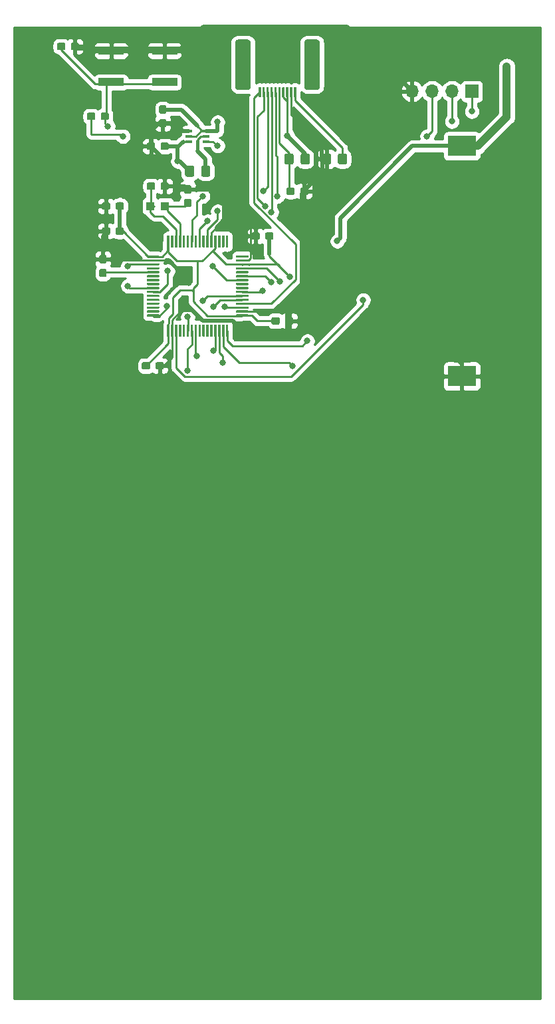
<source format=gbr>
G04 #@! TF.GenerationSoftware,KiCad,Pcbnew,5.1.5+dfsg1-2build2*
G04 #@! TF.CreationDate,2021-04-12T22:06:22+02:00*
G04 #@! TF.ProjectId,calc,63616c63-2e6b-4696-9361-645f70636258,rev?*
G04 #@! TF.SameCoordinates,Original*
G04 #@! TF.FileFunction,Copper,L2,Bot*
G04 #@! TF.FilePolarity,Positive*
%FSLAX46Y46*%
G04 Gerber Fmt 4.6, Leading zero omitted, Abs format (unit mm)*
G04 Created by KiCad (PCBNEW 5.1.5+dfsg1-2build2) date 2021-04-12 22:06:22*
%MOMM*%
%LPD*%
G04 APERTURE LIST*
%ADD10C,0.100000*%
%ADD11R,3.200000X1.000000*%
%ADD12R,3.600000X2.600000*%
%ADD13R,0.900000X0.400000*%
%ADD14R,1.050000X1.100000*%
%ADD15O,1.700000X1.700000*%
%ADD16R,1.700000X1.700000*%
%ADD17C,0.800000*%
%ADD18C,0.500000*%
%ADD19C,0.250000*%
%ADD20C,1.000000*%
%ADD21C,0.400000*%
%ADD22C,0.254000*%
G04 APERTURE END LIST*
G04 #@! TA.AperFunction,SMDPad,CuDef*
D10*
G36*
X94685779Y-71281144D02*
G01*
X94708834Y-71284563D01*
X94731443Y-71290227D01*
X94753387Y-71298079D01*
X94774457Y-71308044D01*
X94794448Y-71320026D01*
X94813168Y-71333910D01*
X94830438Y-71349562D01*
X94846090Y-71366832D01*
X94859974Y-71385552D01*
X94871956Y-71405543D01*
X94881921Y-71426613D01*
X94889773Y-71448557D01*
X94895437Y-71471166D01*
X94898856Y-71494221D01*
X94900000Y-71517500D01*
X94900000Y-71992500D01*
X94898856Y-72015779D01*
X94895437Y-72038834D01*
X94889773Y-72061443D01*
X94881921Y-72083387D01*
X94871956Y-72104457D01*
X94859974Y-72124448D01*
X94846090Y-72143168D01*
X94830438Y-72160438D01*
X94813168Y-72176090D01*
X94794448Y-72189974D01*
X94774457Y-72201956D01*
X94753387Y-72211921D01*
X94731443Y-72219773D01*
X94708834Y-72225437D01*
X94685779Y-72228856D01*
X94662500Y-72230000D01*
X94087500Y-72230000D01*
X94064221Y-72228856D01*
X94041166Y-72225437D01*
X94018557Y-72219773D01*
X93996613Y-72211921D01*
X93975543Y-72201956D01*
X93955552Y-72189974D01*
X93936832Y-72176090D01*
X93919562Y-72160438D01*
X93903910Y-72143168D01*
X93890026Y-72124448D01*
X93878044Y-72104457D01*
X93868079Y-72083387D01*
X93860227Y-72061443D01*
X93854563Y-72038834D01*
X93851144Y-72015779D01*
X93850000Y-71992500D01*
X93850000Y-71517500D01*
X93851144Y-71494221D01*
X93854563Y-71471166D01*
X93860227Y-71448557D01*
X93868079Y-71426613D01*
X93878044Y-71405543D01*
X93890026Y-71385552D01*
X93903910Y-71366832D01*
X93919562Y-71349562D01*
X93936832Y-71333910D01*
X93955552Y-71320026D01*
X93975543Y-71308044D01*
X93996613Y-71298079D01*
X94018557Y-71290227D01*
X94041166Y-71284563D01*
X94064221Y-71281144D01*
X94087500Y-71280000D01*
X94662500Y-71280000D01*
X94685779Y-71281144D01*
G37*
G04 #@! TD.AperFunction*
G04 #@! TA.AperFunction,SMDPad,CuDef*
G36*
X96435779Y-71281144D02*
G01*
X96458834Y-71284563D01*
X96481443Y-71290227D01*
X96503387Y-71298079D01*
X96524457Y-71308044D01*
X96544448Y-71320026D01*
X96563168Y-71333910D01*
X96580438Y-71349562D01*
X96596090Y-71366832D01*
X96609974Y-71385552D01*
X96621956Y-71405543D01*
X96631921Y-71426613D01*
X96639773Y-71448557D01*
X96645437Y-71471166D01*
X96648856Y-71494221D01*
X96650000Y-71517500D01*
X96650000Y-71992500D01*
X96648856Y-72015779D01*
X96645437Y-72038834D01*
X96639773Y-72061443D01*
X96631921Y-72083387D01*
X96621956Y-72104457D01*
X96609974Y-72124448D01*
X96596090Y-72143168D01*
X96580438Y-72160438D01*
X96563168Y-72176090D01*
X96544448Y-72189974D01*
X96524457Y-72201956D01*
X96503387Y-72211921D01*
X96481443Y-72219773D01*
X96458834Y-72225437D01*
X96435779Y-72228856D01*
X96412500Y-72230000D01*
X95837500Y-72230000D01*
X95814221Y-72228856D01*
X95791166Y-72225437D01*
X95768557Y-72219773D01*
X95746613Y-72211921D01*
X95725543Y-72201956D01*
X95705552Y-72189974D01*
X95686832Y-72176090D01*
X95669562Y-72160438D01*
X95653910Y-72143168D01*
X95640026Y-72124448D01*
X95628044Y-72104457D01*
X95618079Y-72083387D01*
X95610227Y-72061443D01*
X95604563Y-72038834D01*
X95601144Y-72015779D01*
X95600000Y-71992500D01*
X95600000Y-71517500D01*
X95601144Y-71494221D01*
X95604563Y-71471166D01*
X95610227Y-71448557D01*
X95618079Y-71426613D01*
X95628044Y-71405543D01*
X95640026Y-71385552D01*
X95653910Y-71366832D01*
X95669562Y-71349562D01*
X95686832Y-71333910D01*
X95705552Y-71320026D01*
X95725543Y-71308044D01*
X95746613Y-71298079D01*
X95768557Y-71290227D01*
X95791166Y-71284563D01*
X95814221Y-71281144D01*
X95837500Y-71280000D01*
X96412500Y-71280000D01*
X96435779Y-71281144D01*
G37*
G04 #@! TD.AperFunction*
D11*
X80235000Y-37370000D03*
X73435000Y-37370000D03*
X73435000Y-41370000D03*
X80235000Y-41370000D03*
G04 #@! TA.AperFunction,SMDPad,CuDef*
D10*
G36*
X79487351Y-63410361D02*
G01*
X79494632Y-63411441D01*
X79501771Y-63413229D01*
X79508701Y-63415709D01*
X79515355Y-63418856D01*
X79521668Y-63422640D01*
X79527579Y-63427024D01*
X79533033Y-63431967D01*
X79537976Y-63437421D01*
X79542360Y-63443332D01*
X79546144Y-63449645D01*
X79549291Y-63456299D01*
X79551771Y-63463229D01*
X79553559Y-63470368D01*
X79554639Y-63477649D01*
X79555000Y-63485000D01*
X79555000Y-63635000D01*
X79554639Y-63642351D01*
X79553559Y-63649632D01*
X79551771Y-63656771D01*
X79549291Y-63663701D01*
X79546144Y-63670355D01*
X79542360Y-63676668D01*
X79537976Y-63682579D01*
X79533033Y-63688033D01*
X79527579Y-63692976D01*
X79521668Y-63697360D01*
X79515355Y-63701144D01*
X79508701Y-63704291D01*
X79501771Y-63706771D01*
X79494632Y-63708559D01*
X79487351Y-63709639D01*
X79480000Y-63710000D01*
X78080000Y-63710000D01*
X78072649Y-63709639D01*
X78065368Y-63708559D01*
X78058229Y-63706771D01*
X78051299Y-63704291D01*
X78044645Y-63701144D01*
X78038332Y-63697360D01*
X78032421Y-63692976D01*
X78026967Y-63688033D01*
X78022024Y-63682579D01*
X78017640Y-63676668D01*
X78013856Y-63670355D01*
X78010709Y-63663701D01*
X78008229Y-63656771D01*
X78006441Y-63649632D01*
X78005361Y-63642351D01*
X78005000Y-63635000D01*
X78005000Y-63485000D01*
X78005361Y-63477649D01*
X78006441Y-63470368D01*
X78008229Y-63463229D01*
X78010709Y-63456299D01*
X78013856Y-63449645D01*
X78017640Y-63443332D01*
X78022024Y-63437421D01*
X78026967Y-63431967D01*
X78032421Y-63427024D01*
X78038332Y-63422640D01*
X78044645Y-63418856D01*
X78051299Y-63415709D01*
X78058229Y-63413229D01*
X78065368Y-63411441D01*
X78072649Y-63410361D01*
X78080000Y-63410000D01*
X79480000Y-63410000D01*
X79487351Y-63410361D01*
G37*
G04 #@! TD.AperFunction*
G04 #@! TA.AperFunction,SMDPad,CuDef*
G36*
X79487351Y-63910361D02*
G01*
X79494632Y-63911441D01*
X79501771Y-63913229D01*
X79508701Y-63915709D01*
X79515355Y-63918856D01*
X79521668Y-63922640D01*
X79527579Y-63927024D01*
X79533033Y-63931967D01*
X79537976Y-63937421D01*
X79542360Y-63943332D01*
X79546144Y-63949645D01*
X79549291Y-63956299D01*
X79551771Y-63963229D01*
X79553559Y-63970368D01*
X79554639Y-63977649D01*
X79555000Y-63985000D01*
X79555000Y-64135000D01*
X79554639Y-64142351D01*
X79553559Y-64149632D01*
X79551771Y-64156771D01*
X79549291Y-64163701D01*
X79546144Y-64170355D01*
X79542360Y-64176668D01*
X79537976Y-64182579D01*
X79533033Y-64188033D01*
X79527579Y-64192976D01*
X79521668Y-64197360D01*
X79515355Y-64201144D01*
X79508701Y-64204291D01*
X79501771Y-64206771D01*
X79494632Y-64208559D01*
X79487351Y-64209639D01*
X79480000Y-64210000D01*
X78080000Y-64210000D01*
X78072649Y-64209639D01*
X78065368Y-64208559D01*
X78058229Y-64206771D01*
X78051299Y-64204291D01*
X78044645Y-64201144D01*
X78038332Y-64197360D01*
X78032421Y-64192976D01*
X78026967Y-64188033D01*
X78022024Y-64182579D01*
X78017640Y-64176668D01*
X78013856Y-64170355D01*
X78010709Y-64163701D01*
X78008229Y-64156771D01*
X78006441Y-64149632D01*
X78005361Y-64142351D01*
X78005000Y-64135000D01*
X78005000Y-63985000D01*
X78005361Y-63977649D01*
X78006441Y-63970368D01*
X78008229Y-63963229D01*
X78010709Y-63956299D01*
X78013856Y-63949645D01*
X78017640Y-63943332D01*
X78022024Y-63937421D01*
X78026967Y-63931967D01*
X78032421Y-63927024D01*
X78038332Y-63922640D01*
X78044645Y-63918856D01*
X78051299Y-63915709D01*
X78058229Y-63913229D01*
X78065368Y-63911441D01*
X78072649Y-63910361D01*
X78080000Y-63910000D01*
X79480000Y-63910000D01*
X79487351Y-63910361D01*
G37*
G04 #@! TD.AperFunction*
G04 #@! TA.AperFunction,SMDPad,CuDef*
G36*
X79487351Y-64410361D02*
G01*
X79494632Y-64411441D01*
X79501771Y-64413229D01*
X79508701Y-64415709D01*
X79515355Y-64418856D01*
X79521668Y-64422640D01*
X79527579Y-64427024D01*
X79533033Y-64431967D01*
X79537976Y-64437421D01*
X79542360Y-64443332D01*
X79546144Y-64449645D01*
X79549291Y-64456299D01*
X79551771Y-64463229D01*
X79553559Y-64470368D01*
X79554639Y-64477649D01*
X79555000Y-64485000D01*
X79555000Y-64635000D01*
X79554639Y-64642351D01*
X79553559Y-64649632D01*
X79551771Y-64656771D01*
X79549291Y-64663701D01*
X79546144Y-64670355D01*
X79542360Y-64676668D01*
X79537976Y-64682579D01*
X79533033Y-64688033D01*
X79527579Y-64692976D01*
X79521668Y-64697360D01*
X79515355Y-64701144D01*
X79508701Y-64704291D01*
X79501771Y-64706771D01*
X79494632Y-64708559D01*
X79487351Y-64709639D01*
X79480000Y-64710000D01*
X78080000Y-64710000D01*
X78072649Y-64709639D01*
X78065368Y-64708559D01*
X78058229Y-64706771D01*
X78051299Y-64704291D01*
X78044645Y-64701144D01*
X78038332Y-64697360D01*
X78032421Y-64692976D01*
X78026967Y-64688033D01*
X78022024Y-64682579D01*
X78017640Y-64676668D01*
X78013856Y-64670355D01*
X78010709Y-64663701D01*
X78008229Y-64656771D01*
X78006441Y-64649632D01*
X78005361Y-64642351D01*
X78005000Y-64635000D01*
X78005000Y-64485000D01*
X78005361Y-64477649D01*
X78006441Y-64470368D01*
X78008229Y-64463229D01*
X78010709Y-64456299D01*
X78013856Y-64449645D01*
X78017640Y-64443332D01*
X78022024Y-64437421D01*
X78026967Y-64431967D01*
X78032421Y-64427024D01*
X78038332Y-64422640D01*
X78044645Y-64418856D01*
X78051299Y-64415709D01*
X78058229Y-64413229D01*
X78065368Y-64411441D01*
X78072649Y-64410361D01*
X78080000Y-64410000D01*
X79480000Y-64410000D01*
X79487351Y-64410361D01*
G37*
G04 #@! TD.AperFunction*
G04 #@! TA.AperFunction,SMDPad,CuDef*
G36*
X79487351Y-64910361D02*
G01*
X79494632Y-64911441D01*
X79501771Y-64913229D01*
X79508701Y-64915709D01*
X79515355Y-64918856D01*
X79521668Y-64922640D01*
X79527579Y-64927024D01*
X79533033Y-64931967D01*
X79537976Y-64937421D01*
X79542360Y-64943332D01*
X79546144Y-64949645D01*
X79549291Y-64956299D01*
X79551771Y-64963229D01*
X79553559Y-64970368D01*
X79554639Y-64977649D01*
X79555000Y-64985000D01*
X79555000Y-65135000D01*
X79554639Y-65142351D01*
X79553559Y-65149632D01*
X79551771Y-65156771D01*
X79549291Y-65163701D01*
X79546144Y-65170355D01*
X79542360Y-65176668D01*
X79537976Y-65182579D01*
X79533033Y-65188033D01*
X79527579Y-65192976D01*
X79521668Y-65197360D01*
X79515355Y-65201144D01*
X79508701Y-65204291D01*
X79501771Y-65206771D01*
X79494632Y-65208559D01*
X79487351Y-65209639D01*
X79480000Y-65210000D01*
X78080000Y-65210000D01*
X78072649Y-65209639D01*
X78065368Y-65208559D01*
X78058229Y-65206771D01*
X78051299Y-65204291D01*
X78044645Y-65201144D01*
X78038332Y-65197360D01*
X78032421Y-65192976D01*
X78026967Y-65188033D01*
X78022024Y-65182579D01*
X78017640Y-65176668D01*
X78013856Y-65170355D01*
X78010709Y-65163701D01*
X78008229Y-65156771D01*
X78006441Y-65149632D01*
X78005361Y-65142351D01*
X78005000Y-65135000D01*
X78005000Y-64985000D01*
X78005361Y-64977649D01*
X78006441Y-64970368D01*
X78008229Y-64963229D01*
X78010709Y-64956299D01*
X78013856Y-64949645D01*
X78017640Y-64943332D01*
X78022024Y-64937421D01*
X78026967Y-64931967D01*
X78032421Y-64927024D01*
X78038332Y-64922640D01*
X78044645Y-64918856D01*
X78051299Y-64915709D01*
X78058229Y-64913229D01*
X78065368Y-64911441D01*
X78072649Y-64910361D01*
X78080000Y-64910000D01*
X79480000Y-64910000D01*
X79487351Y-64910361D01*
G37*
G04 #@! TD.AperFunction*
G04 #@! TA.AperFunction,SMDPad,CuDef*
G36*
X79487351Y-65410361D02*
G01*
X79494632Y-65411441D01*
X79501771Y-65413229D01*
X79508701Y-65415709D01*
X79515355Y-65418856D01*
X79521668Y-65422640D01*
X79527579Y-65427024D01*
X79533033Y-65431967D01*
X79537976Y-65437421D01*
X79542360Y-65443332D01*
X79546144Y-65449645D01*
X79549291Y-65456299D01*
X79551771Y-65463229D01*
X79553559Y-65470368D01*
X79554639Y-65477649D01*
X79555000Y-65485000D01*
X79555000Y-65635000D01*
X79554639Y-65642351D01*
X79553559Y-65649632D01*
X79551771Y-65656771D01*
X79549291Y-65663701D01*
X79546144Y-65670355D01*
X79542360Y-65676668D01*
X79537976Y-65682579D01*
X79533033Y-65688033D01*
X79527579Y-65692976D01*
X79521668Y-65697360D01*
X79515355Y-65701144D01*
X79508701Y-65704291D01*
X79501771Y-65706771D01*
X79494632Y-65708559D01*
X79487351Y-65709639D01*
X79480000Y-65710000D01*
X78080000Y-65710000D01*
X78072649Y-65709639D01*
X78065368Y-65708559D01*
X78058229Y-65706771D01*
X78051299Y-65704291D01*
X78044645Y-65701144D01*
X78038332Y-65697360D01*
X78032421Y-65692976D01*
X78026967Y-65688033D01*
X78022024Y-65682579D01*
X78017640Y-65676668D01*
X78013856Y-65670355D01*
X78010709Y-65663701D01*
X78008229Y-65656771D01*
X78006441Y-65649632D01*
X78005361Y-65642351D01*
X78005000Y-65635000D01*
X78005000Y-65485000D01*
X78005361Y-65477649D01*
X78006441Y-65470368D01*
X78008229Y-65463229D01*
X78010709Y-65456299D01*
X78013856Y-65449645D01*
X78017640Y-65443332D01*
X78022024Y-65437421D01*
X78026967Y-65431967D01*
X78032421Y-65427024D01*
X78038332Y-65422640D01*
X78044645Y-65418856D01*
X78051299Y-65415709D01*
X78058229Y-65413229D01*
X78065368Y-65411441D01*
X78072649Y-65410361D01*
X78080000Y-65410000D01*
X79480000Y-65410000D01*
X79487351Y-65410361D01*
G37*
G04 #@! TD.AperFunction*
G04 #@! TA.AperFunction,SMDPad,CuDef*
G36*
X79487351Y-65910361D02*
G01*
X79494632Y-65911441D01*
X79501771Y-65913229D01*
X79508701Y-65915709D01*
X79515355Y-65918856D01*
X79521668Y-65922640D01*
X79527579Y-65927024D01*
X79533033Y-65931967D01*
X79537976Y-65937421D01*
X79542360Y-65943332D01*
X79546144Y-65949645D01*
X79549291Y-65956299D01*
X79551771Y-65963229D01*
X79553559Y-65970368D01*
X79554639Y-65977649D01*
X79555000Y-65985000D01*
X79555000Y-66135000D01*
X79554639Y-66142351D01*
X79553559Y-66149632D01*
X79551771Y-66156771D01*
X79549291Y-66163701D01*
X79546144Y-66170355D01*
X79542360Y-66176668D01*
X79537976Y-66182579D01*
X79533033Y-66188033D01*
X79527579Y-66192976D01*
X79521668Y-66197360D01*
X79515355Y-66201144D01*
X79508701Y-66204291D01*
X79501771Y-66206771D01*
X79494632Y-66208559D01*
X79487351Y-66209639D01*
X79480000Y-66210000D01*
X78080000Y-66210000D01*
X78072649Y-66209639D01*
X78065368Y-66208559D01*
X78058229Y-66206771D01*
X78051299Y-66204291D01*
X78044645Y-66201144D01*
X78038332Y-66197360D01*
X78032421Y-66192976D01*
X78026967Y-66188033D01*
X78022024Y-66182579D01*
X78017640Y-66176668D01*
X78013856Y-66170355D01*
X78010709Y-66163701D01*
X78008229Y-66156771D01*
X78006441Y-66149632D01*
X78005361Y-66142351D01*
X78005000Y-66135000D01*
X78005000Y-65985000D01*
X78005361Y-65977649D01*
X78006441Y-65970368D01*
X78008229Y-65963229D01*
X78010709Y-65956299D01*
X78013856Y-65949645D01*
X78017640Y-65943332D01*
X78022024Y-65937421D01*
X78026967Y-65931967D01*
X78032421Y-65927024D01*
X78038332Y-65922640D01*
X78044645Y-65918856D01*
X78051299Y-65915709D01*
X78058229Y-65913229D01*
X78065368Y-65911441D01*
X78072649Y-65910361D01*
X78080000Y-65910000D01*
X79480000Y-65910000D01*
X79487351Y-65910361D01*
G37*
G04 #@! TD.AperFunction*
G04 #@! TA.AperFunction,SMDPad,CuDef*
G36*
X79487351Y-66410361D02*
G01*
X79494632Y-66411441D01*
X79501771Y-66413229D01*
X79508701Y-66415709D01*
X79515355Y-66418856D01*
X79521668Y-66422640D01*
X79527579Y-66427024D01*
X79533033Y-66431967D01*
X79537976Y-66437421D01*
X79542360Y-66443332D01*
X79546144Y-66449645D01*
X79549291Y-66456299D01*
X79551771Y-66463229D01*
X79553559Y-66470368D01*
X79554639Y-66477649D01*
X79555000Y-66485000D01*
X79555000Y-66635000D01*
X79554639Y-66642351D01*
X79553559Y-66649632D01*
X79551771Y-66656771D01*
X79549291Y-66663701D01*
X79546144Y-66670355D01*
X79542360Y-66676668D01*
X79537976Y-66682579D01*
X79533033Y-66688033D01*
X79527579Y-66692976D01*
X79521668Y-66697360D01*
X79515355Y-66701144D01*
X79508701Y-66704291D01*
X79501771Y-66706771D01*
X79494632Y-66708559D01*
X79487351Y-66709639D01*
X79480000Y-66710000D01*
X78080000Y-66710000D01*
X78072649Y-66709639D01*
X78065368Y-66708559D01*
X78058229Y-66706771D01*
X78051299Y-66704291D01*
X78044645Y-66701144D01*
X78038332Y-66697360D01*
X78032421Y-66692976D01*
X78026967Y-66688033D01*
X78022024Y-66682579D01*
X78017640Y-66676668D01*
X78013856Y-66670355D01*
X78010709Y-66663701D01*
X78008229Y-66656771D01*
X78006441Y-66649632D01*
X78005361Y-66642351D01*
X78005000Y-66635000D01*
X78005000Y-66485000D01*
X78005361Y-66477649D01*
X78006441Y-66470368D01*
X78008229Y-66463229D01*
X78010709Y-66456299D01*
X78013856Y-66449645D01*
X78017640Y-66443332D01*
X78022024Y-66437421D01*
X78026967Y-66431967D01*
X78032421Y-66427024D01*
X78038332Y-66422640D01*
X78044645Y-66418856D01*
X78051299Y-66415709D01*
X78058229Y-66413229D01*
X78065368Y-66411441D01*
X78072649Y-66410361D01*
X78080000Y-66410000D01*
X79480000Y-66410000D01*
X79487351Y-66410361D01*
G37*
G04 #@! TD.AperFunction*
G04 #@! TA.AperFunction,SMDPad,CuDef*
G36*
X79487351Y-66910361D02*
G01*
X79494632Y-66911441D01*
X79501771Y-66913229D01*
X79508701Y-66915709D01*
X79515355Y-66918856D01*
X79521668Y-66922640D01*
X79527579Y-66927024D01*
X79533033Y-66931967D01*
X79537976Y-66937421D01*
X79542360Y-66943332D01*
X79546144Y-66949645D01*
X79549291Y-66956299D01*
X79551771Y-66963229D01*
X79553559Y-66970368D01*
X79554639Y-66977649D01*
X79555000Y-66985000D01*
X79555000Y-67135000D01*
X79554639Y-67142351D01*
X79553559Y-67149632D01*
X79551771Y-67156771D01*
X79549291Y-67163701D01*
X79546144Y-67170355D01*
X79542360Y-67176668D01*
X79537976Y-67182579D01*
X79533033Y-67188033D01*
X79527579Y-67192976D01*
X79521668Y-67197360D01*
X79515355Y-67201144D01*
X79508701Y-67204291D01*
X79501771Y-67206771D01*
X79494632Y-67208559D01*
X79487351Y-67209639D01*
X79480000Y-67210000D01*
X78080000Y-67210000D01*
X78072649Y-67209639D01*
X78065368Y-67208559D01*
X78058229Y-67206771D01*
X78051299Y-67204291D01*
X78044645Y-67201144D01*
X78038332Y-67197360D01*
X78032421Y-67192976D01*
X78026967Y-67188033D01*
X78022024Y-67182579D01*
X78017640Y-67176668D01*
X78013856Y-67170355D01*
X78010709Y-67163701D01*
X78008229Y-67156771D01*
X78006441Y-67149632D01*
X78005361Y-67142351D01*
X78005000Y-67135000D01*
X78005000Y-66985000D01*
X78005361Y-66977649D01*
X78006441Y-66970368D01*
X78008229Y-66963229D01*
X78010709Y-66956299D01*
X78013856Y-66949645D01*
X78017640Y-66943332D01*
X78022024Y-66937421D01*
X78026967Y-66931967D01*
X78032421Y-66927024D01*
X78038332Y-66922640D01*
X78044645Y-66918856D01*
X78051299Y-66915709D01*
X78058229Y-66913229D01*
X78065368Y-66911441D01*
X78072649Y-66910361D01*
X78080000Y-66910000D01*
X79480000Y-66910000D01*
X79487351Y-66910361D01*
G37*
G04 #@! TD.AperFunction*
G04 #@! TA.AperFunction,SMDPad,CuDef*
G36*
X79487351Y-67410361D02*
G01*
X79494632Y-67411441D01*
X79501771Y-67413229D01*
X79508701Y-67415709D01*
X79515355Y-67418856D01*
X79521668Y-67422640D01*
X79527579Y-67427024D01*
X79533033Y-67431967D01*
X79537976Y-67437421D01*
X79542360Y-67443332D01*
X79546144Y-67449645D01*
X79549291Y-67456299D01*
X79551771Y-67463229D01*
X79553559Y-67470368D01*
X79554639Y-67477649D01*
X79555000Y-67485000D01*
X79555000Y-67635000D01*
X79554639Y-67642351D01*
X79553559Y-67649632D01*
X79551771Y-67656771D01*
X79549291Y-67663701D01*
X79546144Y-67670355D01*
X79542360Y-67676668D01*
X79537976Y-67682579D01*
X79533033Y-67688033D01*
X79527579Y-67692976D01*
X79521668Y-67697360D01*
X79515355Y-67701144D01*
X79508701Y-67704291D01*
X79501771Y-67706771D01*
X79494632Y-67708559D01*
X79487351Y-67709639D01*
X79480000Y-67710000D01*
X78080000Y-67710000D01*
X78072649Y-67709639D01*
X78065368Y-67708559D01*
X78058229Y-67706771D01*
X78051299Y-67704291D01*
X78044645Y-67701144D01*
X78038332Y-67697360D01*
X78032421Y-67692976D01*
X78026967Y-67688033D01*
X78022024Y-67682579D01*
X78017640Y-67676668D01*
X78013856Y-67670355D01*
X78010709Y-67663701D01*
X78008229Y-67656771D01*
X78006441Y-67649632D01*
X78005361Y-67642351D01*
X78005000Y-67635000D01*
X78005000Y-67485000D01*
X78005361Y-67477649D01*
X78006441Y-67470368D01*
X78008229Y-67463229D01*
X78010709Y-67456299D01*
X78013856Y-67449645D01*
X78017640Y-67443332D01*
X78022024Y-67437421D01*
X78026967Y-67431967D01*
X78032421Y-67427024D01*
X78038332Y-67422640D01*
X78044645Y-67418856D01*
X78051299Y-67415709D01*
X78058229Y-67413229D01*
X78065368Y-67411441D01*
X78072649Y-67410361D01*
X78080000Y-67410000D01*
X79480000Y-67410000D01*
X79487351Y-67410361D01*
G37*
G04 #@! TD.AperFunction*
G04 #@! TA.AperFunction,SMDPad,CuDef*
G36*
X79487351Y-67910361D02*
G01*
X79494632Y-67911441D01*
X79501771Y-67913229D01*
X79508701Y-67915709D01*
X79515355Y-67918856D01*
X79521668Y-67922640D01*
X79527579Y-67927024D01*
X79533033Y-67931967D01*
X79537976Y-67937421D01*
X79542360Y-67943332D01*
X79546144Y-67949645D01*
X79549291Y-67956299D01*
X79551771Y-67963229D01*
X79553559Y-67970368D01*
X79554639Y-67977649D01*
X79555000Y-67985000D01*
X79555000Y-68135000D01*
X79554639Y-68142351D01*
X79553559Y-68149632D01*
X79551771Y-68156771D01*
X79549291Y-68163701D01*
X79546144Y-68170355D01*
X79542360Y-68176668D01*
X79537976Y-68182579D01*
X79533033Y-68188033D01*
X79527579Y-68192976D01*
X79521668Y-68197360D01*
X79515355Y-68201144D01*
X79508701Y-68204291D01*
X79501771Y-68206771D01*
X79494632Y-68208559D01*
X79487351Y-68209639D01*
X79480000Y-68210000D01*
X78080000Y-68210000D01*
X78072649Y-68209639D01*
X78065368Y-68208559D01*
X78058229Y-68206771D01*
X78051299Y-68204291D01*
X78044645Y-68201144D01*
X78038332Y-68197360D01*
X78032421Y-68192976D01*
X78026967Y-68188033D01*
X78022024Y-68182579D01*
X78017640Y-68176668D01*
X78013856Y-68170355D01*
X78010709Y-68163701D01*
X78008229Y-68156771D01*
X78006441Y-68149632D01*
X78005361Y-68142351D01*
X78005000Y-68135000D01*
X78005000Y-67985000D01*
X78005361Y-67977649D01*
X78006441Y-67970368D01*
X78008229Y-67963229D01*
X78010709Y-67956299D01*
X78013856Y-67949645D01*
X78017640Y-67943332D01*
X78022024Y-67937421D01*
X78026967Y-67931967D01*
X78032421Y-67927024D01*
X78038332Y-67922640D01*
X78044645Y-67918856D01*
X78051299Y-67915709D01*
X78058229Y-67913229D01*
X78065368Y-67911441D01*
X78072649Y-67910361D01*
X78080000Y-67910000D01*
X79480000Y-67910000D01*
X79487351Y-67910361D01*
G37*
G04 #@! TD.AperFunction*
G04 #@! TA.AperFunction,SMDPad,CuDef*
G36*
X79487351Y-68410361D02*
G01*
X79494632Y-68411441D01*
X79501771Y-68413229D01*
X79508701Y-68415709D01*
X79515355Y-68418856D01*
X79521668Y-68422640D01*
X79527579Y-68427024D01*
X79533033Y-68431967D01*
X79537976Y-68437421D01*
X79542360Y-68443332D01*
X79546144Y-68449645D01*
X79549291Y-68456299D01*
X79551771Y-68463229D01*
X79553559Y-68470368D01*
X79554639Y-68477649D01*
X79555000Y-68485000D01*
X79555000Y-68635000D01*
X79554639Y-68642351D01*
X79553559Y-68649632D01*
X79551771Y-68656771D01*
X79549291Y-68663701D01*
X79546144Y-68670355D01*
X79542360Y-68676668D01*
X79537976Y-68682579D01*
X79533033Y-68688033D01*
X79527579Y-68692976D01*
X79521668Y-68697360D01*
X79515355Y-68701144D01*
X79508701Y-68704291D01*
X79501771Y-68706771D01*
X79494632Y-68708559D01*
X79487351Y-68709639D01*
X79480000Y-68710000D01*
X78080000Y-68710000D01*
X78072649Y-68709639D01*
X78065368Y-68708559D01*
X78058229Y-68706771D01*
X78051299Y-68704291D01*
X78044645Y-68701144D01*
X78038332Y-68697360D01*
X78032421Y-68692976D01*
X78026967Y-68688033D01*
X78022024Y-68682579D01*
X78017640Y-68676668D01*
X78013856Y-68670355D01*
X78010709Y-68663701D01*
X78008229Y-68656771D01*
X78006441Y-68649632D01*
X78005361Y-68642351D01*
X78005000Y-68635000D01*
X78005000Y-68485000D01*
X78005361Y-68477649D01*
X78006441Y-68470368D01*
X78008229Y-68463229D01*
X78010709Y-68456299D01*
X78013856Y-68449645D01*
X78017640Y-68443332D01*
X78022024Y-68437421D01*
X78026967Y-68431967D01*
X78032421Y-68427024D01*
X78038332Y-68422640D01*
X78044645Y-68418856D01*
X78051299Y-68415709D01*
X78058229Y-68413229D01*
X78065368Y-68411441D01*
X78072649Y-68410361D01*
X78080000Y-68410000D01*
X79480000Y-68410000D01*
X79487351Y-68410361D01*
G37*
G04 #@! TD.AperFunction*
G04 #@! TA.AperFunction,SMDPad,CuDef*
G36*
X79487351Y-68910361D02*
G01*
X79494632Y-68911441D01*
X79501771Y-68913229D01*
X79508701Y-68915709D01*
X79515355Y-68918856D01*
X79521668Y-68922640D01*
X79527579Y-68927024D01*
X79533033Y-68931967D01*
X79537976Y-68937421D01*
X79542360Y-68943332D01*
X79546144Y-68949645D01*
X79549291Y-68956299D01*
X79551771Y-68963229D01*
X79553559Y-68970368D01*
X79554639Y-68977649D01*
X79555000Y-68985000D01*
X79555000Y-69135000D01*
X79554639Y-69142351D01*
X79553559Y-69149632D01*
X79551771Y-69156771D01*
X79549291Y-69163701D01*
X79546144Y-69170355D01*
X79542360Y-69176668D01*
X79537976Y-69182579D01*
X79533033Y-69188033D01*
X79527579Y-69192976D01*
X79521668Y-69197360D01*
X79515355Y-69201144D01*
X79508701Y-69204291D01*
X79501771Y-69206771D01*
X79494632Y-69208559D01*
X79487351Y-69209639D01*
X79480000Y-69210000D01*
X78080000Y-69210000D01*
X78072649Y-69209639D01*
X78065368Y-69208559D01*
X78058229Y-69206771D01*
X78051299Y-69204291D01*
X78044645Y-69201144D01*
X78038332Y-69197360D01*
X78032421Y-69192976D01*
X78026967Y-69188033D01*
X78022024Y-69182579D01*
X78017640Y-69176668D01*
X78013856Y-69170355D01*
X78010709Y-69163701D01*
X78008229Y-69156771D01*
X78006441Y-69149632D01*
X78005361Y-69142351D01*
X78005000Y-69135000D01*
X78005000Y-68985000D01*
X78005361Y-68977649D01*
X78006441Y-68970368D01*
X78008229Y-68963229D01*
X78010709Y-68956299D01*
X78013856Y-68949645D01*
X78017640Y-68943332D01*
X78022024Y-68937421D01*
X78026967Y-68931967D01*
X78032421Y-68927024D01*
X78038332Y-68922640D01*
X78044645Y-68918856D01*
X78051299Y-68915709D01*
X78058229Y-68913229D01*
X78065368Y-68911441D01*
X78072649Y-68910361D01*
X78080000Y-68910000D01*
X79480000Y-68910000D01*
X79487351Y-68910361D01*
G37*
G04 #@! TD.AperFunction*
G04 #@! TA.AperFunction,SMDPad,CuDef*
G36*
X79487351Y-69410361D02*
G01*
X79494632Y-69411441D01*
X79501771Y-69413229D01*
X79508701Y-69415709D01*
X79515355Y-69418856D01*
X79521668Y-69422640D01*
X79527579Y-69427024D01*
X79533033Y-69431967D01*
X79537976Y-69437421D01*
X79542360Y-69443332D01*
X79546144Y-69449645D01*
X79549291Y-69456299D01*
X79551771Y-69463229D01*
X79553559Y-69470368D01*
X79554639Y-69477649D01*
X79555000Y-69485000D01*
X79555000Y-69635000D01*
X79554639Y-69642351D01*
X79553559Y-69649632D01*
X79551771Y-69656771D01*
X79549291Y-69663701D01*
X79546144Y-69670355D01*
X79542360Y-69676668D01*
X79537976Y-69682579D01*
X79533033Y-69688033D01*
X79527579Y-69692976D01*
X79521668Y-69697360D01*
X79515355Y-69701144D01*
X79508701Y-69704291D01*
X79501771Y-69706771D01*
X79494632Y-69708559D01*
X79487351Y-69709639D01*
X79480000Y-69710000D01*
X78080000Y-69710000D01*
X78072649Y-69709639D01*
X78065368Y-69708559D01*
X78058229Y-69706771D01*
X78051299Y-69704291D01*
X78044645Y-69701144D01*
X78038332Y-69697360D01*
X78032421Y-69692976D01*
X78026967Y-69688033D01*
X78022024Y-69682579D01*
X78017640Y-69676668D01*
X78013856Y-69670355D01*
X78010709Y-69663701D01*
X78008229Y-69656771D01*
X78006441Y-69649632D01*
X78005361Y-69642351D01*
X78005000Y-69635000D01*
X78005000Y-69485000D01*
X78005361Y-69477649D01*
X78006441Y-69470368D01*
X78008229Y-69463229D01*
X78010709Y-69456299D01*
X78013856Y-69449645D01*
X78017640Y-69443332D01*
X78022024Y-69437421D01*
X78026967Y-69431967D01*
X78032421Y-69427024D01*
X78038332Y-69422640D01*
X78044645Y-69418856D01*
X78051299Y-69415709D01*
X78058229Y-69413229D01*
X78065368Y-69411441D01*
X78072649Y-69410361D01*
X78080000Y-69410000D01*
X79480000Y-69410000D01*
X79487351Y-69410361D01*
G37*
G04 #@! TD.AperFunction*
G04 #@! TA.AperFunction,SMDPad,CuDef*
G36*
X79487351Y-69910361D02*
G01*
X79494632Y-69911441D01*
X79501771Y-69913229D01*
X79508701Y-69915709D01*
X79515355Y-69918856D01*
X79521668Y-69922640D01*
X79527579Y-69927024D01*
X79533033Y-69931967D01*
X79537976Y-69937421D01*
X79542360Y-69943332D01*
X79546144Y-69949645D01*
X79549291Y-69956299D01*
X79551771Y-69963229D01*
X79553559Y-69970368D01*
X79554639Y-69977649D01*
X79555000Y-69985000D01*
X79555000Y-70135000D01*
X79554639Y-70142351D01*
X79553559Y-70149632D01*
X79551771Y-70156771D01*
X79549291Y-70163701D01*
X79546144Y-70170355D01*
X79542360Y-70176668D01*
X79537976Y-70182579D01*
X79533033Y-70188033D01*
X79527579Y-70192976D01*
X79521668Y-70197360D01*
X79515355Y-70201144D01*
X79508701Y-70204291D01*
X79501771Y-70206771D01*
X79494632Y-70208559D01*
X79487351Y-70209639D01*
X79480000Y-70210000D01*
X78080000Y-70210000D01*
X78072649Y-70209639D01*
X78065368Y-70208559D01*
X78058229Y-70206771D01*
X78051299Y-70204291D01*
X78044645Y-70201144D01*
X78038332Y-70197360D01*
X78032421Y-70192976D01*
X78026967Y-70188033D01*
X78022024Y-70182579D01*
X78017640Y-70176668D01*
X78013856Y-70170355D01*
X78010709Y-70163701D01*
X78008229Y-70156771D01*
X78006441Y-70149632D01*
X78005361Y-70142351D01*
X78005000Y-70135000D01*
X78005000Y-69985000D01*
X78005361Y-69977649D01*
X78006441Y-69970368D01*
X78008229Y-69963229D01*
X78010709Y-69956299D01*
X78013856Y-69949645D01*
X78017640Y-69943332D01*
X78022024Y-69937421D01*
X78026967Y-69931967D01*
X78032421Y-69927024D01*
X78038332Y-69922640D01*
X78044645Y-69918856D01*
X78051299Y-69915709D01*
X78058229Y-69913229D01*
X78065368Y-69911441D01*
X78072649Y-69910361D01*
X78080000Y-69910000D01*
X79480000Y-69910000D01*
X79487351Y-69910361D01*
G37*
G04 #@! TD.AperFunction*
G04 #@! TA.AperFunction,SMDPad,CuDef*
G36*
X79487351Y-70410361D02*
G01*
X79494632Y-70411441D01*
X79501771Y-70413229D01*
X79508701Y-70415709D01*
X79515355Y-70418856D01*
X79521668Y-70422640D01*
X79527579Y-70427024D01*
X79533033Y-70431967D01*
X79537976Y-70437421D01*
X79542360Y-70443332D01*
X79546144Y-70449645D01*
X79549291Y-70456299D01*
X79551771Y-70463229D01*
X79553559Y-70470368D01*
X79554639Y-70477649D01*
X79555000Y-70485000D01*
X79555000Y-70635000D01*
X79554639Y-70642351D01*
X79553559Y-70649632D01*
X79551771Y-70656771D01*
X79549291Y-70663701D01*
X79546144Y-70670355D01*
X79542360Y-70676668D01*
X79537976Y-70682579D01*
X79533033Y-70688033D01*
X79527579Y-70692976D01*
X79521668Y-70697360D01*
X79515355Y-70701144D01*
X79508701Y-70704291D01*
X79501771Y-70706771D01*
X79494632Y-70708559D01*
X79487351Y-70709639D01*
X79480000Y-70710000D01*
X78080000Y-70710000D01*
X78072649Y-70709639D01*
X78065368Y-70708559D01*
X78058229Y-70706771D01*
X78051299Y-70704291D01*
X78044645Y-70701144D01*
X78038332Y-70697360D01*
X78032421Y-70692976D01*
X78026967Y-70688033D01*
X78022024Y-70682579D01*
X78017640Y-70676668D01*
X78013856Y-70670355D01*
X78010709Y-70663701D01*
X78008229Y-70656771D01*
X78006441Y-70649632D01*
X78005361Y-70642351D01*
X78005000Y-70635000D01*
X78005000Y-70485000D01*
X78005361Y-70477649D01*
X78006441Y-70470368D01*
X78008229Y-70463229D01*
X78010709Y-70456299D01*
X78013856Y-70449645D01*
X78017640Y-70443332D01*
X78022024Y-70437421D01*
X78026967Y-70431967D01*
X78032421Y-70427024D01*
X78038332Y-70422640D01*
X78044645Y-70418856D01*
X78051299Y-70415709D01*
X78058229Y-70413229D01*
X78065368Y-70411441D01*
X78072649Y-70410361D01*
X78080000Y-70410000D01*
X79480000Y-70410000D01*
X79487351Y-70410361D01*
G37*
G04 #@! TD.AperFunction*
G04 #@! TA.AperFunction,SMDPad,CuDef*
G36*
X79487351Y-70910361D02*
G01*
X79494632Y-70911441D01*
X79501771Y-70913229D01*
X79508701Y-70915709D01*
X79515355Y-70918856D01*
X79521668Y-70922640D01*
X79527579Y-70927024D01*
X79533033Y-70931967D01*
X79537976Y-70937421D01*
X79542360Y-70943332D01*
X79546144Y-70949645D01*
X79549291Y-70956299D01*
X79551771Y-70963229D01*
X79553559Y-70970368D01*
X79554639Y-70977649D01*
X79555000Y-70985000D01*
X79555000Y-71135000D01*
X79554639Y-71142351D01*
X79553559Y-71149632D01*
X79551771Y-71156771D01*
X79549291Y-71163701D01*
X79546144Y-71170355D01*
X79542360Y-71176668D01*
X79537976Y-71182579D01*
X79533033Y-71188033D01*
X79527579Y-71192976D01*
X79521668Y-71197360D01*
X79515355Y-71201144D01*
X79508701Y-71204291D01*
X79501771Y-71206771D01*
X79494632Y-71208559D01*
X79487351Y-71209639D01*
X79480000Y-71210000D01*
X78080000Y-71210000D01*
X78072649Y-71209639D01*
X78065368Y-71208559D01*
X78058229Y-71206771D01*
X78051299Y-71204291D01*
X78044645Y-71201144D01*
X78038332Y-71197360D01*
X78032421Y-71192976D01*
X78026967Y-71188033D01*
X78022024Y-71182579D01*
X78017640Y-71176668D01*
X78013856Y-71170355D01*
X78010709Y-71163701D01*
X78008229Y-71156771D01*
X78006441Y-71149632D01*
X78005361Y-71142351D01*
X78005000Y-71135000D01*
X78005000Y-70985000D01*
X78005361Y-70977649D01*
X78006441Y-70970368D01*
X78008229Y-70963229D01*
X78010709Y-70956299D01*
X78013856Y-70949645D01*
X78017640Y-70943332D01*
X78022024Y-70937421D01*
X78026967Y-70931967D01*
X78032421Y-70927024D01*
X78038332Y-70922640D01*
X78044645Y-70918856D01*
X78051299Y-70915709D01*
X78058229Y-70913229D01*
X78065368Y-70911441D01*
X78072649Y-70910361D01*
X78080000Y-70910000D01*
X79480000Y-70910000D01*
X79487351Y-70910361D01*
G37*
G04 #@! TD.AperFunction*
G04 #@! TA.AperFunction,SMDPad,CuDef*
G36*
X80787351Y-72210361D02*
G01*
X80794632Y-72211441D01*
X80801771Y-72213229D01*
X80808701Y-72215709D01*
X80815355Y-72218856D01*
X80821668Y-72222640D01*
X80827579Y-72227024D01*
X80833033Y-72231967D01*
X80837976Y-72237421D01*
X80842360Y-72243332D01*
X80846144Y-72249645D01*
X80849291Y-72256299D01*
X80851771Y-72263229D01*
X80853559Y-72270368D01*
X80854639Y-72277649D01*
X80855000Y-72285000D01*
X80855000Y-73685000D01*
X80854639Y-73692351D01*
X80853559Y-73699632D01*
X80851771Y-73706771D01*
X80849291Y-73713701D01*
X80846144Y-73720355D01*
X80842360Y-73726668D01*
X80837976Y-73732579D01*
X80833033Y-73738033D01*
X80827579Y-73742976D01*
X80821668Y-73747360D01*
X80815355Y-73751144D01*
X80808701Y-73754291D01*
X80801771Y-73756771D01*
X80794632Y-73758559D01*
X80787351Y-73759639D01*
X80780000Y-73760000D01*
X80630000Y-73760000D01*
X80622649Y-73759639D01*
X80615368Y-73758559D01*
X80608229Y-73756771D01*
X80601299Y-73754291D01*
X80594645Y-73751144D01*
X80588332Y-73747360D01*
X80582421Y-73742976D01*
X80576967Y-73738033D01*
X80572024Y-73732579D01*
X80567640Y-73726668D01*
X80563856Y-73720355D01*
X80560709Y-73713701D01*
X80558229Y-73706771D01*
X80556441Y-73699632D01*
X80555361Y-73692351D01*
X80555000Y-73685000D01*
X80555000Y-72285000D01*
X80555361Y-72277649D01*
X80556441Y-72270368D01*
X80558229Y-72263229D01*
X80560709Y-72256299D01*
X80563856Y-72249645D01*
X80567640Y-72243332D01*
X80572024Y-72237421D01*
X80576967Y-72231967D01*
X80582421Y-72227024D01*
X80588332Y-72222640D01*
X80594645Y-72218856D01*
X80601299Y-72215709D01*
X80608229Y-72213229D01*
X80615368Y-72211441D01*
X80622649Y-72210361D01*
X80630000Y-72210000D01*
X80780000Y-72210000D01*
X80787351Y-72210361D01*
G37*
G04 #@! TD.AperFunction*
G04 #@! TA.AperFunction,SMDPad,CuDef*
G36*
X81287351Y-72210361D02*
G01*
X81294632Y-72211441D01*
X81301771Y-72213229D01*
X81308701Y-72215709D01*
X81315355Y-72218856D01*
X81321668Y-72222640D01*
X81327579Y-72227024D01*
X81333033Y-72231967D01*
X81337976Y-72237421D01*
X81342360Y-72243332D01*
X81346144Y-72249645D01*
X81349291Y-72256299D01*
X81351771Y-72263229D01*
X81353559Y-72270368D01*
X81354639Y-72277649D01*
X81355000Y-72285000D01*
X81355000Y-73685000D01*
X81354639Y-73692351D01*
X81353559Y-73699632D01*
X81351771Y-73706771D01*
X81349291Y-73713701D01*
X81346144Y-73720355D01*
X81342360Y-73726668D01*
X81337976Y-73732579D01*
X81333033Y-73738033D01*
X81327579Y-73742976D01*
X81321668Y-73747360D01*
X81315355Y-73751144D01*
X81308701Y-73754291D01*
X81301771Y-73756771D01*
X81294632Y-73758559D01*
X81287351Y-73759639D01*
X81280000Y-73760000D01*
X81130000Y-73760000D01*
X81122649Y-73759639D01*
X81115368Y-73758559D01*
X81108229Y-73756771D01*
X81101299Y-73754291D01*
X81094645Y-73751144D01*
X81088332Y-73747360D01*
X81082421Y-73742976D01*
X81076967Y-73738033D01*
X81072024Y-73732579D01*
X81067640Y-73726668D01*
X81063856Y-73720355D01*
X81060709Y-73713701D01*
X81058229Y-73706771D01*
X81056441Y-73699632D01*
X81055361Y-73692351D01*
X81055000Y-73685000D01*
X81055000Y-72285000D01*
X81055361Y-72277649D01*
X81056441Y-72270368D01*
X81058229Y-72263229D01*
X81060709Y-72256299D01*
X81063856Y-72249645D01*
X81067640Y-72243332D01*
X81072024Y-72237421D01*
X81076967Y-72231967D01*
X81082421Y-72227024D01*
X81088332Y-72222640D01*
X81094645Y-72218856D01*
X81101299Y-72215709D01*
X81108229Y-72213229D01*
X81115368Y-72211441D01*
X81122649Y-72210361D01*
X81130000Y-72210000D01*
X81280000Y-72210000D01*
X81287351Y-72210361D01*
G37*
G04 #@! TD.AperFunction*
G04 #@! TA.AperFunction,SMDPad,CuDef*
G36*
X81787351Y-72210361D02*
G01*
X81794632Y-72211441D01*
X81801771Y-72213229D01*
X81808701Y-72215709D01*
X81815355Y-72218856D01*
X81821668Y-72222640D01*
X81827579Y-72227024D01*
X81833033Y-72231967D01*
X81837976Y-72237421D01*
X81842360Y-72243332D01*
X81846144Y-72249645D01*
X81849291Y-72256299D01*
X81851771Y-72263229D01*
X81853559Y-72270368D01*
X81854639Y-72277649D01*
X81855000Y-72285000D01*
X81855000Y-73685000D01*
X81854639Y-73692351D01*
X81853559Y-73699632D01*
X81851771Y-73706771D01*
X81849291Y-73713701D01*
X81846144Y-73720355D01*
X81842360Y-73726668D01*
X81837976Y-73732579D01*
X81833033Y-73738033D01*
X81827579Y-73742976D01*
X81821668Y-73747360D01*
X81815355Y-73751144D01*
X81808701Y-73754291D01*
X81801771Y-73756771D01*
X81794632Y-73758559D01*
X81787351Y-73759639D01*
X81780000Y-73760000D01*
X81630000Y-73760000D01*
X81622649Y-73759639D01*
X81615368Y-73758559D01*
X81608229Y-73756771D01*
X81601299Y-73754291D01*
X81594645Y-73751144D01*
X81588332Y-73747360D01*
X81582421Y-73742976D01*
X81576967Y-73738033D01*
X81572024Y-73732579D01*
X81567640Y-73726668D01*
X81563856Y-73720355D01*
X81560709Y-73713701D01*
X81558229Y-73706771D01*
X81556441Y-73699632D01*
X81555361Y-73692351D01*
X81555000Y-73685000D01*
X81555000Y-72285000D01*
X81555361Y-72277649D01*
X81556441Y-72270368D01*
X81558229Y-72263229D01*
X81560709Y-72256299D01*
X81563856Y-72249645D01*
X81567640Y-72243332D01*
X81572024Y-72237421D01*
X81576967Y-72231967D01*
X81582421Y-72227024D01*
X81588332Y-72222640D01*
X81594645Y-72218856D01*
X81601299Y-72215709D01*
X81608229Y-72213229D01*
X81615368Y-72211441D01*
X81622649Y-72210361D01*
X81630000Y-72210000D01*
X81780000Y-72210000D01*
X81787351Y-72210361D01*
G37*
G04 #@! TD.AperFunction*
G04 #@! TA.AperFunction,SMDPad,CuDef*
G36*
X82287351Y-72210361D02*
G01*
X82294632Y-72211441D01*
X82301771Y-72213229D01*
X82308701Y-72215709D01*
X82315355Y-72218856D01*
X82321668Y-72222640D01*
X82327579Y-72227024D01*
X82333033Y-72231967D01*
X82337976Y-72237421D01*
X82342360Y-72243332D01*
X82346144Y-72249645D01*
X82349291Y-72256299D01*
X82351771Y-72263229D01*
X82353559Y-72270368D01*
X82354639Y-72277649D01*
X82355000Y-72285000D01*
X82355000Y-73685000D01*
X82354639Y-73692351D01*
X82353559Y-73699632D01*
X82351771Y-73706771D01*
X82349291Y-73713701D01*
X82346144Y-73720355D01*
X82342360Y-73726668D01*
X82337976Y-73732579D01*
X82333033Y-73738033D01*
X82327579Y-73742976D01*
X82321668Y-73747360D01*
X82315355Y-73751144D01*
X82308701Y-73754291D01*
X82301771Y-73756771D01*
X82294632Y-73758559D01*
X82287351Y-73759639D01*
X82280000Y-73760000D01*
X82130000Y-73760000D01*
X82122649Y-73759639D01*
X82115368Y-73758559D01*
X82108229Y-73756771D01*
X82101299Y-73754291D01*
X82094645Y-73751144D01*
X82088332Y-73747360D01*
X82082421Y-73742976D01*
X82076967Y-73738033D01*
X82072024Y-73732579D01*
X82067640Y-73726668D01*
X82063856Y-73720355D01*
X82060709Y-73713701D01*
X82058229Y-73706771D01*
X82056441Y-73699632D01*
X82055361Y-73692351D01*
X82055000Y-73685000D01*
X82055000Y-72285000D01*
X82055361Y-72277649D01*
X82056441Y-72270368D01*
X82058229Y-72263229D01*
X82060709Y-72256299D01*
X82063856Y-72249645D01*
X82067640Y-72243332D01*
X82072024Y-72237421D01*
X82076967Y-72231967D01*
X82082421Y-72227024D01*
X82088332Y-72222640D01*
X82094645Y-72218856D01*
X82101299Y-72215709D01*
X82108229Y-72213229D01*
X82115368Y-72211441D01*
X82122649Y-72210361D01*
X82130000Y-72210000D01*
X82280000Y-72210000D01*
X82287351Y-72210361D01*
G37*
G04 #@! TD.AperFunction*
G04 #@! TA.AperFunction,SMDPad,CuDef*
G36*
X82787351Y-72210361D02*
G01*
X82794632Y-72211441D01*
X82801771Y-72213229D01*
X82808701Y-72215709D01*
X82815355Y-72218856D01*
X82821668Y-72222640D01*
X82827579Y-72227024D01*
X82833033Y-72231967D01*
X82837976Y-72237421D01*
X82842360Y-72243332D01*
X82846144Y-72249645D01*
X82849291Y-72256299D01*
X82851771Y-72263229D01*
X82853559Y-72270368D01*
X82854639Y-72277649D01*
X82855000Y-72285000D01*
X82855000Y-73685000D01*
X82854639Y-73692351D01*
X82853559Y-73699632D01*
X82851771Y-73706771D01*
X82849291Y-73713701D01*
X82846144Y-73720355D01*
X82842360Y-73726668D01*
X82837976Y-73732579D01*
X82833033Y-73738033D01*
X82827579Y-73742976D01*
X82821668Y-73747360D01*
X82815355Y-73751144D01*
X82808701Y-73754291D01*
X82801771Y-73756771D01*
X82794632Y-73758559D01*
X82787351Y-73759639D01*
X82780000Y-73760000D01*
X82630000Y-73760000D01*
X82622649Y-73759639D01*
X82615368Y-73758559D01*
X82608229Y-73756771D01*
X82601299Y-73754291D01*
X82594645Y-73751144D01*
X82588332Y-73747360D01*
X82582421Y-73742976D01*
X82576967Y-73738033D01*
X82572024Y-73732579D01*
X82567640Y-73726668D01*
X82563856Y-73720355D01*
X82560709Y-73713701D01*
X82558229Y-73706771D01*
X82556441Y-73699632D01*
X82555361Y-73692351D01*
X82555000Y-73685000D01*
X82555000Y-72285000D01*
X82555361Y-72277649D01*
X82556441Y-72270368D01*
X82558229Y-72263229D01*
X82560709Y-72256299D01*
X82563856Y-72249645D01*
X82567640Y-72243332D01*
X82572024Y-72237421D01*
X82576967Y-72231967D01*
X82582421Y-72227024D01*
X82588332Y-72222640D01*
X82594645Y-72218856D01*
X82601299Y-72215709D01*
X82608229Y-72213229D01*
X82615368Y-72211441D01*
X82622649Y-72210361D01*
X82630000Y-72210000D01*
X82780000Y-72210000D01*
X82787351Y-72210361D01*
G37*
G04 #@! TD.AperFunction*
G04 #@! TA.AperFunction,SMDPad,CuDef*
G36*
X83287351Y-72210361D02*
G01*
X83294632Y-72211441D01*
X83301771Y-72213229D01*
X83308701Y-72215709D01*
X83315355Y-72218856D01*
X83321668Y-72222640D01*
X83327579Y-72227024D01*
X83333033Y-72231967D01*
X83337976Y-72237421D01*
X83342360Y-72243332D01*
X83346144Y-72249645D01*
X83349291Y-72256299D01*
X83351771Y-72263229D01*
X83353559Y-72270368D01*
X83354639Y-72277649D01*
X83355000Y-72285000D01*
X83355000Y-73685000D01*
X83354639Y-73692351D01*
X83353559Y-73699632D01*
X83351771Y-73706771D01*
X83349291Y-73713701D01*
X83346144Y-73720355D01*
X83342360Y-73726668D01*
X83337976Y-73732579D01*
X83333033Y-73738033D01*
X83327579Y-73742976D01*
X83321668Y-73747360D01*
X83315355Y-73751144D01*
X83308701Y-73754291D01*
X83301771Y-73756771D01*
X83294632Y-73758559D01*
X83287351Y-73759639D01*
X83280000Y-73760000D01*
X83130000Y-73760000D01*
X83122649Y-73759639D01*
X83115368Y-73758559D01*
X83108229Y-73756771D01*
X83101299Y-73754291D01*
X83094645Y-73751144D01*
X83088332Y-73747360D01*
X83082421Y-73742976D01*
X83076967Y-73738033D01*
X83072024Y-73732579D01*
X83067640Y-73726668D01*
X83063856Y-73720355D01*
X83060709Y-73713701D01*
X83058229Y-73706771D01*
X83056441Y-73699632D01*
X83055361Y-73692351D01*
X83055000Y-73685000D01*
X83055000Y-72285000D01*
X83055361Y-72277649D01*
X83056441Y-72270368D01*
X83058229Y-72263229D01*
X83060709Y-72256299D01*
X83063856Y-72249645D01*
X83067640Y-72243332D01*
X83072024Y-72237421D01*
X83076967Y-72231967D01*
X83082421Y-72227024D01*
X83088332Y-72222640D01*
X83094645Y-72218856D01*
X83101299Y-72215709D01*
X83108229Y-72213229D01*
X83115368Y-72211441D01*
X83122649Y-72210361D01*
X83130000Y-72210000D01*
X83280000Y-72210000D01*
X83287351Y-72210361D01*
G37*
G04 #@! TD.AperFunction*
G04 #@! TA.AperFunction,SMDPad,CuDef*
G36*
X83787351Y-72210361D02*
G01*
X83794632Y-72211441D01*
X83801771Y-72213229D01*
X83808701Y-72215709D01*
X83815355Y-72218856D01*
X83821668Y-72222640D01*
X83827579Y-72227024D01*
X83833033Y-72231967D01*
X83837976Y-72237421D01*
X83842360Y-72243332D01*
X83846144Y-72249645D01*
X83849291Y-72256299D01*
X83851771Y-72263229D01*
X83853559Y-72270368D01*
X83854639Y-72277649D01*
X83855000Y-72285000D01*
X83855000Y-73685000D01*
X83854639Y-73692351D01*
X83853559Y-73699632D01*
X83851771Y-73706771D01*
X83849291Y-73713701D01*
X83846144Y-73720355D01*
X83842360Y-73726668D01*
X83837976Y-73732579D01*
X83833033Y-73738033D01*
X83827579Y-73742976D01*
X83821668Y-73747360D01*
X83815355Y-73751144D01*
X83808701Y-73754291D01*
X83801771Y-73756771D01*
X83794632Y-73758559D01*
X83787351Y-73759639D01*
X83780000Y-73760000D01*
X83630000Y-73760000D01*
X83622649Y-73759639D01*
X83615368Y-73758559D01*
X83608229Y-73756771D01*
X83601299Y-73754291D01*
X83594645Y-73751144D01*
X83588332Y-73747360D01*
X83582421Y-73742976D01*
X83576967Y-73738033D01*
X83572024Y-73732579D01*
X83567640Y-73726668D01*
X83563856Y-73720355D01*
X83560709Y-73713701D01*
X83558229Y-73706771D01*
X83556441Y-73699632D01*
X83555361Y-73692351D01*
X83555000Y-73685000D01*
X83555000Y-72285000D01*
X83555361Y-72277649D01*
X83556441Y-72270368D01*
X83558229Y-72263229D01*
X83560709Y-72256299D01*
X83563856Y-72249645D01*
X83567640Y-72243332D01*
X83572024Y-72237421D01*
X83576967Y-72231967D01*
X83582421Y-72227024D01*
X83588332Y-72222640D01*
X83594645Y-72218856D01*
X83601299Y-72215709D01*
X83608229Y-72213229D01*
X83615368Y-72211441D01*
X83622649Y-72210361D01*
X83630000Y-72210000D01*
X83780000Y-72210000D01*
X83787351Y-72210361D01*
G37*
G04 #@! TD.AperFunction*
G04 #@! TA.AperFunction,SMDPad,CuDef*
G36*
X84287351Y-72210361D02*
G01*
X84294632Y-72211441D01*
X84301771Y-72213229D01*
X84308701Y-72215709D01*
X84315355Y-72218856D01*
X84321668Y-72222640D01*
X84327579Y-72227024D01*
X84333033Y-72231967D01*
X84337976Y-72237421D01*
X84342360Y-72243332D01*
X84346144Y-72249645D01*
X84349291Y-72256299D01*
X84351771Y-72263229D01*
X84353559Y-72270368D01*
X84354639Y-72277649D01*
X84355000Y-72285000D01*
X84355000Y-73685000D01*
X84354639Y-73692351D01*
X84353559Y-73699632D01*
X84351771Y-73706771D01*
X84349291Y-73713701D01*
X84346144Y-73720355D01*
X84342360Y-73726668D01*
X84337976Y-73732579D01*
X84333033Y-73738033D01*
X84327579Y-73742976D01*
X84321668Y-73747360D01*
X84315355Y-73751144D01*
X84308701Y-73754291D01*
X84301771Y-73756771D01*
X84294632Y-73758559D01*
X84287351Y-73759639D01*
X84280000Y-73760000D01*
X84130000Y-73760000D01*
X84122649Y-73759639D01*
X84115368Y-73758559D01*
X84108229Y-73756771D01*
X84101299Y-73754291D01*
X84094645Y-73751144D01*
X84088332Y-73747360D01*
X84082421Y-73742976D01*
X84076967Y-73738033D01*
X84072024Y-73732579D01*
X84067640Y-73726668D01*
X84063856Y-73720355D01*
X84060709Y-73713701D01*
X84058229Y-73706771D01*
X84056441Y-73699632D01*
X84055361Y-73692351D01*
X84055000Y-73685000D01*
X84055000Y-72285000D01*
X84055361Y-72277649D01*
X84056441Y-72270368D01*
X84058229Y-72263229D01*
X84060709Y-72256299D01*
X84063856Y-72249645D01*
X84067640Y-72243332D01*
X84072024Y-72237421D01*
X84076967Y-72231967D01*
X84082421Y-72227024D01*
X84088332Y-72222640D01*
X84094645Y-72218856D01*
X84101299Y-72215709D01*
X84108229Y-72213229D01*
X84115368Y-72211441D01*
X84122649Y-72210361D01*
X84130000Y-72210000D01*
X84280000Y-72210000D01*
X84287351Y-72210361D01*
G37*
G04 #@! TD.AperFunction*
G04 #@! TA.AperFunction,SMDPad,CuDef*
G36*
X84787351Y-72210361D02*
G01*
X84794632Y-72211441D01*
X84801771Y-72213229D01*
X84808701Y-72215709D01*
X84815355Y-72218856D01*
X84821668Y-72222640D01*
X84827579Y-72227024D01*
X84833033Y-72231967D01*
X84837976Y-72237421D01*
X84842360Y-72243332D01*
X84846144Y-72249645D01*
X84849291Y-72256299D01*
X84851771Y-72263229D01*
X84853559Y-72270368D01*
X84854639Y-72277649D01*
X84855000Y-72285000D01*
X84855000Y-73685000D01*
X84854639Y-73692351D01*
X84853559Y-73699632D01*
X84851771Y-73706771D01*
X84849291Y-73713701D01*
X84846144Y-73720355D01*
X84842360Y-73726668D01*
X84837976Y-73732579D01*
X84833033Y-73738033D01*
X84827579Y-73742976D01*
X84821668Y-73747360D01*
X84815355Y-73751144D01*
X84808701Y-73754291D01*
X84801771Y-73756771D01*
X84794632Y-73758559D01*
X84787351Y-73759639D01*
X84780000Y-73760000D01*
X84630000Y-73760000D01*
X84622649Y-73759639D01*
X84615368Y-73758559D01*
X84608229Y-73756771D01*
X84601299Y-73754291D01*
X84594645Y-73751144D01*
X84588332Y-73747360D01*
X84582421Y-73742976D01*
X84576967Y-73738033D01*
X84572024Y-73732579D01*
X84567640Y-73726668D01*
X84563856Y-73720355D01*
X84560709Y-73713701D01*
X84558229Y-73706771D01*
X84556441Y-73699632D01*
X84555361Y-73692351D01*
X84555000Y-73685000D01*
X84555000Y-72285000D01*
X84555361Y-72277649D01*
X84556441Y-72270368D01*
X84558229Y-72263229D01*
X84560709Y-72256299D01*
X84563856Y-72249645D01*
X84567640Y-72243332D01*
X84572024Y-72237421D01*
X84576967Y-72231967D01*
X84582421Y-72227024D01*
X84588332Y-72222640D01*
X84594645Y-72218856D01*
X84601299Y-72215709D01*
X84608229Y-72213229D01*
X84615368Y-72211441D01*
X84622649Y-72210361D01*
X84630000Y-72210000D01*
X84780000Y-72210000D01*
X84787351Y-72210361D01*
G37*
G04 #@! TD.AperFunction*
G04 #@! TA.AperFunction,SMDPad,CuDef*
G36*
X85287351Y-72210361D02*
G01*
X85294632Y-72211441D01*
X85301771Y-72213229D01*
X85308701Y-72215709D01*
X85315355Y-72218856D01*
X85321668Y-72222640D01*
X85327579Y-72227024D01*
X85333033Y-72231967D01*
X85337976Y-72237421D01*
X85342360Y-72243332D01*
X85346144Y-72249645D01*
X85349291Y-72256299D01*
X85351771Y-72263229D01*
X85353559Y-72270368D01*
X85354639Y-72277649D01*
X85355000Y-72285000D01*
X85355000Y-73685000D01*
X85354639Y-73692351D01*
X85353559Y-73699632D01*
X85351771Y-73706771D01*
X85349291Y-73713701D01*
X85346144Y-73720355D01*
X85342360Y-73726668D01*
X85337976Y-73732579D01*
X85333033Y-73738033D01*
X85327579Y-73742976D01*
X85321668Y-73747360D01*
X85315355Y-73751144D01*
X85308701Y-73754291D01*
X85301771Y-73756771D01*
X85294632Y-73758559D01*
X85287351Y-73759639D01*
X85280000Y-73760000D01*
X85130000Y-73760000D01*
X85122649Y-73759639D01*
X85115368Y-73758559D01*
X85108229Y-73756771D01*
X85101299Y-73754291D01*
X85094645Y-73751144D01*
X85088332Y-73747360D01*
X85082421Y-73742976D01*
X85076967Y-73738033D01*
X85072024Y-73732579D01*
X85067640Y-73726668D01*
X85063856Y-73720355D01*
X85060709Y-73713701D01*
X85058229Y-73706771D01*
X85056441Y-73699632D01*
X85055361Y-73692351D01*
X85055000Y-73685000D01*
X85055000Y-72285000D01*
X85055361Y-72277649D01*
X85056441Y-72270368D01*
X85058229Y-72263229D01*
X85060709Y-72256299D01*
X85063856Y-72249645D01*
X85067640Y-72243332D01*
X85072024Y-72237421D01*
X85076967Y-72231967D01*
X85082421Y-72227024D01*
X85088332Y-72222640D01*
X85094645Y-72218856D01*
X85101299Y-72215709D01*
X85108229Y-72213229D01*
X85115368Y-72211441D01*
X85122649Y-72210361D01*
X85130000Y-72210000D01*
X85280000Y-72210000D01*
X85287351Y-72210361D01*
G37*
G04 #@! TD.AperFunction*
G04 #@! TA.AperFunction,SMDPad,CuDef*
G36*
X85787351Y-72210361D02*
G01*
X85794632Y-72211441D01*
X85801771Y-72213229D01*
X85808701Y-72215709D01*
X85815355Y-72218856D01*
X85821668Y-72222640D01*
X85827579Y-72227024D01*
X85833033Y-72231967D01*
X85837976Y-72237421D01*
X85842360Y-72243332D01*
X85846144Y-72249645D01*
X85849291Y-72256299D01*
X85851771Y-72263229D01*
X85853559Y-72270368D01*
X85854639Y-72277649D01*
X85855000Y-72285000D01*
X85855000Y-73685000D01*
X85854639Y-73692351D01*
X85853559Y-73699632D01*
X85851771Y-73706771D01*
X85849291Y-73713701D01*
X85846144Y-73720355D01*
X85842360Y-73726668D01*
X85837976Y-73732579D01*
X85833033Y-73738033D01*
X85827579Y-73742976D01*
X85821668Y-73747360D01*
X85815355Y-73751144D01*
X85808701Y-73754291D01*
X85801771Y-73756771D01*
X85794632Y-73758559D01*
X85787351Y-73759639D01*
X85780000Y-73760000D01*
X85630000Y-73760000D01*
X85622649Y-73759639D01*
X85615368Y-73758559D01*
X85608229Y-73756771D01*
X85601299Y-73754291D01*
X85594645Y-73751144D01*
X85588332Y-73747360D01*
X85582421Y-73742976D01*
X85576967Y-73738033D01*
X85572024Y-73732579D01*
X85567640Y-73726668D01*
X85563856Y-73720355D01*
X85560709Y-73713701D01*
X85558229Y-73706771D01*
X85556441Y-73699632D01*
X85555361Y-73692351D01*
X85555000Y-73685000D01*
X85555000Y-72285000D01*
X85555361Y-72277649D01*
X85556441Y-72270368D01*
X85558229Y-72263229D01*
X85560709Y-72256299D01*
X85563856Y-72249645D01*
X85567640Y-72243332D01*
X85572024Y-72237421D01*
X85576967Y-72231967D01*
X85582421Y-72227024D01*
X85588332Y-72222640D01*
X85594645Y-72218856D01*
X85601299Y-72215709D01*
X85608229Y-72213229D01*
X85615368Y-72211441D01*
X85622649Y-72210361D01*
X85630000Y-72210000D01*
X85780000Y-72210000D01*
X85787351Y-72210361D01*
G37*
G04 #@! TD.AperFunction*
G04 #@! TA.AperFunction,SMDPad,CuDef*
G36*
X86287351Y-72210361D02*
G01*
X86294632Y-72211441D01*
X86301771Y-72213229D01*
X86308701Y-72215709D01*
X86315355Y-72218856D01*
X86321668Y-72222640D01*
X86327579Y-72227024D01*
X86333033Y-72231967D01*
X86337976Y-72237421D01*
X86342360Y-72243332D01*
X86346144Y-72249645D01*
X86349291Y-72256299D01*
X86351771Y-72263229D01*
X86353559Y-72270368D01*
X86354639Y-72277649D01*
X86355000Y-72285000D01*
X86355000Y-73685000D01*
X86354639Y-73692351D01*
X86353559Y-73699632D01*
X86351771Y-73706771D01*
X86349291Y-73713701D01*
X86346144Y-73720355D01*
X86342360Y-73726668D01*
X86337976Y-73732579D01*
X86333033Y-73738033D01*
X86327579Y-73742976D01*
X86321668Y-73747360D01*
X86315355Y-73751144D01*
X86308701Y-73754291D01*
X86301771Y-73756771D01*
X86294632Y-73758559D01*
X86287351Y-73759639D01*
X86280000Y-73760000D01*
X86130000Y-73760000D01*
X86122649Y-73759639D01*
X86115368Y-73758559D01*
X86108229Y-73756771D01*
X86101299Y-73754291D01*
X86094645Y-73751144D01*
X86088332Y-73747360D01*
X86082421Y-73742976D01*
X86076967Y-73738033D01*
X86072024Y-73732579D01*
X86067640Y-73726668D01*
X86063856Y-73720355D01*
X86060709Y-73713701D01*
X86058229Y-73706771D01*
X86056441Y-73699632D01*
X86055361Y-73692351D01*
X86055000Y-73685000D01*
X86055000Y-72285000D01*
X86055361Y-72277649D01*
X86056441Y-72270368D01*
X86058229Y-72263229D01*
X86060709Y-72256299D01*
X86063856Y-72249645D01*
X86067640Y-72243332D01*
X86072024Y-72237421D01*
X86076967Y-72231967D01*
X86082421Y-72227024D01*
X86088332Y-72222640D01*
X86094645Y-72218856D01*
X86101299Y-72215709D01*
X86108229Y-72213229D01*
X86115368Y-72211441D01*
X86122649Y-72210361D01*
X86130000Y-72210000D01*
X86280000Y-72210000D01*
X86287351Y-72210361D01*
G37*
G04 #@! TD.AperFunction*
G04 #@! TA.AperFunction,SMDPad,CuDef*
G36*
X86787351Y-72210361D02*
G01*
X86794632Y-72211441D01*
X86801771Y-72213229D01*
X86808701Y-72215709D01*
X86815355Y-72218856D01*
X86821668Y-72222640D01*
X86827579Y-72227024D01*
X86833033Y-72231967D01*
X86837976Y-72237421D01*
X86842360Y-72243332D01*
X86846144Y-72249645D01*
X86849291Y-72256299D01*
X86851771Y-72263229D01*
X86853559Y-72270368D01*
X86854639Y-72277649D01*
X86855000Y-72285000D01*
X86855000Y-73685000D01*
X86854639Y-73692351D01*
X86853559Y-73699632D01*
X86851771Y-73706771D01*
X86849291Y-73713701D01*
X86846144Y-73720355D01*
X86842360Y-73726668D01*
X86837976Y-73732579D01*
X86833033Y-73738033D01*
X86827579Y-73742976D01*
X86821668Y-73747360D01*
X86815355Y-73751144D01*
X86808701Y-73754291D01*
X86801771Y-73756771D01*
X86794632Y-73758559D01*
X86787351Y-73759639D01*
X86780000Y-73760000D01*
X86630000Y-73760000D01*
X86622649Y-73759639D01*
X86615368Y-73758559D01*
X86608229Y-73756771D01*
X86601299Y-73754291D01*
X86594645Y-73751144D01*
X86588332Y-73747360D01*
X86582421Y-73742976D01*
X86576967Y-73738033D01*
X86572024Y-73732579D01*
X86567640Y-73726668D01*
X86563856Y-73720355D01*
X86560709Y-73713701D01*
X86558229Y-73706771D01*
X86556441Y-73699632D01*
X86555361Y-73692351D01*
X86555000Y-73685000D01*
X86555000Y-72285000D01*
X86555361Y-72277649D01*
X86556441Y-72270368D01*
X86558229Y-72263229D01*
X86560709Y-72256299D01*
X86563856Y-72249645D01*
X86567640Y-72243332D01*
X86572024Y-72237421D01*
X86576967Y-72231967D01*
X86582421Y-72227024D01*
X86588332Y-72222640D01*
X86594645Y-72218856D01*
X86601299Y-72215709D01*
X86608229Y-72213229D01*
X86615368Y-72211441D01*
X86622649Y-72210361D01*
X86630000Y-72210000D01*
X86780000Y-72210000D01*
X86787351Y-72210361D01*
G37*
G04 #@! TD.AperFunction*
G04 #@! TA.AperFunction,SMDPad,CuDef*
G36*
X87287351Y-72210361D02*
G01*
X87294632Y-72211441D01*
X87301771Y-72213229D01*
X87308701Y-72215709D01*
X87315355Y-72218856D01*
X87321668Y-72222640D01*
X87327579Y-72227024D01*
X87333033Y-72231967D01*
X87337976Y-72237421D01*
X87342360Y-72243332D01*
X87346144Y-72249645D01*
X87349291Y-72256299D01*
X87351771Y-72263229D01*
X87353559Y-72270368D01*
X87354639Y-72277649D01*
X87355000Y-72285000D01*
X87355000Y-73685000D01*
X87354639Y-73692351D01*
X87353559Y-73699632D01*
X87351771Y-73706771D01*
X87349291Y-73713701D01*
X87346144Y-73720355D01*
X87342360Y-73726668D01*
X87337976Y-73732579D01*
X87333033Y-73738033D01*
X87327579Y-73742976D01*
X87321668Y-73747360D01*
X87315355Y-73751144D01*
X87308701Y-73754291D01*
X87301771Y-73756771D01*
X87294632Y-73758559D01*
X87287351Y-73759639D01*
X87280000Y-73760000D01*
X87130000Y-73760000D01*
X87122649Y-73759639D01*
X87115368Y-73758559D01*
X87108229Y-73756771D01*
X87101299Y-73754291D01*
X87094645Y-73751144D01*
X87088332Y-73747360D01*
X87082421Y-73742976D01*
X87076967Y-73738033D01*
X87072024Y-73732579D01*
X87067640Y-73726668D01*
X87063856Y-73720355D01*
X87060709Y-73713701D01*
X87058229Y-73706771D01*
X87056441Y-73699632D01*
X87055361Y-73692351D01*
X87055000Y-73685000D01*
X87055000Y-72285000D01*
X87055361Y-72277649D01*
X87056441Y-72270368D01*
X87058229Y-72263229D01*
X87060709Y-72256299D01*
X87063856Y-72249645D01*
X87067640Y-72243332D01*
X87072024Y-72237421D01*
X87076967Y-72231967D01*
X87082421Y-72227024D01*
X87088332Y-72222640D01*
X87094645Y-72218856D01*
X87101299Y-72215709D01*
X87108229Y-72213229D01*
X87115368Y-72211441D01*
X87122649Y-72210361D01*
X87130000Y-72210000D01*
X87280000Y-72210000D01*
X87287351Y-72210361D01*
G37*
G04 #@! TD.AperFunction*
G04 #@! TA.AperFunction,SMDPad,CuDef*
G36*
X87787351Y-72210361D02*
G01*
X87794632Y-72211441D01*
X87801771Y-72213229D01*
X87808701Y-72215709D01*
X87815355Y-72218856D01*
X87821668Y-72222640D01*
X87827579Y-72227024D01*
X87833033Y-72231967D01*
X87837976Y-72237421D01*
X87842360Y-72243332D01*
X87846144Y-72249645D01*
X87849291Y-72256299D01*
X87851771Y-72263229D01*
X87853559Y-72270368D01*
X87854639Y-72277649D01*
X87855000Y-72285000D01*
X87855000Y-73685000D01*
X87854639Y-73692351D01*
X87853559Y-73699632D01*
X87851771Y-73706771D01*
X87849291Y-73713701D01*
X87846144Y-73720355D01*
X87842360Y-73726668D01*
X87837976Y-73732579D01*
X87833033Y-73738033D01*
X87827579Y-73742976D01*
X87821668Y-73747360D01*
X87815355Y-73751144D01*
X87808701Y-73754291D01*
X87801771Y-73756771D01*
X87794632Y-73758559D01*
X87787351Y-73759639D01*
X87780000Y-73760000D01*
X87630000Y-73760000D01*
X87622649Y-73759639D01*
X87615368Y-73758559D01*
X87608229Y-73756771D01*
X87601299Y-73754291D01*
X87594645Y-73751144D01*
X87588332Y-73747360D01*
X87582421Y-73742976D01*
X87576967Y-73738033D01*
X87572024Y-73732579D01*
X87567640Y-73726668D01*
X87563856Y-73720355D01*
X87560709Y-73713701D01*
X87558229Y-73706771D01*
X87556441Y-73699632D01*
X87555361Y-73692351D01*
X87555000Y-73685000D01*
X87555000Y-72285000D01*
X87555361Y-72277649D01*
X87556441Y-72270368D01*
X87558229Y-72263229D01*
X87560709Y-72256299D01*
X87563856Y-72249645D01*
X87567640Y-72243332D01*
X87572024Y-72237421D01*
X87576967Y-72231967D01*
X87582421Y-72227024D01*
X87588332Y-72222640D01*
X87594645Y-72218856D01*
X87601299Y-72215709D01*
X87608229Y-72213229D01*
X87615368Y-72211441D01*
X87622649Y-72210361D01*
X87630000Y-72210000D01*
X87780000Y-72210000D01*
X87787351Y-72210361D01*
G37*
G04 #@! TD.AperFunction*
G04 #@! TA.AperFunction,SMDPad,CuDef*
G36*
X88287351Y-72210361D02*
G01*
X88294632Y-72211441D01*
X88301771Y-72213229D01*
X88308701Y-72215709D01*
X88315355Y-72218856D01*
X88321668Y-72222640D01*
X88327579Y-72227024D01*
X88333033Y-72231967D01*
X88337976Y-72237421D01*
X88342360Y-72243332D01*
X88346144Y-72249645D01*
X88349291Y-72256299D01*
X88351771Y-72263229D01*
X88353559Y-72270368D01*
X88354639Y-72277649D01*
X88355000Y-72285000D01*
X88355000Y-73685000D01*
X88354639Y-73692351D01*
X88353559Y-73699632D01*
X88351771Y-73706771D01*
X88349291Y-73713701D01*
X88346144Y-73720355D01*
X88342360Y-73726668D01*
X88337976Y-73732579D01*
X88333033Y-73738033D01*
X88327579Y-73742976D01*
X88321668Y-73747360D01*
X88315355Y-73751144D01*
X88308701Y-73754291D01*
X88301771Y-73756771D01*
X88294632Y-73758559D01*
X88287351Y-73759639D01*
X88280000Y-73760000D01*
X88130000Y-73760000D01*
X88122649Y-73759639D01*
X88115368Y-73758559D01*
X88108229Y-73756771D01*
X88101299Y-73754291D01*
X88094645Y-73751144D01*
X88088332Y-73747360D01*
X88082421Y-73742976D01*
X88076967Y-73738033D01*
X88072024Y-73732579D01*
X88067640Y-73726668D01*
X88063856Y-73720355D01*
X88060709Y-73713701D01*
X88058229Y-73706771D01*
X88056441Y-73699632D01*
X88055361Y-73692351D01*
X88055000Y-73685000D01*
X88055000Y-72285000D01*
X88055361Y-72277649D01*
X88056441Y-72270368D01*
X88058229Y-72263229D01*
X88060709Y-72256299D01*
X88063856Y-72249645D01*
X88067640Y-72243332D01*
X88072024Y-72237421D01*
X88076967Y-72231967D01*
X88082421Y-72227024D01*
X88088332Y-72222640D01*
X88094645Y-72218856D01*
X88101299Y-72215709D01*
X88108229Y-72213229D01*
X88115368Y-72211441D01*
X88122649Y-72210361D01*
X88130000Y-72210000D01*
X88280000Y-72210000D01*
X88287351Y-72210361D01*
G37*
G04 #@! TD.AperFunction*
G04 #@! TA.AperFunction,SMDPad,CuDef*
G36*
X90837351Y-70910361D02*
G01*
X90844632Y-70911441D01*
X90851771Y-70913229D01*
X90858701Y-70915709D01*
X90865355Y-70918856D01*
X90871668Y-70922640D01*
X90877579Y-70927024D01*
X90883033Y-70931967D01*
X90887976Y-70937421D01*
X90892360Y-70943332D01*
X90896144Y-70949645D01*
X90899291Y-70956299D01*
X90901771Y-70963229D01*
X90903559Y-70970368D01*
X90904639Y-70977649D01*
X90905000Y-70985000D01*
X90905000Y-71135000D01*
X90904639Y-71142351D01*
X90903559Y-71149632D01*
X90901771Y-71156771D01*
X90899291Y-71163701D01*
X90896144Y-71170355D01*
X90892360Y-71176668D01*
X90887976Y-71182579D01*
X90883033Y-71188033D01*
X90877579Y-71192976D01*
X90871668Y-71197360D01*
X90865355Y-71201144D01*
X90858701Y-71204291D01*
X90851771Y-71206771D01*
X90844632Y-71208559D01*
X90837351Y-71209639D01*
X90830000Y-71210000D01*
X89430000Y-71210000D01*
X89422649Y-71209639D01*
X89415368Y-71208559D01*
X89408229Y-71206771D01*
X89401299Y-71204291D01*
X89394645Y-71201144D01*
X89388332Y-71197360D01*
X89382421Y-71192976D01*
X89376967Y-71188033D01*
X89372024Y-71182579D01*
X89367640Y-71176668D01*
X89363856Y-71170355D01*
X89360709Y-71163701D01*
X89358229Y-71156771D01*
X89356441Y-71149632D01*
X89355361Y-71142351D01*
X89355000Y-71135000D01*
X89355000Y-70985000D01*
X89355361Y-70977649D01*
X89356441Y-70970368D01*
X89358229Y-70963229D01*
X89360709Y-70956299D01*
X89363856Y-70949645D01*
X89367640Y-70943332D01*
X89372024Y-70937421D01*
X89376967Y-70931967D01*
X89382421Y-70927024D01*
X89388332Y-70922640D01*
X89394645Y-70918856D01*
X89401299Y-70915709D01*
X89408229Y-70913229D01*
X89415368Y-70911441D01*
X89422649Y-70910361D01*
X89430000Y-70910000D01*
X90830000Y-70910000D01*
X90837351Y-70910361D01*
G37*
G04 #@! TD.AperFunction*
G04 #@! TA.AperFunction,SMDPad,CuDef*
G36*
X90837351Y-70410361D02*
G01*
X90844632Y-70411441D01*
X90851771Y-70413229D01*
X90858701Y-70415709D01*
X90865355Y-70418856D01*
X90871668Y-70422640D01*
X90877579Y-70427024D01*
X90883033Y-70431967D01*
X90887976Y-70437421D01*
X90892360Y-70443332D01*
X90896144Y-70449645D01*
X90899291Y-70456299D01*
X90901771Y-70463229D01*
X90903559Y-70470368D01*
X90904639Y-70477649D01*
X90905000Y-70485000D01*
X90905000Y-70635000D01*
X90904639Y-70642351D01*
X90903559Y-70649632D01*
X90901771Y-70656771D01*
X90899291Y-70663701D01*
X90896144Y-70670355D01*
X90892360Y-70676668D01*
X90887976Y-70682579D01*
X90883033Y-70688033D01*
X90877579Y-70692976D01*
X90871668Y-70697360D01*
X90865355Y-70701144D01*
X90858701Y-70704291D01*
X90851771Y-70706771D01*
X90844632Y-70708559D01*
X90837351Y-70709639D01*
X90830000Y-70710000D01*
X89430000Y-70710000D01*
X89422649Y-70709639D01*
X89415368Y-70708559D01*
X89408229Y-70706771D01*
X89401299Y-70704291D01*
X89394645Y-70701144D01*
X89388332Y-70697360D01*
X89382421Y-70692976D01*
X89376967Y-70688033D01*
X89372024Y-70682579D01*
X89367640Y-70676668D01*
X89363856Y-70670355D01*
X89360709Y-70663701D01*
X89358229Y-70656771D01*
X89356441Y-70649632D01*
X89355361Y-70642351D01*
X89355000Y-70635000D01*
X89355000Y-70485000D01*
X89355361Y-70477649D01*
X89356441Y-70470368D01*
X89358229Y-70463229D01*
X89360709Y-70456299D01*
X89363856Y-70449645D01*
X89367640Y-70443332D01*
X89372024Y-70437421D01*
X89376967Y-70431967D01*
X89382421Y-70427024D01*
X89388332Y-70422640D01*
X89394645Y-70418856D01*
X89401299Y-70415709D01*
X89408229Y-70413229D01*
X89415368Y-70411441D01*
X89422649Y-70410361D01*
X89430000Y-70410000D01*
X90830000Y-70410000D01*
X90837351Y-70410361D01*
G37*
G04 #@! TD.AperFunction*
G04 #@! TA.AperFunction,SMDPad,CuDef*
G36*
X90837351Y-69910361D02*
G01*
X90844632Y-69911441D01*
X90851771Y-69913229D01*
X90858701Y-69915709D01*
X90865355Y-69918856D01*
X90871668Y-69922640D01*
X90877579Y-69927024D01*
X90883033Y-69931967D01*
X90887976Y-69937421D01*
X90892360Y-69943332D01*
X90896144Y-69949645D01*
X90899291Y-69956299D01*
X90901771Y-69963229D01*
X90903559Y-69970368D01*
X90904639Y-69977649D01*
X90905000Y-69985000D01*
X90905000Y-70135000D01*
X90904639Y-70142351D01*
X90903559Y-70149632D01*
X90901771Y-70156771D01*
X90899291Y-70163701D01*
X90896144Y-70170355D01*
X90892360Y-70176668D01*
X90887976Y-70182579D01*
X90883033Y-70188033D01*
X90877579Y-70192976D01*
X90871668Y-70197360D01*
X90865355Y-70201144D01*
X90858701Y-70204291D01*
X90851771Y-70206771D01*
X90844632Y-70208559D01*
X90837351Y-70209639D01*
X90830000Y-70210000D01*
X89430000Y-70210000D01*
X89422649Y-70209639D01*
X89415368Y-70208559D01*
X89408229Y-70206771D01*
X89401299Y-70204291D01*
X89394645Y-70201144D01*
X89388332Y-70197360D01*
X89382421Y-70192976D01*
X89376967Y-70188033D01*
X89372024Y-70182579D01*
X89367640Y-70176668D01*
X89363856Y-70170355D01*
X89360709Y-70163701D01*
X89358229Y-70156771D01*
X89356441Y-70149632D01*
X89355361Y-70142351D01*
X89355000Y-70135000D01*
X89355000Y-69985000D01*
X89355361Y-69977649D01*
X89356441Y-69970368D01*
X89358229Y-69963229D01*
X89360709Y-69956299D01*
X89363856Y-69949645D01*
X89367640Y-69943332D01*
X89372024Y-69937421D01*
X89376967Y-69931967D01*
X89382421Y-69927024D01*
X89388332Y-69922640D01*
X89394645Y-69918856D01*
X89401299Y-69915709D01*
X89408229Y-69913229D01*
X89415368Y-69911441D01*
X89422649Y-69910361D01*
X89430000Y-69910000D01*
X90830000Y-69910000D01*
X90837351Y-69910361D01*
G37*
G04 #@! TD.AperFunction*
G04 #@! TA.AperFunction,SMDPad,CuDef*
G36*
X90837351Y-69410361D02*
G01*
X90844632Y-69411441D01*
X90851771Y-69413229D01*
X90858701Y-69415709D01*
X90865355Y-69418856D01*
X90871668Y-69422640D01*
X90877579Y-69427024D01*
X90883033Y-69431967D01*
X90887976Y-69437421D01*
X90892360Y-69443332D01*
X90896144Y-69449645D01*
X90899291Y-69456299D01*
X90901771Y-69463229D01*
X90903559Y-69470368D01*
X90904639Y-69477649D01*
X90905000Y-69485000D01*
X90905000Y-69635000D01*
X90904639Y-69642351D01*
X90903559Y-69649632D01*
X90901771Y-69656771D01*
X90899291Y-69663701D01*
X90896144Y-69670355D01*
X90892360Y-69676668D01*
X90887976Y-69682579D01*
X90883033Y-69688033D01*
X90877579Y-69692976D01*
X90871668Y-69697360D01*
X90865355Y-69701144D01*
X90858701Y-69704291D01*
X90851771Y-69706771D01*
X90844632Y-69708559D01*
X90837351Y-69709639D01*
X90830000Y-69710000D01*
X89430000Y-69710000D01*
X89422649Y-69709639D01*
X89415368Y-69708559D01*
X89408229Y-69706771D01*
X89401299Y-69704291D01*
X89394645Y-69701144D01*
X89388332Y-69697360D01*
X89382421Y-69692976D01*
X89376967Y-69688033D01*
X89372024Y-69682579D01*
X89367640Y-69676668D01*
X89363856Y-69670355D01*
X89360709Y-69663701D01*
X89358229Y-69656771D01*
X89356441Y-69649632D01*
X89355361Y-69642351D01*
X89355000Y-69635000D01*
X89355000Y-69485000D01*
X89355361Y-69477649D01*
X89356441Y-69470368D01*
X89358229Y-69463229D01*
X89360709Y-69456299D01*
X89363856Y-69449645D01*
X89367640Y-69443332D01*
X89372024Y-69437421D01*
X89376967Y-69431967D01*
X89382421Y-69427024D01*
X89388332Y-69422640D01*
X89394645Y-69418856D01*
X89401299Y-69415709D01*
X89408229Y-69413229D01*
X89415368Y-69411441D01*
X89422649Y-69410361D01*
X89430000Y-69410000D01*
X90830000Y-69410000D01*
X90837351Y-69410361D01*
G37*
G04 #@! TD.AperFunction*
G04 #@! TA.AperFunction,SMDPad,CuDef*
G36*
X90837351Y-68910361D02*
G01*
X90844632Y-68911441D01*
X90851771Y-68913229D01*
X90858701Y-68915709D01*
X90865355Y-68918856D01*
X90871668Y-68922640D01*
X90877579Y-68927024D01*
X90883033Y-68931967D01*
X90887976Y-68937421D01*
X90892360Y-68943332D01*
X90896144Y-68949645D01*
X90899291Y-68956299D01*
X90901771Y-68963229D01*
X90903559Y-68970368D01*
X90904639Y-68977649D01*
X90905000Y-68985000D01*
X90905000Y-69135000D01*
X90904639Y-69142351D01*
X90903559Y-69149632D01*
X90901771Y-69156771D01*
X90899291Y-69163701D01*
X90896144Y-69170355D01*
X90892360Y-69176668D01*
X90887976Y-69182579D01*
X90883033Y-69188033D01*
X90877579Y-69192976D01*
X90871668Y-69197360D01*
X90865355Y-69201144D01*
X90858701Y-69204291D01*
X90851771Y-69206771D01*
X90844632Y-69208559D01*
X90837351Y-69209639D01*
X90830000Y-69210000D01*
X89430000Y-69210000D01*
X89422649Y-69209639D01*
X89415368Y-69208559D01*
X89408229Y-69206771D01*
X89401299Y-69204291D01*
X89394645Y-69201144D01*
X89388332Y-69197360D01*
X89382421Y-69192976D01*
X89376967Y-69188033D01*
X89372024Y-69182579D01*
X89367640Y-69176668D01*
X89363856Y-69170355D01*
X89360709Y-69163701D01*
X89358229Y-69156771D01*
X89356441Y-69149632D01*
X89355361Y-69142351D01*
X89355000Y-69135000D01*
X89355000Y-68985000D01*
X89355361Y-68977649D01*
X89356441Y-68970368D01*
X89358229Y-68963229D01*
X89360709Y-68956299D01*
X89363856Y-68949645D01*
X89367640Y-68943332D01*
X89372024Y-68937421D01*
X89376967Y-68931967D01*
X89382421Y-68927024D01*
X89388332Y-68922640D01*
X89394645Y-68918856D01*
X89401299Y-68915709D01*
X89408229Y-68913229D01*
X89415368Y-68911441D01*
X89422649Y-68910361D01*
X89430000Y-68910000D01*
X90830000Y-68910000D01*
X90837351Y-68910361D01*
G37*
G04 #@! TD.AperFunction*
G04 #@! TA.AperFunction,SMDPad,CuDef*
G36*
X90837351Y-68410361D02*
G01*
X90844632Y-68411441D01*
X90851771Y-68413229D01*
X90858701Y-68415709D01*
X90865355Y-68418856D01*
X90871668Y-68422640D01*
X90877579Y-68427024D01*
X90883033Y-68431967D01*
X90887976Y-68437421D01*
X90892360Y-68443332D01*
X90896144Y-68449645D01*
X90899291Y-68456299D01*
X90901771Y-68463229D01*
X90903559Y-68470368D01*
X90904639Y-68477649D01*
X90905000Y-68485000D01*
X90905000Y-68635000D01*
X90904639Y-68642351D01*
X90903559Y-68649632D01*
X90901771Y-68656771D01*
X90899291Y-68663701D01*
X90896144Y-68670355D01*
X90892360Y-68676668D01*
X90887976Y-68682579D01*
X90883033Y-68688033D01*
X90877579Y-68692976D01*
X90871668Y-68697360D01*
X90865355Y-68701144D01*
X90858701Y-68704291D01*
X90851771Y-68706771D01*
X90844632Y-68708559D01*
X90837351Y-68709639D01*
X90830000Y-68710000D01*
X89430000Y-68710000D01*
X89422649Y-68709639D01*
X89415368Y-68708559D01*
X89408229Y-68706771D01*
X89401299Y-68704291D01*
X89394645Y-68701144D01*
X89388332Y-68697360D01*
X89382421Y-68692976D01*
X89376967Y-68688033D01*
X89372024Y-68682579D01*
X89367640Y-68676668D01*
X89363856Y-68670355D01*
X89360709Y-68663701D01*
X89358229Y-68656771D01*
X89356441Y-68649632D01*
X89355361Y-68642351D01*
X89355000Y-68635000D01*
X89355000Y-68485000D01*
X89355361Y-68477649D01*
X89356441Y-68470368D01*
X89358229Y-68463229D01*
X89360709Y-68456299D01*
X89363856Y-68449645D01*
X89367640Y-68443332D01*
X89372024Y-68437421D01*
X89376967Y-68431967D01*
X89382421Y-68427024D01*
X89388332Y-68422640D01*
X89394645Y-68418856D01*
X89401299Y-68415709D01*
X89408229Y-68413229D01*
X89415368Y-68411441D01*
X89422649Y-68410361D01*
X89430000Y-68410000D01*
X90830000Y-68410000D01*
X90837351Y-68410361D01*
G37*
G04 #@! TD.AperFunction*
G04 #@! TA.AperFunction,SMDPad,CuDef*
G36*
X90837351Y-67910361D02*
G01*
X90844632Y-67911441D01*
X90851771Y-67913229D01*
X90858701Y-67915709D01*
X90865355Y-67918856D01*
X90871668Y-67922640D01*
X90877579Y-67927024D01*
X90883033Y-67931967D01*
X90887976Y-67937421D01*
X90892360Y-67943332D01*
X90896144Y-67949645D01*
X90899291Y-67956299D01*
X90901771Y-67963229D01*
X90903559Y-67970368D01*
X90904639Y-67977649D01*
X90905000Y-67985000D01*
X90905000Y-68135000D01*
X90904639Y-68142351D01*
X90903559Y-68149632D01*
X90901771Y-68156771D01*
X90899291Y-68163701D01*
X90896144Y-68170355D01*
X90892360Y-68176668D01*
X90887976Y-68182579D01*
X90883033Y-68188033D01*
X90877579Y-68192976D01*
X90871668Y-68197360D01*
X90865355Y-68201144D01*
X90858701Y-68204291D01*
X90851771Y-68206771D01*
X90844632Y-68208559D01*
X90837351Y-68209639D01*
X90830000Y-68210000D01*
X89430000Y-68210000D01*
X89422649Y-68209639D01*
X89415368Y-68208559D01*
X89408229Y-68206771D01*
X89401299Y-68204291D01*
X89394645Y-68201144D01*
X89388332Y-68197360D01*
X89382421Y-68192976D01*
X89376967Y-68188033D01*
X89372024Y-68182579D01*
X89367640Y-68176668D01*
X89363856Y-68170355D01*
X89360709Y-68163701D01*
X89358229Y-68156771D01*
X89356441Y-68149632D01*
X89355361Y-68142351D01*
X89355000Y-68135000D01*
X89355000Y-67985000D01*
X89355361Y-67977649D01*
X89356441Y-67970368D01*
X89358229Y-67963229D01*
X89360709Y-67956299D01*
X89363856Y-67949645D01*
X89367640Y-67943332D01*
X89372024Y-67937421D01*
X89376967Y-67931967D01*
X89382421Y-67927024D01*
X89388332Y-67922640D01*
X89394645Y-67918856D01*
X89401299Y-67915709D01*
X89408229Y-67913229D01*
X89415368Y-67911441D01*
X89422649Y-67910361D01*
X89430000Y-67910000D01*
X90830000Y-67910000D01*
X90837351Y-67910361D01*
G37*
G04 #@! TD.AperFunction*
G04 #@! TA.AperFunction,SMDPad,CuDef*
G36*
X90837351Y-67410361D02*
G01*
X90844632Y-67411441D01*
X90851771Y-67413229D01*
X90858701Y-67415709D01*
X90865355Y-67418856D01*
X90871668Y-67422640D01*
X90877579Y-67427024D01*
X90883033Y-67431967D01*
X90887976Y-67437421D01*
X90892360Y-67443332D01*
X90896144Y-67449645D01*
X90899291Y-67456299D01*
X90901771Y-67463229D01*
X90903559Y-67470368D01*
X90904639Y-67477649D01*
X90905000Y-67485000D01*
X90905000Y-67635000D01*
X90904639Y-67642351D01*
X90903559Y-67649632D01*
X90901771Y-67656771D01*
X90899291Y-67663701D01*
X90896144Y-67670355D01*
X90892360Y-67676668D01*
X90887976Y-67682579D01*
X90883033Y-67688033D01*
X90877579Y-67692976D01*
X90871668Y-67697360D01*
X90865355Y-67701144D01*
X90858701Y-67704291D01*
X90851771Y-67706771D01*
X90844632Y-67708559D01*
X90837351Y-67709639D01*
X90830000Y-67710000D01*
X89430000Y-67710000D01*
X89422649Y-67709639D01*
X89415368Y-67708559D01*
X89408229Y-67706771D01*
X89401299Y-67704291D01*
X89394645Y-67701144D01*
X89388332Y-67697360D01*
X89382421Y-67692976D01*
X89376967Y-67688033D01*
X89372024Y-67682579D01*
X89367640Y-67676668D01*
X89363856Y-67670355D01*
X89360709Y-67663701D01*
X89358229Y-67656771D01*
X89356441Y-67649632D01*
X89355361Y-67642351D01*
X89355000Y-67635000D01*
X89355000Y-67485000D01*
X89355361Y-67477649D01*
X89356441Y-67470368D01*
X89358229Y-67463229D01*
X89360709Y-67456299D01*
X89363856Y-67449645D01*
X89367640Y-67443332D01*
X89372024Y-67437421D01*
X89376967Y-67431967D01*
X89382421Y-67427024D01*
X89388332Y-67422640D01*
X89394645Y-67418856D01*
X89401299Y-67415709D01*
X89408229Y-67413229D01*
X89415368Y-67411441D01*
X89422649Y-67410361D01*
X89430000Y-67410000D01*
X90830000Y-67410000D01*
X90837351Y-67410361D01*
G37*
G04 #@! TD.AperFunction*
G04 #@! TA.AperFunction,SMDPad,CuDef*
G36*
X90837351Y-66910361D02*
G01*
X90844632Y-66911441D01*
X90851771Y-66913229D01*
X90858701Y-66915709D01*
X90865355Y-66918856D01*
X90871668Y-66922640D01*
X90877579Y-66927024D01*
X90883033Y-66931967D01*
X90887976Y-66937421D01*
X90892360Y-66943332D01*
X90896144Y-66949645D01*
X90899291Y-66956299D01*
X90901771Y-66963229D01*
X90903559Y-66970368D01*
X90904639Y-66977649D01*
X90905000Y-66985000D01*
X90905000Y-67135000D01*
X90904639Y-67142351D01*
X90903559Y-67149632D01*
X90901771Y-67156771D01*
X90899291Y-67163701D01*
X90896144Y-67170355D01*
X90892360Y-67176668D01*
X90887976Y-67182579D01*
X90883033Y-67188033D01*
X90877579Y-67192976D01*
X90871668Y-67197360D01*
X90865355Y-67201144D01*
X90858701Y-67204291D01*
X90851771Y-67206771D01*
X90844632Y-67208559D01*
X90837351Y-67209639D01*
X90830000Y-67210000D01*
X89430000Y-67210000D01*
X89422649Y-67209639D01*
X89415368Y-67208559D01*
X89408229Y-67206771D01*
X89401299Y-67204291D01*
X89394645Y-67201144D01*
X89388332Y-67197360D01*
X89382421Y-67192976D01*
X89376967Y-67188033D01*
X89372024Y-67182579D01*
X89367640Y-67176668D01*
X89363856Y-67170355D01*
X89360709Y-67163701D01*
X89358229Y-67156771D01*
X89356441Y-67149632D01*
X89355361Y-67142351D01*
X89355000Y-67135000D01*
X89355000Y-66985000D01*
X89355361Y-66977649D01*
X89356441Y-66970368D01*
X89358229Y-66963229D01*
X89360709Y-66956299D01*
X89363856Y-66949645D01*
X89367640Y-66943332D01*
X89372024Y-66937421D01*
X89376967Y-66931967D01*
X89382421Y-66927024D01*
X89388332Y-66922640D01*
X89394645Y-66918856D01*
X89401299Y-66915709D01*
X89408229Y-66913229D01*
X89415368Y-66911441D01*
X89422649Y-66910361D01*
X89430000Y-66910000D01*
X90830000Y-66910000D01*
X90837351Y-66910361D01*
G37*
G04 #@! TD.AperFunction*
G04 #@! TA.AperFunction,SMDPad,CuDef*
G36*
X90837351Y-66410361D02*
G01*
X90844632Y-66411441D01*
X90851771Y-66413229D01*
X90858701Y-66415709D01*
X90865355Y-66418856D01*
X90871668Y-66422640D01*
X90877579Y-66427024D01*
X90883033Y-66431967D01*
X90887976Y-66437421D01*
X90892360Y-66443332D01*
X90896144Y-66449645D01*
X90899291Y-66456299D01*
X90901771Y-66463229D01*
X90903559Y-66470368D01*
X90904639Y-66477649D01*
X90905000Y-66485000D01*
X90905000Y-66635000D01*
X90904639Y-66642351D01*
X90903559Y-66649632D01*
X90901771Y-66656771D01*
X90899291Y-66663701D01*
X90896144Y-66670355D01*
X90892360Y-66676668D01*
X90887976Y-66682579D01*
X90883033Y-66688033D01*
X90877579Y-66692976D01*
X90871668Y-66697360D01*
X90865355Y-66701144D01*
X90858701Y-66704291D01*
X90851771Y-66706771D01*
X90844632Y-66708559D01*
X90837351Y-66709639D01*
X90830000Y-66710000D01*
X89430000Y-66710000D01*
X89422649Y-66709639D01*
X89415368Y-66708559D01*
X89408229Y-66706771D01*
X89401299Y-66704291D01*
X89394645Y-66701144D01*
X89388332Y-66697360D01*
X89382421Y-66692976D01*
X89376967Y-66688033D01*
X89372024Y-66682579D01*
X89367640Y-66676668D01*
X89363856Y-66670355D01*
X89360709Y-66663701D01*
X89358229Y-66656771D01*
X89356441Y-66649632D01*
X89355361Y-66642351D01*
X89355000Y-66635000D01*
X89355000Y-66485000D01*
X89355361Y-66477649D01*
X89356441Y-66470368D01*
X89358229Y-66463229D01*
X89360709Y-66456299D01*
X89363856Y-66449645D01*
X89367640Y-66443332D01*
X89372024Y-66437421D01*
X89376967Y-66431967D01*
X89382421Y-66427024D01*
X89388332Y-66422640D01*
X89394645Y-66418856D01*
X89401299Y-66415709D01*
X89408229Y-66413229D01*
X89415368Y-66411441D01*
X89422649Y-66410361D01*
X89430000Y-66410000D01*
X90830000Y-66410000D01*
X90837351Y-66410361D01*
G37*
G04 #@! TD.AperFunction*
G04 #@! TA.AperFunction,SMDPad,CuDef*
G36*
X90837351Y-65910361D02*
G01*
X90844632Y-65911441D01*
X90851771Y-65913229D01*
X90858701Y-65915709D01*
X90865355Y-65918856D01*
X90871668Y-65922640D01*
X90877579Y-65927024D01*
X90883033Y-65931967D01*
X90887976Y-65937421D01*
X90892360Y-65943332D01*
X90896144Y-65949645D01*
X90899291Y-65956299D01*
X90901771Y-65963229D01*
X90903559Y-65970368D01*
X90904639Y-65977649D01*
X90905000Y-65985000D01*
X90905000Y-66135000D01*
X90904639Y-66142351D01*
X90903559Y-66149632D01*
X90901771Y-66156771D01*
X90899291Y-66163701D01*
X90896144Y-66170355D01*
X90892360Y-66176668D01*
X90887976Y-66182579D01*
X90883033Y-66188033D01*
X90877579Y-66192976D01*
X90871668Y-66197360D01*
X90865355Y-66201144D01*
X90858701Y-66204291D01*
X90851771Y-66206771D01*
X90844632Y-66208559D01*
X90837351Y-66209639D01*
X90830000Y-66210000D01*
X89430000Y-66210000D01*
X89422649Y-66209639D01*
X89415368Y-66208559D01*
X89408229Y-66206771D01*
X89401299Y-66204291D01*
X89394645Y-66201144D01*
X89388332Y-66197360D01*
X89382421Y-66192976D01*
X89376967Y-66188033D01*
X89372024Y-66182579D01*
X89367640Y-66176668D01*
X89363856Y-66170355D01*
X89360709Y-66163701D01*
X89358229Y-66156771D01*
X89356441Y-66149632D01*
X89355361Y-66142351D01*
X89355000Y-66135000D01*
X89355000Y-65985000D01*
X89355361Y-65977649D01*
X89356441Y-65970368D01*
X89358229Y-65963229D01*
X89360709Y-65956299D01*
X89363856Y-65949645D01*
X89367640Y-65943332D01*
X89372024Y-65937421D01*
X89376967Y-65931967D01*
X89382421Y-65927024D01*
X89388332Y-65922640D01*
X89394645Y-65918856D01*
X89401299Y-65915709D01*
X89408229Y-65913229D01*
X89415368Y-65911441D01*
X89422649Y-65910361D01*
X89430000Y-65910000D01*
X90830000Y-65910000D01*
X90837351Y-65910361D01*
G37*
G04 #@! TD.AperFunction*
G04 #@! TA.AperFunction,SMDPad,CuDef*
G36*
X90837351Y-65410361D02*
G01*
X90844632Y-65411441D01*
X90851771Y-65413229D01*
X90858701Y-65415709D01*
X90865355Y-65418856D01*
X90871668Y-65422640D01*
X90877579Y-65427024D01*
X90883033Y-65431967D01*
X90887976Y-65437421D01*
X90892360Y-65443332D01*
X90896144Y-65449645D01*
X90899291Y-65456299D01*
X90901771Y-65463229D01*
X90903559Y-65470368D01*
X90904639Y-65477649D01*
X90905000Y-65485000D01*
X90905000Y-65635000D01*
X90904639Y-65642351D01*
X90903559Y-65649632D01*
X90901771Y-65656771D01*
X90899291Y-65663701D01*
X90896144Y-65670355D01*
X90892360Y-65676668D01*
X90887976Y-65682579D01*
X90883033Y-65688033D01*
X90877579Y-65692976D01*
X90871668Y-65697360D01*
X90865355Y-65701144D01*
X90858701Y-65704291D01*
X90851771Y-65706771D01*
X90844632Y-65708559D01*
X90837351Y-65709639D01*
X90830000Y-65710000D01*
X89430000Y-65710000D01*
X89422649Y-65709639D01*
X89415368Y-65708559D01*
X89408229Y-65706771D01*
X89401299Y-65704291D01*
X89394645Y-65701144D01*
X89388332Y-65697360D01*
X89382421Y-65692976D01*
X89376967Y-65688033D01*
X89372024Y-65682579D01*
X89367640Y-65676668D01*
X89363856Y-65670355D01*
X89360709Y-65663701D01*
X89358229Y-65656771D01*
X89356441Y-65649632D01*
X89355361Y-65642351D01*
X89355000Y-65635000D01*
X89355000Y-65485000D01*
X89355361Y-65477649D01*
X89356441Y-65470368D01*
X89358229Y-65463229D01*
X89360709Y-65456299D01*
X89363856Y-65449645D01*
X89367640Y-65443332D01*
X89372024Y-65437421D01*
X89376967Y-65431967D01*
X89382421Y-65427024D01*
X89388332Y-65422640D01*
X89394645Y-65418856D01*
X89401299Y-65415709D01*
X89408229Y-65413229D01*
X89415368Y-65411441D01*
X89422649Y-65410361D01*
X89430000Y-65410000D01*
X90830000Y-65410000D01*
X90837351Y-65410361D01*
G37*
G04 #@! TD.AperFunction*
G04 #@! TA.AperFunction,SMDPad,CuDef*
G36*
X90837351Y-64910361D02*
G01*
X90844632Y-64911441D01*
X90851771Y-64913229D01*
X90858701Y-64915709D01*
X90865355Y-64918856D01*
X90871668Y-64922640D01*
X90877579Y-64927024D01*
X90883033Y-64931967D01*
X90887976Y-64937421D01*
X90892360Y-64943332D01*
X90896144Y-64949645D01*
X90899291Y-64956299D01*
X90901771Y-64963229D01*
X90903559Y-64970368D01*
X90904639Y-64977649D01*
X90905000Y-64985000D01*
X90905000Y-65135000D01*
X90904639Y-65142351D01*
X90903559Y-65149632D01*
X90901771Y-65156771D01*
X90899291Y-65163701D01*
X90896144Y-65170355D01*
X90892360Y-65176668D01*
X90887976Y-65182579D01*
X90883033Y-65188033D01*
X90877579Y-65192976D01*
X90871668Y-65197360D01*
X90865355Y-65201144D01*
X90858701Y-65204291D01*
X90851771Y-65206771D01*
X90844632Y-65208559D01*
X90837351Y-65209639D01*
X90830000Y-65210000D01*
X89430000Y-65210000D01*
X89422649Y-65209639D01*
X89415368Y-65208559D01*
X89408229Y-65206771D01*
X89401299Y-65204291D01*
X89394645Y-65201144D01*
X89388332Y-65197360D01*
X89382421Y-65192976D01*
X89376967Y-65188033D01*
X89372024Y-65182579D01*
X89367640Y-65176668D01*
X89363856Y-65170355D01*
X89360709Y-65163701D01*
X89358229Y-65156771D01*
X89356441Y-65149632D01*
X89355361Y-65142351D01*
X89355000Y-65135000D01*
X89355000Y-64985000D01*
X89355361Y-64977649D01*
X89356441Y-64970368D01*
X89358229Y-64963229D01*
X89360709Y-64956299D01*
X89363856Y-64949645D01*
X89367640Y-64943332D01*
X89372024Y-64937421D01*
X89376967Y-64931967D01*
X89382421Y-64927024D01*
X89388332Y-64922640D01*
X89394645Y-64918856D01*
X89401299Y-64915709D01*
X89408229Y-64913229D01*
X89415368Y-64911441D01*
X89422649Y-64910361D01*
X89430000Y-64910000D01*
X90830000Y-64910000D01*
X90837351Y-64910361D01*
G37*
G04 #@! TD.AperFunction*
G04 #@! TA.AperFunction,SMDPad,CuDef*
G36*
X90837351Y-64410361D02*
G01*
X90844632Y-64411441D01*
X90851771Y-64413229D01*
X90858701Y-64415709D01*
X90865355Y-64418856D01*
X90871668Y-64422640D01*
X90877579Y-64427024D01*
X90883033Y-64431967D01*
X90887976Y-64437421D01*
X90892360Y-64443332D01*
X90896144Y-64449645D01*
X90899291Y-64456299D01*
X90901771Y-64463229D01*
X90903559Y-64470368D01*
X90904639Y-64477649D01*
X90905000Y-64485000D01*
X90905000Y-64635000D01*
X90904639Y-64642351D01*
X90903559Y-64649632D01*
X90901771Y-64656771D01*
X90899291Y-64663701D01*
X90896144Y-64670355D01*
X90892360Y-64676668D01*
X90887976Y-64682579D01*
X90883033Y-64688033D01*
X90877579Y-64692976D01*
X90871668Y-64697360D01*
X90865355Y-64701144D01*
X90858701Y-64704291D01*
X90851771Y-64706771D01*
X90844632Y-64708559D01*
X90837351Y-64709639D01*
X90830000Y-64710000D01*
X89430000Y-64710000D01*
X89422649Y-64709639D01*
X89415368Y-64708559D01*
X89408229Y-64706771D01*
X89401299Y-64704291D01*
X89394645Y-64701144D01*
X89388332Y-64697360D01*
X89382421Y-64692976D01*
X89376967Y-64688033D01*
X89372024Y-64682579D01*
X89367640Y-64676668D01*
X89363856Y-64670355D01*
X89360709Y-64663701D01*
X89358229Y-64656771D01*
X89356441Y-64649632D01*
X89355361Y-64642351D01*
X89355000Y-64635000D01*
X89355000Y-64485000D01*
X89355361Y-64477649D01*
X89356441Y-64470368D01*
X89358229Y-64463229D01*
X89360709Y-64456299D01*
X89363856Y-64449645D01*
X89367640Y-64443332D01*
X89372024Y-64437421D01*
X89376967Y-64431967D01*
X89382421Y-64427024D01*
X89388332Y-64422640D01*
X89394645Y-64418856D01*
X89401299Y-64415709D01*
X89408229Y-64413229D01*
X89415368Y-64411441D01*
X89422649Y-64410361D01*
X89430000Y-64410000D01*
X90830000Y-64410000D01*
X90837351Y-64410361D01*
G37*
G04 #@! TD.AperFunction*
G04 #@! TA.AperFunction,SMDPad,CuDef*
G36*
X90837351Y-63910361D02*
G01*
X90844632Y-63911441D01*
X90851771Y-63913229D01*
X90858701Y-63915709D01*
X90865355Y-63918856D01*
X90871668Y-63922640D01*
X90877579Y-63927024D01*
X90883033Y-63931967D01*
X90887976Y-63937421D01*
X90892360Y-63943332D01*
X90896144Y-63949645D01*
X90899291Y-63956299D01*
X90901771Y-63963229D01*
X90903559Y-63970368D01*
X90904639Y-63977649D01*
X90905000Y-63985000D01*
X90905000Y-64135000D01*
X90904639Y-64142351D01*
X90903559Y-64149632D01*
X90901771Y-64156771D01*
X90899291Y-64163701D01*
X90896144Y-64170355D01*
X90892360Y-64176668D01*
X90887976Y-64182579D01*
X90883033Y-64188033D01*
X90877579Y-64192976D01*
X90871668Y-64197360D01*
X90865355Y-64201144D01*
X90858701Y-64204291D01*
X90851771Y-64206771D01*
X90844632Y-64208559D01*
X90837351Y-64209639D01*
X90830000Y-64210000D01*
X89430000Y-64210000D01*
X89422649Y-64209639D01*
X89415368Y-64208559D01*
X89408229Y-64206771D01*
X89401299Y-64204291D01*
X89394645Y-64201144D01*
X89388332Y-64197360D01*
X89382421Y-64192976D01*
X89376967Y-64188033D01*
X89372024Y-64182579D01*
X89367640Y-64176668D01*
X89363856Y-64170355D01*
X89360709Y-64163701D01*
X89358229Y-64156771D01*
X89356441Y-64149632D01*
X89355361Y-64142351D01*
X89355000Y-64135000D01*
X89355000Y-63985000D01*
X89355361Y-63977649D01*
X89356441Y-63970368D01*
X89358229Y-63963229D01*
X89360709Y-63956299D01*
X89363856Y-63949645D01*
X89367640Y-63943332D01*
X89372024Y-63937421D01*
X89376967Y-63931967D01*
X89382421Y-63927024D01*
X89388332Y-63922640D01*
X89394645Y-63918856D01*
X89401299Y-63915709D01*
X89408229Y-63913229D01*
X89415368Y-63911441D01*
X89422649Y-63910361D01*
X89430000Y-63910000D01*
X90830000Y-63910000D01*
X90837351Y-63910361D01*
G37*
G04 #@! TD.AperFunction*
G04 #@! TA.AperFunction,SMDPad,CuDef*
G36*
X90837351Y-63410361D02*
G01*
X90844632Y-63411441D01*
X90851771Y-63413229D01*
X90858701Y-63415709D01*
X90865355Y-63418856D01*
X90871668Y-63422640D01*
X90877579Y-63427024D01*
X90883033Y-63431967D01*
X90887976Y-63437421D01*
X90892360Y-63443332D01*
X90896144Y-63449645D01*
X90899291Y-63456299D01*
X90901771Y-63463229D01*
X90903559Y-63470368D01*
X90904639Y-63477649D01*
X90905000Y-63485000D01*
X90905000Y-63635000D01*
X90904639Y-63642351D01*
X90903559Y-63649632D01*
X90901771Y-63656771D01*
X90899291Y-63663701D01*
X90896144Y-63670355D01*
X90892360Y-63676668D01*
X90887976Y-63682579D01*
X90883033Y-63688033D01*
X90877579Y-63692976D01*
X90871668Y-63697360D01*
X90865355Y-63701144D01*
X90858701Y-63704291D01*
X90851771Y-63706771D01*
X90844632Y-63708559D01*
X90837351Y-63709639D01*
X90830000Y-63710000D01*
X89430000Y-63710000D01*
X89422649Y-63709639D01*
X89415368Y-63708559D01*
X89408229Y-63706771D01*
X89401299Y-63704291D01*
X89394645Y-63701144D01*
X89388332Y-63697360D01*
X89382421Y-63692976D01*
X89376967Y-63688033D01*
X89372024Y-63682579D01*
X89367640Y-63676668D01*
X89363856Y-63670355D01*
X89360709Y-63663701D01*
X89358229Y-63656771D01*
X89356441Y-63649632D01*
X89355361Y-63642351D01*
X89355000Y-63635000D01*
X89355000Y-63485000D01*
X89355361Y-63477649D01*
X89356441Y-63470368D01*
X89358229Y-63463229D01*
X89360709Y-63456299D01*
X89363856Y-63449645D01*
X89367640Y-63443332D01*
X89372024Y-63437421D01*
X89376967Y-63431967D01*
X89382421Y-63427024D01*
X89388332Y-63422640D01*
X89394645Y-63418856D01*
X89401299Y-63415709D01*
X89408229Y-63413229D01*
X89415368Y-63411441D01*
X89422649Y-63410361D01*
X89430000Y-63410000D01*
X90830000Y-63410000D01*
X90837351Y-63410361D01*
G37*
G04 #@! TD.AperFunction*
G04 #@! TA.AperFunction,SMDPad,CuDef*
G36*
X88287351Y-60860361D02*
G01*
X88294632Y-60861441D01*
X88301771Y-60863229D01*
X88308701Y-60865709D01*
X88315355Y-60868856D01*
X88321668Y-60872640D01*
X88327579Y-60877024D01*
X88333033Y-60881967D01*
X88337976Y-60887421D01*
X88342360Y-60893332D01*
X88346144Y-60899645D01*
X88349291Y-60906299D01*
X88351771Y-60913229D01*
X88353559Y-60920368D01*
X88354639Y-60927649D01*
X88355000Y-60935000D01*
X88355000Y-62335000D01*
X88354639Y-62342351D01*
X88353559Y-62349632D01*
X88351771Y-62356771D01*
X88349291Y-62363701D01*
X88346144Y-62370355D01*
X88342360Y-62376668D01*
X88337976Y-62382579D01*
X88333033Y-62388033D01*
X88327579Y-62392976D01*
X88321668Y-62397360D01*
X88315355Y-62401144D01*
X88308701Y-62404291D01*
X88301771Y-62406771D01*
X88294632Y-62408559D01*
X88287351Y-62409639D01*
X88280000Y-62410000D01*
X88130000Y-62410000D01*
X88122649Y-62409639D01*
X88115368Y-62408559D01*
X88108229Y-62406771D01*
X88101299Y-62404291D01*
X88094645Y-62401144D01*
X88088332Y-62397360D01*
X88082421Y-62392976D01*
X88076967Y-62388033D01*
X88072024Y-62382579D01*
X88067640Y-62376668D01*
X88063856Y-62370355D01*
X88060709Y-62363701D01*
X88058229Y-62356771D01*
X88056441Y-62349632D01*
X88055361Y-62342351D01*
X88055000Y-62335000D01*
X88055000Y-60935000D01*
X88055361Y-60927649D01*
X88056441Y-60920368D01*
X88058229Y-60913229D01*
X88060709Y-60906299D01*
X88063856Y-60899645D01*
X88067640Y-60893332D01*
X88072024Y-60887421D01*
X88076967Y-60881967D01*
X88082421Y-60877024D01*
X88088332Y-60872640D01*
X88094645Y-60868856D01*
X88101299Y-60865709D01*
X88108229Y-60863229D01*
X88115368Y-60861441D01*
X88122649Y-60860361D01*
X88130000Y-60860000D01*
X88280000Y-60860000D01*
X88287351Y-60860361D01*
G37*
G04 #@! TD.AperFunction*
G04 #@! TA.AperFunction,SMDPad,CuDef*
G36*
X87787351Y-60860361D02*
G01*
X87794632Y-60861441D01*
X87801771Y-60863229D01*
X87808701Y-60865709D01*
X87815355Y-60868856D01*
X87821668Y-60872640D01*
X87827579Y-60877024D01*
X87833033Y-60881967D01*
X87837976Y-60887421D01*
X87842360Y-60893332D01*
X87846144Y-60899645D01*
X87849291Y-60906299D01*
X87851771Y-60913229D01*
X87853559Y-60920368D01*
X87854639Y-60927649D01*
X87855000Y-60935000D01*
X87855000Y-62335000D01*
X87854639Y-62342351D01*
X87853559Y-62349632D01*
X87851771Y-62356771D01*
X87849291Y-62363701D01*
X87846144Y-62370355D01*
X87842360Y-62376668D01*
X87837976Y-62382579D01*
X87833033Y-62388033D01*
X87827579Y-62392976D01*
X87821668Y-62397360D01*
X87815355Y-62401144D01*
X87808701Y-62404291D01*
X87801771Y-62406771D01*
X87794632Y-62408559D01*
X87787351Y-62409639D01*
X87780000Y-62410000D01*
X87630000Y-62410000D01*
X87622649Y-62409639D01*
X87615368Y-62408559D01*
X87608229Y-62406771D01*
X87601299Y-62404291D01*
X87594645Y-62401144D01*
X87588332Y-62397360D01*
X87582421Y-62392976D01*
X87576967Y-62388033D01*
X87572024Y-62382579D01*
X87567640Y-62376668D01*
X87563856Y-62370355D01*
X87560709Y-62363701D01*
X87558229Y-62356771D01*
X87556441Y-62349632D01*
X87555361Y-62342351D01*
X87555000Y-62335000D01*
X87555000Y-60935000D01*
X87555361Y-60927649D01*
X87556441Y-60920368D01*
X87558229Y-60913229D01*
X87560709Y-60906299D01*
X87563856Y-60899645D01*
X87567640Y-60893332D01*
X87572024Y-60887421D01*
X87576967Y-60881967D01*
X87582421Y-60877024D01*
X87588332Y-60872640D01*
X87594645Y-60868856D01*
X87601299Y-60865709D01*
X87608229Y-60863229D01*
X87615368Y-60861441D01*
X87622649Y-60860361D01*
X87630000Y-60860000D01*
X87780000Y-60860000D01*
X87787351Y-60860361D01*
G37*
G04 #@! TD.AperFunction*
G04 #@! TA.AperFunction,SMDPad,CuDef*
G36*
X87287351Y-60860361D02*
G01*
X87294632Y-60861441D01*
X87301771Y-60863229D01*
X87308701Y-60865709D01*
X87315355Y-60868856D01*
X87321668Y-60872640D01*
X87327579Y-60877024D01*
X87333033Y-60881967D01*
X87337976Y-60887421D01*
X87342360Y-60893332D01*
X87346144Y-60899645D01*
X87349291Y-60906299D01*
X87351771Y-60913229D01*
X87353559Y-60920368D01*
X87354639Y-60927649D01*
X87355000Y-60935000D01*
X87355000Y-62335000D01*
X87354639Y-62342351D01*
X87353559Y-62349632D01*
X87351771Y-62356771D01*
X87349291Y-62363701D01*
X87346144Y-62370355D01*
X87342360Y-62376668D01*
X87337976Y-62382579D01*
X87333033Y-62388033D01*
X87327579Y-62392976D01*
X87321668Y-62397360D01*
X87315355Y-62401144D01*
X87308701Y-62404291D01*
X87301771Y-62406771D01*
X87294632Y-62408559D01*
X87287351Y-62409639D01*
X87280000Y-62410000D01*
X87130000Y-62410000D01*
X87122649Y-62409639D01*
X87115368Y-62408559D01*
X87108229Y-62406771D01*
X87101299Y-62404291D01*
X87094645Y-62401144D01*
X87088332Y-62397360D01*
X87082421Y-62392976D01*
X87076967Y-62388033D01*
X87072024Y-62382579D01*
X87067640Y-62376668D01*
X87063856Y-62370355D01*
X87060709Y-62363701D01*
X87058229Y-62356771D01*
X87056441Y-62349632D01*
X87055361Y-62342351D01*
X87055000Y-62335000D01*
X87055000Y-60935000D01*
X87055361Y-60927649D01*
X87056441Y-60920368D01*
X87058229Y-60913229D01*
X87060709Y-60906299D01*
X87063856Y-60899645D01*
X87067640Y-60893332D01*
X87072024Y-60887421D01*
X87076967Y-60881967D01*
X87082421Y-60877024D01*
X87088332Y-60872640D01*
X87094645Y-60868856D01*
X87101299Y-60865709D01*
X87108229Y-60863229D01*
X87115368Y-60861441D01*
X87122649Y-60860361D01*
X87130000Y-60860000D01*
X87280000Y-60860000D01*
X87287351Y-60860361D01*
G37*
G04 #@! TD.AperFunction*
G04 #@! TA.AperFunction,SMDPad,CuDef*
G36*
X86787351Y-60860361D02*
G01*
X86794632Y-60861441D01*
X86801771Y-60863229D01*
X86808701Y-60865709D01*
X86815355Y-60868856D01*
X86821668Y-60872640D01*
X86827579Y-60877024D01*
X86833033Y-60881967D01*
X86837976Y-60887421D01*
X86842360Y-60893332D01*
X86846144Y-60899645D01*
X86849291Y-60906299D01*
X86851771Y-60913229D01*
X86853559Y-60920368D01*
X86854639Y-60927649D01*
X86855000Y-60935000D01*
X86855000Y-62335000D01*
X86854639Y-62342351D01*
X86853559Y-62349632D01*
X86851771Y-62356771D01*
X86849291Y-62363701D01*
X86846144Y-62370355D01*
X86842360Y-62376668D01*
X86837976Y-62382579D01*
X86833033Y-62388033D01*
X86827579Y-62392976D01*
X86821668Y-62397360D01*
X86815355Y-62401144D01*
X86808701Y-62404291D01*
X86801771Y-62406771D01*
X86794632Y-62408559D01*
X86787351Y-62409639D01*
X86780000Y-62410000D01*
X86630000Y-62410000D01*
X86622649Y-62409639D01*
X86615368Y-62408559D01*
X86608229Y-62406771D01*
X86601299Y-62404291D01*
X86594645Y-62401144D01*
X86588332Y-62397360D01*
X86582421Y-62392976D01*
X86576967Y-62388033D01*
X86572024Y-62382579D01*
X86567640Y-62376668D01*
X86563856Y-62370355D01*
X86560709Y-62363701D01*
X86558229Y-62356771D01*
X86556441Y-62349632D01*
X86555361Y-62342351D01*
X86555000Y-62335000D01*
X86555000Y-60935000D01*
X86555361Y-60927649D01*
X86556441Y-60920368D01*
X86558229Y-60913229D01*
X86560709Y-60906299D01*
X86563856Y-60899645D01*
X86567640Y-60893332D01*
X86572024Y-60887421D01*
X86576967Y-60881967D01*
X86582421Y-60877024D01*
X86588332Y-60872640D01*
X86594645Y-60868856D01*
X86601299Y-60865709D01*
X86608229Y-60863229D01*
X86615368Y-60861441D01*
X86622649Y-60860361D01*
X86630000Y-60860000D01*
X86780000Y-60860000D01*
X86787351Y-60860361D01*
G37*
G04 #@! TD.AperFunction*
G04 #@! TA.AperFunction,SMDPad,CuDef*
G36*
X86287351Y-60860361D02*
G01*
X86294632Y-60861441D01*
X86301771Y-60863229D01*
X86308701Y-60865709D01*
X86315355Y-60868856D01*
X86321668Y-60872640D01*
X86327579Y-60877024D01*
X86333033Y-60881967D01*
X86337976Y-60887421D01*
X86342360Y-60893332D01*
X86346144Y-60899645D01*
X86349291Y-60906299D01*
X86351771Y-60913229D01*
X86353559Y-60920368D01*
X86354639Y-60927649D01*
X86355000Y-60935000D01*
X86355000Y-62335000D01*
X86354639Y-62342351D01*
X86353559Y-62349632D01*
X86351771Y-62356771D01*
X86349291Y-62363701D01*
X86346144Y-62370355D01*
X86342360Y-62376668D01*
X86337976Y-62382579D01*
X86333033Y-62388033D01*
X86327579Y-62392976D01*
X86321668Y-62397360D01*
X86315355Y-62401144D01*
X86308701Y-62404291D01*
X86301771Y-62406771D01*
X86294632Y-62408559D01*
X86287351Y-62409639D01*
X86280000Y-62410000D01*
X86130000Y-62410000D01*
X86122649Y-62409639D01*
X86115368Y-62408559D01*
X86108229Y-62406771D01*
X86101299Y-62404291D01*
X86094645Y-62401144D01*
X86088332Y-62397360D01*
X86082421Y-62392976D01*
X86076967Y-62388033D01*
X86072024Y-62382579D01*
X86067640Y-62376668D01*
X86063856Y-62370355D01*
X86060709Y-62363701D01*
X86058229Y-62356771D01*
X86056441Y-62349632D01*
X86055361Y-62342351D01*
X86055000Y-62335000D01*
X86055000Y-60935000D01*
X86055361Y-60927649D01*
X86056441Y-60920368D01*
X86058229Y-60913229D01*
X86060709Y-60906299D01*
X86063856Y-60899645D01*
X86067640Y-60893332D01*
X86072024Y-60887421D01*
X86076967Y-60881967D01*
X86082421Y-60877024D01*
X86088332Y-60872640D01*
X86094645Y-60868856D01*
X86101299Y-60865709D01*
X86108229Y-60863229D01*
X86115368Y-60861441D01*
X86122649Y-60860361D01*
X86130000Y-60860000D01*
X86280000Y-60860000D01*
X86287351Y-60860361D01*
G37*
G04 #@! TD.AperFunction*
G04 #@! TA.AperFunction,SMDPad,CuDef*
G36*
X85787351Y-60860361D02*
G01*
X85794632Y-60861441D01*
X85801771Y-60863229D01*
X85808701Y-60865709D01*
X85815355Y-60868856D01*
X85821668Y-60872640D01*
X85827579Y-60877024D01*
X85833033Y-60881967D01*
X85837976Y-60887421D01*
X85842360Y-60893332D01*
X85846144Y-60899645D01*
X85849291Y-60906299D01*
X85851771Y-60913229D01*
X85853559Y-60920368D01*
X85854639Y-60927649D01*
X85855000Y-60935000D01*
X85855000Y-62335000D01*
X85854639Y-62342351D01*
X85853559Y-62349632D01*
X85851771Y-62356771D01*
X85849291Y-62363701D01*
X85846144Y-62370355D01*
X85842360Y-62376668D01*
X85837976Y-62382579D01*
X85833033Y-62388033D01*
X85827579Y-62392976D01*
X85821668Y-62397360D01*
X85815355Y-62401144D01*
X85808701Y-62404291D01*
X85801771Y-62406771D01*
X85794632Y-62408559D01*
X85787351Y-62409639D01*
X85780000Y-62410000D01*
X85630000Y-62410000D01*
X85622649Y-62409639D01*
X85615368Y-62408559D01*
X85608229Y-62406771D01*
X85601299Y-62404291D01*
X85594645Y-62401144D01*
X85588332Y-62397360D01*
X85582421Y-62392976D01*
X85576967Y-62388033D01*
X85572024Y-62382579D01*
X85567640Y-62376668D01*
X85563856Y-62370355D01*
X85560709Y-62363701D01*
X85558229Y-62356771D01*
X85556441Y-62349632D01*
X85555361Y-62342351D01*
X85555000Y-62335000D01*
X85555000Y-60935000D01*
X85555361Y-60927649D01*
X85556441Y-60920368D01*
X85558229Y-60913229D01*
X85560709Y-60906299D01*
X85563856Y-60899645D01*
X85567640Y-60893332D01*
X85572024Y-60887421D01*
X85576967Y-60881967D01*
X85582421Y-60877024D01*
X85588332Y-60872640D01*
X85594645Y-60868856D01*
X85601299Y-60865709D01*
X85608229Y-60863229D01*
X85615368Y-60861441D01*
X85622649Y-60860361D01*
X85630000Y-60860000D01*
X85780000Y-60860000D01*
X85787351Y-60860361D01*
G37*
G04 #@! TD.AperFunction*
G04 #@! TA.AperFunction,SMDPad,CuDef*
G36*
X85287351Y-60860361D02*
G01*
X85294632Y-60861441D01*
X85301771Y-60863229D01*
X85308701Y-60865709D01*
X85315355Y-60868856D01*
X85321668Y-60872640D01*
X85327579Y-60877024D01*
X85333033Y-60881967D01*
X85337976Y-60887421D01*
X85342360Y-60893332D01*
X85346144Y-60899645D01*
X85349291Y-60906299D01*
X85351771Y-60913229D01*
X85353559Y-60920368D01*
X85354639Y-60927649D01*
X85355000Y-60935000D01*
X85355000Y-62335000D01*
X85354639Y-62342351D01*
X85353559Y-62349632D01*
X85351771Y-62356771D01*
X85349291Y-62363701D01*
X85346144Y-62370355D01*
X85342360Y-62376668D01*
X85337976Y-62382579D01*
X85333033Y-62388033D01*
X85327579Y-62392976D01*
X85321668Y-62397360D01*
X85315355Y-62401144D01*
X85308701Y-62404291D01*
X85301771Y-62406771D01*
X85294632Y-62408559D01*
X85287351Y-62409639D01*
X85280000Y-62410000D01*
X85130000Y-62410000D01*
X85122649Y-62409639D01*
X85115368Y-62408559D01*
X85108229Y-62406771D01*
X85101299Y-62404291D01*
X85094645Y-62401144D01*
X85088332Y-62397360D01*
X85082421Y-62392976D01*
X85076967Y-62388033D01*
X85072024Y-62382579D01*
X85067640Y-62376668D01*
X85063856Y-62370355D01*
X85060709Y-62363701D01*
X85058229Y-62356771D01*
X85056441Y-62349632D01*
X85055361Y-62342351D01*
X85055000Y-62335000D01*
X85055000Y-60935000D01*
X85055361Y-60927649D01*
X85056441Y-60920368D01*
X85058229Y-60913229D01*
X85060709Y-60906299D01*
X85063856Y-60899645D01*
X85067640Y-60893332D01*
X85072024Y-60887421D01*
X85076967Y-60881967D01*
X85082421Y-60877024D01*
X85088332Y-60872640D01*
X85094645Y-60868856D01*
X85101299Y-60865709D01*
X85108229Y-60863229D01*
X85115368Y-60861441D01*
X85122649Y-60860361D01*
X85130000Y-60860000D01*
X85280000Y-60860000D01*
X85287351Y-60860361D01*
G37*
G04 #@! TD.AperFunction*
G04 #@! TA.AperFunction,SMDPad,CuDef*
G36*
X84787351Y-60860361D02*
G01*
X84794632Y-60861441D01*
X84801771Y-60863229D01*
X84808701Y-60865709D01*
X84815355Y-60868856D01*
X84821668Y-60872640D01*
X84827579Y-60877024D01*
X84833033Y-60881967D01*
X84837976Y-60887421D01*
X84842360Y-60893332D01*
X84846144Y-60899645D01*
X84849291Y-60906299D01*
X84851771Y-60913229D01*
X84853559Y-60920368D01*
X84854639Y-60927649D01*
X84855000Y-60935000D01*
X84855000Y-62335000D01*
X84854639Y-62342351D01*
X84853559Y-62349632D01*
X84851771Y-62356771D01*
X84849291Y-62363701D01*
X84846144Y-62370355D01*
X84842360Y-62376668D01*
X84837976Y-62382579D01*
X84833033Y-62388033D01*
X84827579Y-62392976D01*
X84821668Y-62397360D01*
X84815355Y-62401144D01*
X84808701Y-62404291D01*
X84801771Y-62406771D01*
X84794632Y-62408559D01*
X84787351Y-62409639D01*
X84780000Y-62410000D01*
X84630000Y-62410000D01*
X84622649Y-62409639D01*
X84615368Y-62408559D01*
X84608229Y-62406771D01*
X84601299Y-62404291D01*
X84594645Y-62401144D01*
X84588332Y-62397360D01*
X84582421Y-62392976D01*
X84576967Y-62388033D01*
X84572024Y-62382579D01*
X84567640Y-62376668D01*
X84563856Y-62370355D01*
X84560709Y-62363701D01*
X84558229Y-62356771D01*
X84556441Y-62349632D01*
X84555361Y-62342351D01*
X84555000Y-62335000D01*
X84555000Y-60935000D01*
X84555361Y-60927649D01*
X84556441Y-60920368D01*
X84558229Y-60913229D01*
X84560709Y-60906299D01*
X84563856Y-60899645D01*
X84567640Y-60893332D01*
X84572024Y-60887421D01*
X84576967Y-60881967D01*
X84582421Y-60877024D01*
X84588332Y-60872640D01*
X84594645Y-60868856D01*
X84601299Y-60865709D01*
X84608229Y-60863229D01*
X84615368Y-60861441D01*
X84622649Y-60860361D01*
X84630000Y-60860000D01*
X84780000Y-60860000D01*
X84787351Y-60860361D01*
G37*
G04 #@! TD.AperFunction*
G04 #@! TA.AperFunction,SMDPad,CuDef*
G36*
X84287351Y-60860361D02*
G01*
X84294632Y-60861441D01*
X84301771Y-60863229D01*
X84308701Y-60865709D01*
X84315355Y-60868856D01*
X84321668Y-60872640D01*
X84327579Y-60877024D01*
X84333033Y-60881967D01*
X84337976Y-60887421D01*
X84342360Y-60893332D01*
X84346144Y-60899645D01*
X84349291Y-60906299D01*
X84351771Y-60913229D01*
X84353559Y-60920368D01*
X84354639Y-60927649D01*
X84355000Y-60935000D01*
X84355000Y-62335000D01*
X84354639Y-62342351D01*
X84353559Y-62349632D01*
X84351771Y-62356771D01*
X84349291Y-62363701D01*
X84346144Y-62370355D01*
X84342360Y-62376668D01*
X84337976Y-62382579D01*
X84333033Y-62388033D01*
X84327579Y-62392976D01*
X84321668Y-62397360D01*
X84315355Y-62401144D01*
X84308701Y-62404291D01*
X84301771Y-62406771D01*
X84294632Y-62408559D01*
X84287351Y-62409639D01*
X84280000Y-62410000D01*
X84130000Y-62410000D01*
X84122649Y-62409639D01*
X84115368Y-62408559D01*
X84108229Y-62406771D01*
X84101299Y-62404291D01*
X84094645Y-62401144D01*
X84088332Y-62397360D01*
X84082421Y-62392976D01*
X84076967Y-62388033D01*
X84072024Y-62382579D01*
X84067640Y-62376668D01*
X84063856Y-62370355D01*
X84060709Y-62363701D01*
X84058229Y-62356771D01*
X84056441Y-62349632D01*
X84055361Y-62342351D01*
X84055000Y-62335000D01*
X84055000Y-60935000D01*
X84055361Y-60927649D01*
X84056441Y-60920368D01*
X84058229Y-60913229D01*
X84060709Y-60906299D01*
X84063856Y-60899645D01*
X84067640Y-60893332D01*
X84072024Y-60887421D01*
X84076967Y-60881967D01*
X84082421Y-60877024D01*
X84088332Y-60872640D01*
X84094645Y-60868856D01*
X84101299Y-60865709D01*
X84108229Y-60863229D01*
X84115368Y-60861441D01*
X84122649Y-60860361D01*
X84130000Y-60860000D01*
X84280000Y-60860000D01*
X84287351Y-60860361D01*
G37*
G04 #@! TD.AperFunction*
G04 #@! TA.AperFunction,SMDPad,CuDef*
G36*
X83787351Y-60860361D02*
G01*
X83794632Y-60861441D01*
X83801771Y-60863229D01*
X83808701Y-60865709D01*
X83815355Y-60868856D01*
X83821668Y-60872640D01*
X83827579Y-60877024D01*
X83833033Y-60881967D01*
X83837976Y-60887421D01*
X83842360Y-60893332D01*
X83846144Y-60899645D01*
X83849291Y-60906299D01*
X83851771Y-60913229D01*
X83853559Y-60920368D01*
X83854639Y-60927649D01*
X83855000Y-60935000D01*
X83855000Y-62335000D01*
X83854639Y-62342351D01*
X83853559Y-62349632D01*
X83851771Y-62356771D01*
X83849291Y-62363701D01*
X83846144Y-62370355D01*
X83842360Y-62376668D01*
X83837976Y-62382579D01*
X83833033Y-62388033D01*
X83827579Y-62392976D01*
X83821668Y-62397360D01*
X83815355Y-62401144D01*
X83808701Y-62404291D01*
X83801771Y-62406771D01*
X83794632Y-62408559D01*
X83787351Y-62409639D01*
X83780000Y-62410000D01*
X83630000Y-62410000D01*
X83622649Y-62409639D01*
X83615368Y-62408559D01*
X83608229Y-62406771D01*
X83601299Y-62404291D01*
X83594645Y-62401144D01*
X83588332Y-62397360D01*
X83582421Y-62392976D01*
X83576967Y-62388033D01*
X83572024Y-62382579D01*
X83567640Y-62376668D01*
X83563856Y-62370355D01*
X83560709Y-62363701D01*
X83558229Y-62356771D01*
X83556441Y-62349632D01*
X83555361Y-62342351D01*
X83555000Y-62335000D01*
X83555000Y-60935000D01*
X83555361Y-60927649D01*
X83556441Y-60920368D01*
X83558229Y-60913229D01*
X83560709Y-60906299D01*
X83563856Y-60899645D01*
X83567640Y-60893332D01*
X83572024Y-60887421D01*
X83576967Y-60881967D01*
X83582421Y-60877024D01*
X83588332Y-60872640D01*
X83594645Y-60868856D01*
X83601299Y-60865709D01*
X83608229Y-60863229D01*
X83615368Y-60861441D01*
X83622649Y-60860361D01*
X83630000Y-60860000D01*
X83780000Y-60860000D01*
X83787351Y-60860361D01*
G37*
G04 #@! TD.AperFunction*
G04 #@! TA.AperFunction,SMDPad,CuDef*
G36*
X83287351Y-60860361D02*
G01*
X83294632Y-60861441D01*
X83301771Y-60863229D01*
X83308701Y-60865709D01*
X83315355Y-60868856D01*
X83321668Y-60872640D01*
X83327579Y-60877024D01*
X83333033Y-60881967D01*
X83337976Y-60887421D01*
X83342360Y-60893332D01*
X83346144Y-60899645D01*
X83349291Y-60906299D01*
X83351771Y-60913229D01*
X83353559Y-60920368D01*
X83354639Y-60927649D01*
X83355000Y-60935000D01*
X83355000Y-62335000D01*
X83354639Y-62342351D01*
X83353559Y-62349632D01*
X83351771Y-62356771D01*
X83349291Y-62363701D01*
X83346144Y-62370355D01*
X83342360Y-62376668D01*
X83337976Y-62382579D01*
X83333033Y-62388033D01*
X83327579Y-62392976D01*
X83321668Y-62397360D01*
X83315355Y-62401144D01*
X83308701Y-62404291D01*
X83301771Y-62406771D01*
X83294632Y-62408559D01*
X83287351Y-62409639D01*
X83280000Y-62410000D01*
X83130000Y-62410000D01*
X83122649Y-62409639D01*
X83115368Y-62408559D01*
X83108229Y-62406771D01*
X83101299Y-62404291D01*
X83094645Y-62401144D01*
X83088332Y-62397360D01*
X83082421Y-62392976D01*
X83076967Y-62388033D01*
X83072024Y-62382579D01*
X83067640Y-62376668D01*
X83063856Y-62370355D01*
X83060709Y-62363701D01*
X83058229Y-62356771D01*
X83056441Y-62349632D01*
X83055361Y-62342351D01*
X83055000Y-62335000D01*
X83055000Y-60935000D01*
X83055361Y-60927649D01*
X83056441Y-60920368D01*
X83058229Y-60913229D01*
X83060709Y-60906299D01*
X83063856Y-60899645D01*
X83067640Y-60893332D01*
X83072024Y-60887421D01*
X83076967Y-60881967D01*
X83082421Y-60877024D01*
X83088332Y-60872640D01*
X83094645Y-60868856D01*
X83101299Y-60865709D01*
X83108229Y-60863229D01*
X83115368Y-60861441D01*
X83122649Y-60860361D01*
X83130000Y-60860000D01*
X83280000Y-60860000D01*
X83287351Y-60860361D01*
G37*
G04 #@! TD.AperFunction*
G04 #@! TA.AperFunction,SMDPad,CuDef*
G36*
X82787351Y-60860361D02*
G01*
X82794632Y-60861441D01*
X82801771Y-60863229D01*
X82808701Y-60865709D01*
X82815355Y-60868856D01*
X82821668Y-60872640D01*
X82827579Y-60877024D01*
X82833033Y-60881967D01*
X82837976Y-60887421D01*
X82842360Y-60893332D01*
X82846144Y-60899645D01*
X82849291Y-60906299D01*
X82851771Y-60913229D01*
X82853559Y-60920368D01*
X82854639Y-60927649D01*
X82855000Y-60935000D01*
X82855000Y-62335000D01*
X82854639Y-62342351D01*
X82853559Y-62349632D01*
X82851771Y-62356771D01*
X82849291Y-62363701D01*
X82846144Y-62370355D01*
X82842360Y-62376668D01*
X82837976Y-62382579D01*
X82833033Y-62388033D01*
X82827579Y-62392976D01*
X82821668Y-62397360D01*
X82815355Y-62401144D01*
X82808701Y-62404291D01*
X82801771Y-62406771D01*
X82794632Y-62408559D01*
X82787351Y-62409639D01*
X82780000Y-62410000D01*
X82630000Y-62410000D01*
X82622649Y-62409639D01*
X82615368Y-62408559D01*
X82608229Y-62406771D01*
X82601299Y-62404291D01*
X82594645Y-62401144D01*
X82588332Y-62397360D01*
X82582421Y-62392976D01*
X82576967Y-62388033D01*
X82572024Y-62382579D01*
X82567640Y-62376668D01*
X82563856Y-62370355D01*
X82560709Y-62363701D01*
X82558229Y-62356771D01*
X82556441Y-62349632D01*
X82555361Y-62342351D01*
X82555000Y-62335000D01*
X82555000Y-60935000D01*
X82555361Y-60927649D01*
X82556441Y-60920368D01*
X82558229Y-60913229D01*
X82560709Y-60906299D01*
X82563856Y-60899645D01*
X82567640Y-60893332D01*
X82572024Y-60887421D01*
X82576967Y-60881967D01*
X82582421Y-60877024D01*
X82588332Y-60872640D01*
X82594645Y-60868856D01*
X82601299Y-60865709D01*
X82608229Y-60863229D01*
X82615368Y-60861441D01*
X82622649Y-60860361D01*
X82630000Y-60860000D01*
X82780000Y-60860000D01*
X82787351Y-60860361D01*
G37*
G04 #@! TD.AperFunction*
G04 #@! TA.AperFunction,SMDPad,CuDef*
G36*
X82287351Y-60860361D02*
G01*
X82294632Y-60861441D01*
X82301771Y-60863229D01*
X82308701Y-60865709D01*
X82315355Y-60868856D01*
X82321668Y-60872640D01*
X82327579Y-60877024D01*
X82333033Y-60881967D01*
X82337976Y-60887421D01*
X82342360Y-60893332D01*
X82346144Y-60899645D01*
X82349291Y-60906299D01*
X82351771Y-60913229D01*
X82353559Y-60920368D01*
X82354639Y-60927649D01*
X82355000Y-60935000D01*
X82355000Y-62335000D01*
X82354639Y-62342351D01*
X82353559Y-62349632D01*
X82351771Y-62356771D01*
X82349291Y-62363701D01*
X82346144Y-62370355D01*
X82342360Y-62376668D01*
X82337976Y-62382579D01*
X82333033Y-62388033D01*
X82327579Y-62392976D01*
X82321668Y-62397360D01*
X82315355Y-62401144D01*
X82308701Y-62404291D01*
X82301771Y-62406771D01*
X82294632Y-62408559D01*
X82287351Y-62409639D01*
X82280000Y-62410000D01*
X82130000Y-62410000D01*
X82122649Y-62409639D01*
X82115368Y-62408559D01*
X82108229Y-62406771D01*
X82101299Y-62404291D01*
X82094645Y-62401144D01*
X82088332Y-62397360D01*
X82082421Y-62392976D01*
X82076967Y-62388033D01*
X82072024Y-62382579D01*
X82067640Y-62376668D01*
X82063856Y-62370355D01*
X82060709Y-62363701D01*
X82058229Y-62356771D01*
X82056441Y-62349632D01*
X82055361Y-62342351D01*
X82055000Y-62335000D01*
X82055000Y-60935000D01*
X82055361Y-60927649D01*
X82056441Y-60920368D01*
X82058229Y-60913229D01*
X82060709Y-60906299D01*
X82063856Y-60899645D01*
X82067640Y-60893332D01*
X82072024Y-60887421D01*
X82076967Y-60881967D01*
X82082421Y-60877024D01*
X82088332Y-60872640D01*
X82094645Y-60868856D01*
X82101299Y-60865709D01*
X82108229Y-60863229D01*
X82115368Y-60861441D01*
X82122649Y-60860361D01*
X82130000Y-60860000D01*
X82280000Y-60860000D01*
X82287351Y-60860361D01*
G37*
G04 #@! TD.AperFunction*
G04 #@! TA.AperFunction,SMDPad,CuDef*
G36*
X81787351Y-60860361D02*
G01*
X81794632Y-60861441D01*
X81801771Y-60863229D01*
X81808701Y-60865709D01*
X81815355Y-60868856D01*
X81821668Y-60872640D01*
X81827579Y-60877024D01*
X81833033Y-60881967D01*
X81837976Y-60887421D01*
X81842360Y-60893332D01*
X81846144Y-60899645D01*
X81849291Y-60906299D01*
X81851771Y-60913229D01*
X81853559Y-60920368D01*
X81854639Y-60927649D01*
X81855000Y-60935000D01*
X81855000Y-62335000D01*
X81854639Y-62342351D01*
X81853559Y-62349632D01*
X81851771Y-62356771D01*
X81849291Y-62363701D01*
X81846144Y-62370355D01*
X81842360Y-62376668D01*
X81837976Y-62382579D01*
X81833033Y-62388033D01*
X81827579Y-62392976D01*
X81821668Y-62397360D01*
X81815355Y-62401144D01*
X81808701Y-62404291D01*
X81801771Y-62406771D01*
X81794632Y-62408559D01*
X81787351Y-62409639D01*
X81780000Y-62410000D01*
X81630000Y-62410000D01*
X81622649Y-62409639D01*
X81615368Y-62408559D01*
X81608229Y-62406771D01*
X81601299Y-62404291D01*
X81594645Y-62401144D01*
X81588332Y-62397360D01*
X81582421Y-62392976D01*
X81576967Y-62388033D01*
X81572024Y-62382579D01*
X81567640Y-62376668D01*
X81563856Y-62370355D01*
X81560709Y-62363701D01*
X81558229Y-62356771D01*
X81556441Y-62349632D01*
X81555361Y-62342351D01*
X81555000Y-62335000D01*
X81555000Y-60935000D01*
X81555361Y-60927649D01*
X81556441Y-60920368D01*
X81558229Y-60913229D01*
X81560709Y-60906299D01*
X81563856Y-60899645D01*
X81567640Y-60893332D01*
X81572024Y-60887421D01*
X81576967Y-60881967D01*
X81582421Y-60877024D01*
X81588332Y-60872640D01*
X81594645Y-60868856D01*
X81601299Y-60865709D01*
X81608229Y-60863229D01*
X81615368Y-60861441D01*
X81622649Y-60860361D01*
X81630000Y-60860000D01*
X81780000Y-60860000D01*
X81787351Y-60860361D01*
G37*
G04 #@! TD.AperFunction*
G04 #@! TA.AperFunction,SMDPad,CuDef*
G36*
X81287351Y-60860361D02*
G01*
X81294632Y-60861441D01*
X81301771Y-60863229D01*
X81308701Y-60865709D01*
X81315355Y-60868856D01*
X81321668Y-60872640D01*
X81327579Y-60877024D01*
X81333033Y-60881967D01*
X81337976Y-60887421D01*
X81342360Y-60893332D01*
X81346144Y-60899645D01*
X81349291Y-60906299D01*
X81351771Y-60913229D01*
X81353559Y-60920368D01*
X81354639Y-60927649D01*
X81355000Y-60935000D01*
X81355000Y-62335000D01*
X81354639Y-62342351D01*
X81353559Y-62349632D01*
X81351771Y-62356771D01*
X81349291Y-62363701D01*
X81346144Y-62370355D01*
X81342360Y-62376668D01*
X81337976Y-62382579D01*
X81333033Y-62388033D01*
X81327579Y-62392976D01*
X81321668Y-62397360D01*
X81315355Y-62401144D01*
X81308701Y-62404291D01*
X81301771Y-62406771D01*
X81294632Y-62408559D01*
X81287351Y-62409639D01*
X81280000Y-62410000D01*
X81130000Y-62410000D01*
X81122649Y-62409639D01*
X81115368Y-62408559D01*
X81108229Y-62406771D01*
X81101299Y-62404291D01*
X81094645Y-62401144D01*
X81088332Y-62397360D01*
X81082421Y-62392976D01*
X81076967Y-62388033D01*
X81072024Y-62382579D01*
X81067640Y-62376668D01*
X81063856Y-62370355D01*
X81060709Y-62363701D01*
X81058229Y-62356771D01*
X81056441Y-62349632D01*
X81055361Y-62342351D01*
X81055000Y-62335000D01*
X81055000Y-60935000D01*
X81055361Y-60927649D01*
X81056441Y-60920368D01*
X81058229Y-60913229D01*
X81060709Y-60906299D01*
X81063856Y-60899645D01*
X81067640Y-60893332D01*
X81072024Y-60887421D01*
X81076967Y-60881967D01*
X81082421Y-60877024D01*
X81088332Y-60872640D01*
X81094645Y-60868856D01*
X81101299Y-60865709D01*
X81108229Y-60863229D01*
X81115368Y-60861441D01*
X81122649Y-60860361D01*
X81130000Y-60860000D01*
X81280000Y-60860000D01*
X81287351Y-60860361D01*
G37*
G04 #@! TD.AperFunction*
G04 #@! TA.AperFunction,SMDPad,CuDef*
G36*
X80787351Y-60860361D02*
G01*
X80794632Y-60861441D01*
X80801771Y-60863229D01*
X80808701Y-60865709D01*
X80815355Y-60868856D01*
X80821668Y-60872640D01*
X80827579Y-60877024D01*
X80833033Y-60881967D01*
X80837976Y-60887421D01*
X80842360Y-60893332D01*
X80846144Y-60899645D01*
X80849291Y-60906299D01*
X80851771Y-60913229D01*
X80853559Y-60920368D01*
X80854639Y-60927649D01*
X80855000Y-60935000D01*
X80855000Y-62335000D01*
X80854639Y-62342351D01*
X80853559Y-62349632D01*
X80851771Y-62356771D01*
X80849291Y-62363701D01*
X80846144Y-62370355D01*
X80842360Y-62376668D01*
X80837976Y-62382579D01*
X80833033Y-62388033D01*
X80827579Y-62392976D01*
X80821668Y-62397360D01*
X80815355Y-62401144D01*
X80808701Y-62404291D01*
X80801771Y-62406771D01*
X80794632Y-62408559D01*
X80787351Y-62409639D01*
X80780000Y-62410000D01*
X80630000Y-62410000D01*
X80622649Y-62409639D01*
X80615368Y-62408559D01*
X80608229Y-62406771D01*
X80601299Y-62404291D01*
X80594645Y-62401144D01*
X80588332Y-62397360D01*
X80582421Y-62392976D01*
X80576967Y-62388033D01*
X80572024Y-62382579D01*
X80567640Y-62376668D01*
X80563856Y-62370355D01*
X80560709Y-62363701D01*
X80558229Y-62356771D01*
X80556441Y-62349632D01*
X80555361Y-62342351D01*
X80555000Y-62335000D01*
X80555000Y-60935000D01*
X80555361Y-60927649D01*
X80556441Y-60920368D01*
X80558229Y-60913229D01*
X80560709Y-60906299D01*
X80563856Y-60899645D01*
X80567640Y-60893332D01*
X80572024Y-60887421D01*
X80576967Y-60881967D01*
X80582421Y-60877024D01*
X80588332Y-60872640D01*
X80594645Y-60868856D01*
X80601299Y-60865709D01*
X80608229Y-60863229D01*
X80615368Y-60861441D01*
X80622649Y-60860361D01*
X80630000Y-60860000D01*
X80780000Y-60860000D01*
X80787351Y-60860361D01*
G37*
G04 #@! TD.AperFunction*
G04 #@! TA.AperFunction,SMDPad,CuDef*
G36*
X103249506Y-50441205D02*
G01*
X103273774Y-50444805D01*
X103297573Y-50450766D01*
X103320672Y-50459031D01*
X103342851Y-50469521D01*
X103363894Y-50482133D01*
X103383600Y-50496748D01*
X103401778Y-50513224D01*
X103418254Y-50531402D01*
X103432869Y-50551108D01*
X103445481Y-50572151D01*
X103455971Y-50594330D01*
X103464236Y-50617429D01*
X103470197Y-50641228D01*
X103473797Y-50665496D01*
X103475001Y-50690000D01*
X103475001Y-51590002D01*
X103473797Y-51614506D01*
X103470197Y-51638774D01*
X103464236Y-51662573D01*
X103455971Y-51685672D01*
X103445481Y-51707851D01*
X103432869Y-51728894D01*
X103418254Y-51748600D01*
X103401778Y-51766778D01*
X103383600Y-51783254D01*
X103363894Y-51797869D01*
X103342851Y-51810481D01*
X103320672Y-51820971D01*
X103297573Y-51829236D01*
X103273774Y-51835197D01*
X103249506Y-51838797D01*
X103225002Y-51840001D01*
X102575000Y-51840001D01*
X102550496Y-51838797D01*
X102526228Y-51835197D01*
X102502429Y-51829236D01*
X102479330Y-51820971D01*
X102457151Y-51810481D01*
X102436108Y-51797869D01*
X102416402Y-51783254D01*
X102398224Y-51766778D01*
X102381748Y-51748600D01*
X102367133Y-51728894D01*
X102354521Y-51707851D01*
X102344031Y-51685672D01*
X102335766Y-51662573D01*
X102329805Y-51638774D01*
X102326205Y-51614506D01*
X102325001Y-51590002D01*
X102325001Y-50690000D01*
X102326205Y-50665496D01*
X102329805Y-50641228D01*
X102335766Y-50617429D01*
X102344031Y-50594330D01*
X102354521Y-50572151D01*
X102367133Y-50551108D01*
X102381748Y-50531402D01*
X102398224Y-50513224D01*
X102416402Y-50496748D01*
X102436108Y-50482133D01*
X102457151Y-50469521D01*
X102479330Y-50459031D01*
X102502429Y-50450766D01*
X102526228Y-50444805D01*
X102550496Y-50441205D01*
X102575000Y-50440001D01*
X103225002Y-50440001D01*
X103249506Y-50441205D01*
G37*
G04 #@! TD.AperFunction*
G04 #@! TA.AperFunction,SMDPad,CuDef*
G36*
X101199506Y-50441205D02*
G01*
X101223774Y-50444805D01*
X101247573Y-50450766D01*
X101270672Y-50459031D01*
X101292851Y-50469521D01*
X101313894Y-50482133D01*
X101333600Y-50496748D01*
X101351778Y-50513224D01*
X101368254Y-50531402D01*
X101382869Y-50551108D01*
X101395481Y-50572151D01*
X101405971Y-50594330D01*
X101414236Y-50617429D01*
X101420197Y-50641228D01*
X101423797Y-50665496D01*
X101425001Y-50690000D01*
X101425001Y-51590002D01*
X101423797Y-51614506D01*
X101420197Y-51638774D01*
X101414236Y-51662573D01*
X101405971Y-51685672D01*
X101395481Y-51707851D01*
X101382869Y-51728894D01*
X101368254Y-51748600D01*
X101351778Y-51766778D01*
X101333600Y-51783254D01*
X101313894Y-51797869D01*
X101292851Y-51810481D01*
X101270672Y-51820971D01*
X101247573Y-51829236D01*
X101223774Y-51835197D01*
X101199506Y-51838797D01*
X101175002Y-51840001D01*
X100525000Y-51840001D01*
X100500496Y-51838797D01*
X100476228Y-51835197D01*
X100452429Y-51829236D01*
X100429330Y-51820971D01*
X100407151Y-51810481D01*
X100386108Y-51797869D01*
X100366402Y-51783254D01*
X100348224Y-51766778D01*
X100331748Y-51748600D01*
X100317133Y-51728894D01*
X100304521Y-51707851D01*
X100294031Y-51685672D01*
X100285766Y-51662573D01*
X100279805Y-51638774D01*
X100276205Y-51614506D01*
X100275001Y-51590002D01*
X100275001Y-50690000D01*
X100276205Y-50665496D01*
X100279805Y-50641228D01*
X100285766Y-50617429D01*
X100294031Y-50594330D01*
X100304521Y-50572151D01*
X100317133Y-50551108D01*
X100331748Y-50531402D01*
X100348224Y-50513224D01*
X100366402Y-50496748D01*
X100386108Y-50482133D01*
X100407151Y-50469521D01*
X100429330Y-50459031D01*
X100452429Y-50450766D01*
X100476228Y-50444805D01*
X100500496Y-50441205D01*
X100525000Y-50440001D01*
X101175002Y-50440001D01*
X101199506Y-50441205D01*
G37*
G04 #@! TD.AperFunction*
G04 #@! TA.AperFunction,SMDPad,CuDef*
G36*
X96449506Y-50441205D02*
G01*
X96473774Y-50444805D01*
X96497573Y-50450766D01*
X96520672Y-50459031D01*
X96542851Y-50469521D01*
X96563894Y-50482133D01*
X96583600Y-50496748D01*
X96601778Y-50513224D01*
X96618254Y-50531402D01*
X96632869Y-50551108D01*
X96645481Y-50572151D01*
X96655971Y-50594330D01*
X96664236Y-50617429D01*
X96670197Y-50641228D01*
X96673797Y-50665496D01*
X96675001Y-50690000D01*
X96675001Y-51590002D01*
X96673797Y-51614506D01*
X96670197Y-51638774D01*
X96664236Y-51662573D01*
X96655971Y-51685672D01*
X96645481Y-51707851D01*
X96632869Y-51728894D01*
X96618254Y-51748600D01*
X96601778Y-51766778D01*
X96583600Y-51783254D01*
X96563894Y-51797869D01*
X96542851Y-51810481D01*
X96520672Y-51820971D01*
X96497573Y-51829236D01*
X96473774Y-51835197D01*
X96449506Y-51838797D01*
X96425002Y-51840001D01*
X95775000Y-51840001D01*
X95750496Y-51838797D01*
X95726228Y-51835197D01*
X95702429Y-51829236D01*
X95679330Y-51820971D01*
X95657151Y-51810481D01*
X95636108Y-51797869D01*
X95616402Y-51783254D01*
X95598224Y-51766778D01*
X95581748Y-51748600D01*
X95567133Y-51728894D01*
X95554521Y-51707851D01*
X95544031Y-51685672D01*
X95535766Y-51662573D01*
X95529805Y-51638774D01*
X95526205Y-51614506D01*
X95525001Y-51590002D01*
X95525001Y-50690000D01*
X95526205Y-50665496D01*
X95529805Y-50641228D01*
X95535766Y-50617429D01*
X95544031Y-50594330D01*
X95554521Y-50572151D01*
X95567133Y-50551108D01*
X95581748Y-50531402D01*
X95598224Y-50513224D01*
X95616402Y-50496748D01*
X95636108Y-50482133D01*
X95657151Y-50469521D01*
X95679330Y-50459031D01*
X95702429Y-50450766D01*
X95726228Y-50444805D01*
X95750496Y-50441205D01*
X95775000Y-50440001D01*
X96425002Y-50440001D01*
X96449506Y-50441205D01*
G37*
G04 #@! TD.AperFunction*
G04 #@! TA.AperFunction,SMDPad,CuDef*
G36*
X98499506Y-50441205D02*
G01*
X98523774Y-50444805D01*
X98547573Y-50450766D01*
X98570672Y-50459031D01*
X98592851Y-50469521D01*
X98613894Y-50482133D01*
X98633600Y-50496748D01*
X98651778Y-50513224D01*
X98668254Y-50531402D01*
X98682869Y-50551108D01*
X98695481Y-50572151D01*
X98705971Y-50594330D01*
X98714236Y-50617429D01*
X98720197Y-50641228D01*
X98723797Y-50665496D01*
X98725001Y-50690000D01*
X98725001Y-51590002D01*
X98723797Y-51614506D01*
X98720197Y-51638774D01*
X98714236Y-51662573D01*
X98705971Y-51685672D01*
X98695481Y-51707851D01*
X98682869Y-51728894D01*
X98668254Y-51748600D01*
X98651778Y-51766778D01*
X98633600Y-51783254D01*
X98613894Y-51797869D01*
X98592851Y-51810481D01*
X98570672Y-51820971D01*
X98547573Y-51829236D01*
X98523774Y-51835197D01*
X98499506Y-51838797D01*
X98475002Y-51840001D01*
X97825000Y-51840001D01*
X97800496Y-51838797D01*
X97776228Y-51835197D01*
X97752429Y-51829236D01*
X97729330Y-51820971D01*
X97707151Y-51810481D01*
X97686108Y-51797869D01*
X97666402Y-51783254D01*
X97648224Y-51766778D01*
X97631748Y-51748600D01*
X97617133Y-51728894D01*
X97604521Y-51707851D01*
X97594031Y-51685672D01*
X97585766Y-51662573D01*
X97579805Y-51638774D01*
X97576205Y-51614506D01*
X97575001Y-51590002D01*
X97575001Y-50690000D01*
X97576205Y-50665496D01*
X97579805Y-50641228D01*
X97585766Y-50617429D01*
X97594031Y-50594330D01*
X97604521Y-50572151D01*
X97617133Y-50551108D01*
X97631748Y-50531402D01*
X97648224Y-50513224D01*
X97666402Y-50496748D01*
X97686108Y-50482133D01*
X97707151Y-50469521D01*
X97729330Y-50459031D01*
X97752429Y-50450766D01*
X97776228Y-50444805D01*
X97800496Y-50441205D01*
X97825000Y-50440001D01*
X98475002Y-50440001D01*
X98499506Y-50441205D01*
G37*
G04 #@! TD.AperFunction*
G04 #@! TA.AperFunction,SMDPad,CuDef*
G36*
X98340779Y-54771144D02*
G01*
X98363834Y-54774563D01*
X98386443Y-54780227D01*
X98408387Y-54788079D01*
X98429457Y-54798044D01*
X98449448Y-54810026D01*
X98468168Y-54823910D01*
X98485438Y-54839562D01*
X98501090Y-54856832D01*
X98514974Y-54875552D01*
X98526956Y-54895543D01*
X98536921Y-54916613D01*
X98544773Y-54938557D01*
X98550437Y-54961166D01*
X98553856Y-54984221D01*
X98555000Y-55007500D01*
X98555000Y-55482500D01*
X98553856Y-55505779D01*
X98550437Y-55528834D01*
X98544773Y-55551443D01*
X98536921Y-55573387D01*
X98526956Y-55594457D01*
X98514974Y-55614448D01*
X98501090Y-55633168D01*
X98485438Y-55650438D01*
X98468168Y-55666090D01*
X98449448Y-55679974D01*
X98429457Y-55691956D01*
X98408387Y-55701921D01*
X98386443Y-55709773D01*
X98363834Y-55715437D01*
X98340779Y-55718856D01*
X98317500Y-55720000D01*
X97742500Y-55720000D01*
X97719221Y-55718856D01*
X97696166Y-55715437D01*
X97673557Y-55709773D01*
X97651613Y-55701921D01*
X97630543Y-55691956D01*
X97610552Y-55679974D01*
X97591832Y-55666090D01*
X97574562Y-55650438D01*
X97558910Y-55633168D01*
X97545026Y-55614448D01*
X97533044Y-55594457D01*
X97523079Y-55573387D01*
X97515227Y-55551443D01*
X97509563Y-55528834D01*
X97506144Y-55505779D01*
X97505000Y-55482500D01*
X97505000Y-55007500D01*
X97506144Y-54984221D01*
X97509563Y-54961166D01*
X97515227Y-54938557D01*
X97523079Y-54916613D01*
X97533044Y-54895543D01*
X97545026Y-54875552D01*
X97558910Y-54856832D01*
X97574562Y-54839562D01*
X97591832Y-54823910D01*
X97610552Y-54810026D01*
X97630543Y-54798044D01*
X97651613Y-54788079D01*
X97673557Y-54780227D01*
X97696166Y-54774563D01*
X97719221Y-54771144D01*
X97742500Y-54770000D01*
X98317500Y-54770000D01*
X98340779Y-54771144D01*
G37*
G04 #@! TD.AperFunction*
G04 #@! TA.AperFunction,SMDPad,CuDef*
G36*
X96590779Y-54771144D02*
G01*
X96613834Y-54774563D01*
X96636443Y-54780227D01*
X96658387Y-54788079D01*
X96679457Y-54798044D01*
X96699448Y-54810026D01*
X96718168Y-54823910D01*
X96735438Y-54839562D01*
X96751090Y-54856832D01*
X96764974Y-54875552D01*
X96776956Y-54895543D01*
X96786921Y-54916613D01*
X96794773Y-54938557D01*
X96800437Y-54961166D01*
X96803856Y-54984221D01*
X96805000Y-55007500D01*
X96805000Y-55482500D01*
X96803856Y-55505779D01*
X96800437Y-55528834D01*
X96794773Y-55551443D01*
X96786921Y-55573387D01*
X96776956Y-55594457D01*
X96764974Y-55614448D01*
X96751090Y-55633168D01*
X96735438Y-55650438D01*
X96718168Y-55666090D01*
X96699448Y-55679974D01*
X96679457Y-55691956D01*
X96658387Y-55701921D01*
X96636443Y-55709773D01*
X96613834Y-55715437D01*
X96590779Y-55718856D01*
X96567500Y-55720000D01*
X95992500Y-55720000D01*
X95969221Y-55718856D01*
X95946166Y-55715437D01*
X95923557Y-55709773D01*
X95901613Y-55701921D01*
X95880543Y-55691956D01*
X95860552Y-55679974D01*
X95841832Y-55666090D01*
X95824562Y-55650438D01*
X95808910Y-55633168D01*
X95795026Y-55614448D01*
X95783044Y-55594457D01*
X95773079Y-55573387D01*
X95765227Y-55551443D01*
X95759563Y-55528834D01*
X95756144Y-55505779D01*
X95755000Y-55482500D01*
X95755000Y-55007500D01*
X95756144Y-54984221D01*
X95759563Y-54961166D01*
X95765227Y-54938557D01*
X95773079Y-54916613D01*
X95783044Y-54895543D01*
X95795026Y-54875552D01*
X95808910Y-54856832D01*
X95824562Y-54839562D01*
X95841832Y-54823910D01*
X95860552Y-54810026D01*
X95880543Y-54798044D01*
X95901613Y-54788079D01*
X95923557Y-54780227D01*
X95946166Y-54774563D01*
X95969221Y-54771144D01*
X95992500Y-54770000D01*
X96567500Y-54770000D01*
X96590779Y-54771144D01*
G37*
G04 #@! TD.AperFunction*
G04 #@! TA.AperFunction,SMDPad,CuDef*
G36*
X85829505Y-52006204D02*
G01*
X85853773Y-52009804D01*
X85877572Y-52015765D01*
X85900671Y-52024030D01*
X85922850Y-52034520D01*
X85943893Y-52047132D01*
X85963599Y-52061747D01*
X85981777Y-52078223D01*
X85998253Y-52096401D01*
X86012868Y-52116107D01*
X86025480Y-52137150D01*
X86035970Y-52159329D01*
X86044235Y-52182428D01*
X86050196Y-52206227D01*
X86053796Y-52230495D01*
X86055000Y-52254999D01*
X86055000Y-53155001D01*
X86053796Y-53179505D01*
X86050196Y-53203773D01*
X86044235Y-53227572D01*
X86035970Y-53250671D01*
X86025480Y-53272850D01*
X86012868Y-53293893D01*
X85998253Y-53313599D01*
X85981777Y-53331777D01*
X85963599Y-53348253D01*
X85943893Y-53362868D01*
X85922850Y-53375480D01*
X85900671Y-53385970D01*
X85877572Y-53394235D01*
X85853773Y-53400196D01*
X85829505Y-53403796D01*
X85805001Y-53405000D01*
X85154999Y-53405000D01*
X85130495Y-53403796D01*
X85106227Y-53400196D01*
X85082428Y-53394235D01*
X85059329Y-53385970D01*
X85037150Y-53375480D01*
X85016107Y-53362868D01*
X84996401Y-53348253D01*
X84978223Y-53331777D01*
X84961747Y-53313599D01*
X84947132Y-53293893D01*
X84934520Y-53272850D01*
X84924030Y-53250671D01*
X84915765Y-53227572D01*
X84909804Y-53203773D01*
X84906204Y-53179505D01*
X84905000Y-53155001D01*
X84905000Y-52254999D01*
X84906204Y-52230495D01*
X84909804Y-52206227D01*
X84915765Y-52182428D01*
X84924030Y-52159329D01*
X84934520Y-52137150D01*
X84947132Y-52116107D01*
X84961747Y-52096401D01*
X84978223Y-52078223D01*
X84996401Y-52061747D01*
X85016107Y-52047132D01*
X85037150Y-52034520D01*
X85059329Y-52024030D01*
X85082428Y-52015765D01*
X85106227Y-52009804D01*
X85130495Y-52006204D01*
X85154999Y-52005000D01*
X85805001Y-52005000D01*
X85829505Y-52006204D01*
G37*
G04 #@! TD.AperFunction*
G04 #@! TA.AperFunction,SMDPad,CuDef*
G36*
X83779505Y-52006204D02*
G01*
X83803773Y-52009804D01*
X83827572Y-52015765D01*
X83850671Y-52024030D01*
X83872850Y-52034520D01*
X83893893Y-52047132D01*
X83913599Y-52061747D01*
X83931777Y-52078223D01*
X83948253Y-52096401D01*
X83962868Y-52116107D01*
X83975480Y-52137150D01*
X83985970Y-52159329D01*
X83994235Y-52182428D01*
X84000196Y-52206227D01*
X84003796Y-52230495D01*
X84005000Y-52254999D01*
X84005000Y-53155001D01*
X84003796Y-53179505D01*
X84000196Y-53203773D01*
X83994235Y-53227572D01*
X83985970Y-53250671D01*
X83975480Y-53272850D01*
X83962868Y-53293893D01*
X83948253Y-53313599D01*
X83931777Y-53331777D01*
X83913599Y-53348253D01*
X83893893Y-53362868D01*
X83872850Y-53375480D01*
X83850671Y-53385970D01*
X83827572Y-53394235D01*
X83803773Y-53400196D01*
X83779505Y-53403796D01*
X83755001Y-53405000D01*
X83104999Y-53405000D01*
X83080495Y-53403796D01*
X83056227Y-53400196D01*
X83032428Y-53394235D01*
X83009329Y-53385970D01*
X82987150Y-53375480D01*
X82966107Y-53362868D01*
X82946401Y-53348253D01*
X82928223Y-53331777D01*
X82911747Y-53313599D01*
X82897132Y-53293893D01*
X82884520Y-53272850D01*
X82874030Y-53250671D01*
X82865765Y-53227572D01*
X82859804Y-53203773D01*
X82856204Y-53179505D01*
X82855000Y-53155001D01*
X82855000Y-52254999D01*
X82856204Y-52230495D01*
X82859804Y-52206227D01*
X82865765Y-52182428D01*
X82874030Y-52159329D01*
X82884520Y-52137150D01*
X82897132Y-52116107D01*
X82911747Y-52096401D01*
X82928223Y-52078223D01*
X82946401Y-52061747D01*
X82966107Y-52047132D01*
X82987150Y-52034520D01*
X83009329Y-52024030D01*
X83032428Y-52015765D01*
X83056227Y-52009804D01*
X83080495Y-52006204D01*
X83104999Y-52005000D01*
X83755001Y-52005000D01*
X83779505Y-52006204D01*
G37*
G04 #@! TD.AperFunction*
G04 #@! TA.AperFunction,SMDPad,CuDef*
G36*
X80560779Y-54136144D02*
G01*
X80583834Y-54139563D01*
X80606443Y-54145227D01*
X80628387Y-54153079D01*
X80649457Y-54163044D01*
X80669448Y-54175026D01*
X80688168Y-54188910D01*
X80705438Y-54204562D01*
X80721090Y-54221832D01*
X80734974Y-54240552D01*
X80746956Y-54260543D01*
X80756921Y-54281613D01*
X80764773Y-54303557D01*
X80770437Y-54326166D01*
X80773856Y-54349221D01*
X80775000Y-54372500D01*
X80775000Y-54847500D01*
X80773856Y-54870779D01*
X80770437Y-54893834D01*
X80764773Y-54916443D01*
X80756921Y-54938387D01*
X80746956Y-54959457D01*
X80734974Y-54979448D01*
X80721090Y-54998168D01*
X80705438Y-55015438D01*
X80688168Y-55031090D01*
X80669448Y-55044974D01*
X80649457Y-55056956D01*
X80628387Y-55066921D01*
X80606443Y-55074773D01*
X80583834Y-55080437D01*
X80560779Y-55083856D01*
X80537500Y-55085000D01*
X79962500Y-55085000D01*
X79939221Y-55083856D01*
X79916166Y-55080437D01*
X79893557Y-55074773D01*
X79871613Y-55066921D01*
X79850543Y-55056956D01*
X79830552Y-55044974D01*
X79811832Y-55031090D01*
X79794562Y-55015438D01*
X79778910Y-54998168D01*
X79765026Y-54979448D01*
X79753044Y-54959457D01*
X79743079Y-54938387D01*
X79735227Y-54916443D01*
X79729563Y-54893834D01*
X79726144Y-54870779D01*
X79725000Y-54847500D01*
X79725000Y-54372500D01*
X79726144Y-54349221D01*
X79729563Y-54326166D01*
X79735227Y-54303557D01*
X79743079Y-54281613D01*
X79753044Y-54260543D01*
X79765026Y-54240552D01*
X79778910Y-54221832D01*
X79794562Y-54204562D01*
X79811832Y-54188910D01*
X79830552Y-54175026D01*
X79850543Y-54163044D01*
X79871613Y-54153079D01*
X79893557Y-54145227D01*
X79916166Y-54139563D01*
X79939221Y-54136144D01*
X79962500Y-54135000D01*
X80537500Y-54135000D01*
X80560779Y-54136144D01*
G37*
G04 #@! TD.AperFunction*
G04 #@! TA.AperFunction,SMDPad,CuDef*
G36*
X78810779Y-54136144D02*
G01*
X78833834Y-54139563D01*
X78856443Y-54145227D01*
X78878387Y-54153079D01*
X78899457Y-54163044D01*
X78919448Y-54175026D01*
X78938168Y-54188910D01*
X78955438Y-54204562D01*
X78971090Y-54221832D01*
X78984974Y-54240552D01*
X78996956Y-54260543D01*
X79006921Y-54281613D01*
X79014773Y-54303557D01*
X79020437Y-54326166D01*
X79023856Y-54349221D01*
X79025000Y-54372500D01*
X79025000Y-54847500D01*
X79023856Y-54870779D01*
X79020437Y-54893834D01*
X79014773Y-54916443D01*
X79006921Y-54938387D01*
X78996956Y-54959457D01*
X78984974Y-54979448D01*
X78971090Y-54998168D01*
X78955438Y-55015438D01*
X78938168Y-55031090D01*
X78919448Y-55044974D01*
X78899457Y-55056956D01*
X78878387Y-55066921D01*
X78856443Y-55074773D01*
X78833834Y-55080437D01*
X78810779Y-55083856D01*
X78787500Y-55085000D01*
X78212500Y-55085000D01*
X78189221Y-55083856D01*
X78166166Y-55080437D01*
X78143557Y-55074773D01*
X78121613Y-55066921D01*
X78100543Y-55056956D01*
X78080552Y-55044974D01*
X78061832Y-55031090D01*
X78044562Y-55015438D01*
X78028910Y-54998168D01*
X78015026Y-54979448D01*
X78003044Y-54959457D01*
X77993079Y-54938387D01*
X77985227Y-54916443D01*
X77979563Y-54893834D01*
X77976144Y-54870779D01*
X77975000Y-54847500D01*
X77975000Y-54372500D01*
X77976144Y-54349221D01*
X77979563Y-54326166D01*
X77985227Y-54303557D01*
X77993079Y-54281613D01*
X78003044Y-54260543D01*
X78015026Y-54240552D01*
X78028910Y-54221832D01*
X78044562Y-54204562D01*
X78061832Y-54188910D01*
X78080552Y-54175026D01*
X78100543Y-54163044D01*
X78121613Y-54153079D01*
X78143557Y-54145227D01*
X78166166Y-54139563D01*
X78189221Y-54136144D01*
X78212500Y-54135000D01*
X78787500Y-54135000D01*
X78810779Y-54136144D01*
G37*
G04 #@! TD.AperFunction*
D12*
X118110000Y-49485000D03*
X118110000Y-78785000D03*
G04 #@! TA.AperFunction,SMDPad,CuDef*
D10*
G36*
X78810779Y-49056144D02*
G01*
X78833834Y-49059563D01*
X78856443Y-49065227D01*
X78878387Y-49073079D01*
X78899457Y-49083044D01*
X78919448Y-49095026D01*
X78938168Y-49108910D01*
X78955438Y-49124562D01*
X78971090Y-49141832D01*
X78984974Y-49160552D01*
X78996956Y-49180543D01*
X79006921Y-49201613D01*
X79014773Y-49223557D01*
X79020437Y-49246166D01*
X79023856Y-49269221D01*
X79025000Y-49292500D01*
X79025000Y-49767500D01*
X79023856Y-49790779D01*
X79020437Y-49813834D01*
X79014773Y-49836443D01*
X79006921Y-49858387D01*
X78996956Y-49879457D01*
X78984974Y-49899448D01*
X78971090Y-49918168D01*
X78955438Y-49935438D01*
X78938168Y-49951090D01*
X78919448Y-49964974D01*
X78899457Y-49976956D01*
X78878387Y-49986921D01*
X78856443Y-49994773D01*
X78833834Y-50000437D01*
X78810779Y-50003856D01*
X78787500Y-50005000D01*
X78212500Y-50005000D01*
X78189221Y-50003856D01*
X78166166Y-50000437D01*
X78143557Y-49994773D01*
X78121613Y-49986921D01*
X78100543Y-49976956D01*
X78080552Y-49964974D01*
X78061832Y-49951090D01*
X78044562Y-49935438D01*
X78028910Y-49918168D01*
X78015026Y-49899448D01*
X78003044Y-49879457D01*
X77993079Y-49858387D01*
X77985227Y-49836443D01*
X77979563Y-49813834D01*
X77976144Y-49790779D01*
X77975000Y-49767500D01*
X77975000Y-49292500D01*
X77976144Y-49269221D01*
X77979563Y-49246166D01*
X77985227Y-49223557D01*
X77993079Y-49201613D01*
X78003044Y-49180543D01*
X78015026Y-49160552D01*
X78028910Y-49141832D01*
X78044562Y-49124562D01*
X78061832Y-49108910D01*
X78080552Y-49095026D01*
X78100543Y-49083044D01*
X78121613Y-49073079D01*
X78143557Y-49065227D01*
X78166166Y-49059563D01*
X78189221Y-49056144D01*
X78212500Y-49055000D01*
X78787500Y-49055000D01*
X78810779Y-49056144D01*
G37*
G04 #@! TD.AperFunction*
G04 #@! TA.AperFunction,SMDPad,CuDef*
G36*
X80560779Y-49056144D02*
G01*
X80583834Y-49059563D01*
X80606443Y-49065227D01*
X80628387Y-49073079D01*
X80649457Y-49083044D01*
X80669448Y-49095026D01*
X80688168Y-49108910D01*
X80705438Y-49124562D01*
X80721090Y-49141832D01*
X80734974Y-49160552D01*
X80746956Y-49180543D01*
X80756921Y-49201613D01*
X80764773Y-49223557D01*
X80770437Y-49246166D01*
X80773856Y-49269221D01*
X80775000Y-49292500D01*
X80775000Y-49767500D01*
X80773856Y-49790779D01*
X80770437Y-49813834D01*
X80764773Y-49836443D01*
X80756921Y-49858387D01*
X80746956Y-49879457D01*
X80734974Y-49899448D01*
X80721090Y-49918168D01*
X80705438Y-49935438D01*
X80688168Y-49951090D01*
X80669448Y-49964974D01*
X80649457Y-49976956D01*
X80628387Y-49986921D01*
X80606443Y-49994773D01*
X80583834Y-50000437D01*
X80560779Y-50003856D01*
X80537500Y-50005000D01*
X79962500Y-50005000D01*
X79939221Y-50003856D01*
X79916166Y-50000437D01*
X79893557Y-49994773D01*
X79871613Y-49986921D01*
X79850543Y-49976956D01*
X79830552Y-49964974D01*
X79811832Y-49951090D01*
X79794562Y-49935438D01*
X79778910Y-49918168D01*
X79765026Y-49899448D01*
X79753044Y-49879457D01*
X79743079Y-49858387D01*
X79735227Y-49836443D01*
X79729563Y-49813834D01*
X79726144Y-49790779D01*
X79725000Y-49767500D01*
X79725000Y-49292500D01*
X79726144Y-49269221D01*
X79729563Y-49246166D01*
X79735227Y-49223557D01*
X79743079Y-49201613D01*
X79753044Y-49180543D01*
X79765026Y-49160552D01*
X79778910Y-49141832D01*
X79794562Y-49124562D01*
X79811832Y-49108910D01*
X79830552Y-49095026D01*
X79850543Y-49083044D01*
X79871613Y-49073079D01*
X79893557Y-49065227D01*
X79916166Y-49059563D01*
X79939221Y-49056144D01*
X79962500Y-49055000D01*
X80537500Y-49055000D01*
X80560779Y-49056144D01*
G37*
G04 #@! TD.AperFunction*
G04 #@! TA.AperFunction,SMDPad,CuDef*
G36*
X80270779Y-46071144D02*
G01*
X80293834Y-46074563D01*
X80316443Y-46080227D01*
X80338387Y-46088079D01*
X80359457Y-46098044D01*
X80379448Y-46110026D01*
X80398168Y-46123910D01*
X80415438Y-46139562D01*
X80431090Y-46156832D01*
X80444974Y-46175552D01*
X80456956Y-46195543D01*
X80466921Y-46216613D01*
X80474773Y-46238557D01*
X80480437Y-46261166D01*
X80483856Y-46284221D01*
X80485000Y-46307500D01*
X80485000Y-46882500D01*
X80483856Y-46905779D01*
X80480437Y-46928834D01*
X80474773Y-46951443D01*
X80466921Y-46973387D01*
X80456956Y-46994457D01*
X80444974Y-47014448D01*
X80431090Y-47033168D01*
X80415438Y-47050438D01*
X80398168Y-47066090D01*
X80379448Y-47079974D01*
X80359457Y-47091956D01*
X80338387Y-47101921D01*
X80316443Y-47109773D01*
X80293834Y-47115437D01*
X80270779Y-47118856D01*
X80247500Y-47120000D01*
X79772500Y-47120000D01*
X79749221Y-47118856D01*
X79726166Y-47115437D01*
X79703557Y-47109773D01*
X79681613Y-47101921D01*
X79660543Y-47091956D01*
X79640552Y-47079974D01*
X79621832Y-47066090D01*
X79604562Y-47050438D01*
X79588910Y-47033168D01*
X79575026Y-47014448D01*
X79563044Y-46994457D01*
X79553079Y-46973387D01*
X79545227Y-46951443D01*
X79539563Y-46928834D01*
X79536144Y-46905779D01*
X79535000Y-46882500D01*
X79535000Y-46307500D01*
X79536144Y-46284221D01*
X79539563Y-46261166D01*
X79545227Y-46238557D01*
X79553079Y-46216613D01*
X79563044Y-46195543D01*
X79575026Y-46175552D01*
X79588910Y-46156832D01*
X79604562Y-46139562D01*
X79621832Y-46123910D01*
X79640552Y-46110026D01*
X79660543Y-46098044D01*
X79681613Y-46088079D01*
X79703557Y-46080227D01*
X79726166Y-46074563D01*
X79749221Y-46071144D01*
X79772500Y-46070000D01*
X80247500Y-46070000D01*
X80270779Y-46071144D01*
G37*
G04 #@! TD.AperFunction*
G04 #@! TA.AperFunction,SMDPad,CuDef*
G36*
X80270779Y-44321144D02*
G01*
X80293834Y-44324563D01*
X80316443Y-44330227D01*
X80338387Y-44338079D01*
X80359457Y-44348044D01*
X80379448Y-44360026D01*
X80398168Y-44373910D01*
X80415438Y-44389562D01*
X80431090Y-44406832D01*
X80444974Y-44425552D01*
X80456956Y-44445543D01*
X80466921Y-44466613D01*
X80474773Y-44488557D01*
X80480437Y-44511166D01*
X80483856Y-44534221D01*
X80485000Y-44557500D01*
X80485000Y-45132500D01*
X80483856Y-45155779D01*
X80480437Y-45178834D01*
X80474773Y-45201443D01*
X80466921Y-45223387D01*
X80456956Y-45244457D01*
X80444974Y-45264448D01*
X80431090Y-45283168D01*
X80415438Y-45300438D01*
X80398168Y-45316090D01*
X80379448Y-45329974D01*
X80359457Y-45341956D01*
X80338387Y-45351921D01*
X80316443Y-45359773D01*
X80293834Y-45365437D01*
X80270779Y-45368856D01*
X80247500Y-45370000D01*
X79772500Y-45370000D01*
X79749221Y-45368856D01*
X79726166Y-45365437D01*
X79703557Y-45359773D01*
X79681613Y-45351921D01*
X79660543Y-45341956D01*
X79640552Y-45329974D01*
X79621832Y-45316090D01*
X79604562Y-45300438D01*
X79588910Y-45283168D01*
X79575026Y-45264448D01*
X79563044Y-45244457D01*
X79553079Y-45223387D01*
X79545227Y-45201443D01*
X79539563Y-45178834D01*
X79536144Y-45155779D01*
X79535000Y-45132500D01*
X79535000Y-44557500D01*
X79536144Y-44534221D01*
X79539563Y-44511166D01*
X79545227Y-44488557D01*
X79553079Y-44466613D01*
X79563044Y-44445543D01*
X79575026Y-44425552D01*
X79588910Y-44406832D01*
X79604562Y-44389562D01*
X79621832Y-44373910D01*
X79640552Y-44360026D01*
X79660543Y-44348044D01*
X79681613Y-44338079D01*
X79703557Y-44330227D01*
X79726166Y-44324563D01*
X79749221Y-44321144D01*
X79772500Y-44320000D01*
X80247500Y-44320000D01*
X80270779Y-44321144D01*
G37*
G04 #@! TD.AperFunction*
G04 #@! TA.AperFunction,SMDPad,CuDef*
G36*
X83445779Y-54481144D02*
G01*
X83468834Y-54484563D01*
X83491443Y-54490227D01*
X83513387Y-54498079D01*
X83534457Y-54508044D01*
X83554448Y-54520026D01*
X83573168Y-54533910D01*
X83590438Y-54549562D01*
X83606090Y-54566832D01*
X83619974Y-54585552D01*
X83631956Y-54605543D01*
X83641921Y-54626613D01*
X83649773Y-54648557D01*
X83655437Y-54671166D01*
X83658856Y-54694221D01*
X83660000Y-54717500D01*
X83660000Y-55292500D01*
X83658856Y-55315779D01*
X83655437Y-55338834D01*
X83649773Y-55361443D01*
X83641921Y-55383387D01*
X83631956Y-55404457D01*
X83619974Y-55424448D01*
X83606090Y-55443168D01*
X83590438Y-55460438D01*
X83573168Y-55476090D01*
X83554448Y-55489974D01*
X83534457Y-55501956D01*
X83513387Y-55511921D01*
X83491443Y-55519773D01*
X83468834Y-55525437D01*
X83445779Y-55528856D01*
X83422500Y-55530000D01*
X82947500Y-55530000D01*
X82924221Y-55528856D01*
X82901166Y-55525437D01*
X82878557Y-55519773D01*
X82856613Y-55511921D01*
X82835543Y-55501956D01*
X82815552Y-55489974D01*
X82796832Y-55476090D01*
X82779562Y-55460438D01*
X82763910Y-55443168D01*
X82750026Y-55424448D01*
X82738044Y-55404457D01*
X82728079Y-55383387D01*
X82720227Y-55361443D01*
X82714563Y-55338834D01*
X82711144Y-55315779D01*
X82710000Y-55292500D01*
X82710000Y-54717500D01*
X82711144Y-54694221D01*
X82714563Y-54671166D01*
X82720227Y-54648557D01*
X82728079Y-54626613D01*
X82738044Y-54605543D01*
X82750026Y-54585552D01*
X82763910Y-54566832D01*
X82779562Y-54549562D01*
X82796832Y-54533910D01*
X82815552Y-54520026D01*
X82835543Y-54508044D01*
X82856613Y-54498079D01*
X82878557Y-54490227D01*
X82901166Y-54484563D01*
X82924221Y-54481144D01*
X82947500Y-54480000D01*
X83422500Y-54480000D01*
X83445779Y-54481144D01*
G37*
G04 #@! TD.AperFunction*
G04 #@! TA.AperFunction,SMDPad,CuDef*
G36*
X83445779Y-56231144D02*
G01*
X83468834Y-56234563D01*
X83491443Y-56240227D01*
X83513387Y-56248079D01*
X83534457Y-56258044D01*
X83554448Y-56270026D01*
X83573168Y-56283910D01*
X83590438Y-56299562D01*
X83606090Y-56316832D01*
X83619974Y-56335552D01*
X83631956Y-56355543D01*
X83641921Y-56376613D01*
X83649773Y-56398557D01*
X83655437Y-56421166D01*
X83658856Y-56444221D01*
X83660000Y-56467500D01*
X83660000Y-57042500D01*
X83658856Y-57065779D01*
X83655437Y-57088834D01*
X83649773Y-57111443D01*
X83641921Y-57133387D01*
X83631956Y-57154457D01*
X83619974Y-57174448D01*
X83606090Y-57193168D01*
X83590438Y-57210438D01*
X83573168Y-57226090D01*
X83554448Y-57239974D01*
X83534457Y-57251956D01*
X83513387Y-57261921D01*
X83491443Y-57269773D01*
X83468834Y-57275437D01*
X83445779Y-57278856D01*
X83422500Y-57280000D01*
X82947500Y-57280000D01*
X82924221Y-57278856D01*
X82901166Y-57275437D01*
X82878557Y-57269773D01*
X82856613Y-57261921D01*
X82835543Y-57251956D01*
X82815552Y-57239974D01*
X82796832Y-57226090D01*
X82779562Y-57210438D01*
X82763910Y-57193168D01*
X82750026Y-57174448D01*
X82738044Y-57154457D01*
X82728079Y-57133387D01*
X82720227Y-57111443D01*
X82714563Y-57088834D01*
X82711144Y-57065779D01*
X82710000Y-57042500D01*
X82710000Y-56467500D01*
X82711144Y-56444221D01*
X82714563Y-56421166D01*
X82720227Y-56398557D01*
X82728079Y-56376613D01*
X82738044Y-56355543D01*
X82750026Y-56335552D01*
X82763910Y-56316832D01*
X82779562Y-56299562D01*
X82796832Y-56283910D01*
X82815552Y-56270026D01*
X82835543Y-56258044D01*
X82856613Y-56248079D01*
X82878557Y-56240227D01*
X82901166Y-56234563D01*
X82924221Y-56231144D01*
X82947500Y-56230000D01*
X83422500Y-56230000D01*
X83445779Y-56231144D01*
G37*
G04 #@! TD.AperFunction*
G04 #@! TA.AperFunction,SMDPad,CuDef*
G36*
X69130779Y-36356144D02*
G01*
X69153834Y-36359563D01*
X69176443Y-36365227D01*
X69198387Y-36373079D01*
X69219457Y-36383044D01*
X69239448Y-36395026D01*
X69258168Y-36408910D01*
X69275438Y-36424562D01*
X69291090Y-36441832D01*
X69304974Y-36460552D01*
X69316956Y-36480543D01*
X69326921Y-36501613D01*
X69334773Y-36523557D01*
X69340437Y-36546166D01*
X69343856Y-36569221D01*
X69345000Y-36592500D01*
X69345000Y-37067500D01*
X69343856Y-37090779D01*
X69340437Y-37113834D01*
X69334773Y-37136443D01*
X69326921Y-37158387D01*
X69316956Y-37179457D01*
X69304974Y-37199448D01*
X69291090Y-37218168D01*
X69275438Y-37235438D01*
X69258168Y-37251090D01*
X69239448Y-37264974D01*
X69219457Y-37276956D01*
X69198387Y-37286921D01*
X69176443Y-37294773D01*
X69153834Y-37300437D01*
X69130779Y-37303856D01*
X69107500Y-37305000D01*
X68532500Y-37305000D01*
X68509221Y-37303856D01*
X68486166Y-37300437D01*
X68463557Y-37294773D01*
X68441613Y-37286921D01*
X68420543Y-37276956D01*
X68400552Y-37264974D01*
X68381832Y-37251090D01*
X68364562Y-37235438D01*
X68348910Y-37218168D01*
X68335026Y-37199448D01*
X68323044Y-37179457D01*
X68313079Y-37158387D01*
X68305227Y-37136443D01*
X68299563Y-37113834D01*
X68296144Y-37090779D01*
X68295000Y-37067500D01*
X68295000Y-36592500D01*
X68296144Y-36569221D01*
X68299563Y-36546166D01*
X68305227Y-36523557D01*
X68313079Y-36501613D01*
X68323044Y-36480543D01*
X68335026Y-36460552D01*
X68348910Y-36441832D01*
X68364562Y-36424562D01*
X68381832Y-36408910D01*
X68400552Y-36395026D01*
X68420543Y-36383044D01*
X68441613Y-36373079D01*
X68463557Y-36365227D01*
X68486166Y-36359563D01*
X68509221Y-36356144D01*
X68532500Y-36355000D01*
X69107500Y-36355000D01*
X69130779Y-36356144D01*
G37*
G04 #@! TD.AperFunction*
G04 #@! TA.AperFunction,SMDPad,CuDef*
G36*
X67380779Y-36356144D02*
G01*
X67403834Y-36359563D01*
X67426443Y-36365227D01*
X67448387Y-36373079D01*
X67469457Y-36383044D01*
X67489448Y-36395026D01*
X67508168Y-36408910D01*
X67525438Y-36424562D01*
X67541090Y-36441832D01*
X67554974Y-36460552D01*
X67566956Y-36480543D01*
X67576921Y-36501613D01*
X67584773Y-36523557D01*
X67590437Y-36546166D01*
X67593856Y-36569221D01*
X67595000Y-36592500D01*
X67595000Y-37067500D01*
X67593856Y-37090779D01*
X67590437Y-37113834D01*
X67584773Y-37136443D01*
X67576921Y-37158387D01*
X67566956Y-37179457D01*
X67554974Y-37199448D01*
X67541090Y-37218168D01*
X67525438Y-37235438D01*
X67508168Y-37251090D01*
X67489448Y-37264974D01*
X67469457Y-37276956D01*
X67448387Y-37286921D01*
X67426443Y-37294773D01*
X67403834Y-37300437D01*
X67380779Y-37303856D01*
X67357500Y-37305000D01*
X66782500Y-37305000D01*
X66759221Y-37303856D01*
X66736166Y-37300437D01*
X66713557Y-37294773D01*
X66691613Y-37286921D01*
X66670543Y-37276956D01*
X66650552Y-37264974D01*
X66631832Y-37251090D01*
X66614562Y-37235438D01*
X66598910Y-37218168D01*
X66585026Y-37199448D01*
X66573044Y-37179457D01*
X66563079Y-37158387D01*
X66555227Y-37136443D01*
X66549563Y-37113834D01*
X66546144Y-37090779D01*
X66545000Y-37067500D01*
X66545000Y-36592500D01*
X66546144Y-36569221D01*
X66549563Y-36546166D01*
X66555227Y-36523557D01*
X66563079Y-36501613D01*
X66573044Y-36480543D01*
X66585026Y-36460552D01*
X66598910Y-36441832D01*
X66614562Y-36424562D01*
X66631832Y-36408910D01*
X66650552Y-36395026D01*
X66670543Y-36383044D01*
X66691613Y-36373079D01*
X66713557Y-36365227D01*
X66736166Y-36359563D01*
X66759221Y-36356144D01*
X66782500Y-36355000D01*
X67357500Y-36355000D01*
X67380779Y-36356144D01*
G37*
G04 #@! TD.AperFunction*
G04 #@! TA.AperFunction,SMDPad,CuDef*
G36*
X74845779Y-59851144D02*
G01*
X74868834Y-59854563D01*
X74891443Y-59860227D01*
X74913387Y-59868079D01*
X74934457Y-59878044D01*
X74954448Y-59890026D01*
X74973168Y-59903910D01*
X74990438Y-59919562D01*
X75006090Y-59936832D01*
X75019974Y-59955552D01*
X75031956Y-59975543D01*
X75041921Y-59996613D01*
X75049773Y-60018557D01*
X75055437Y-60041166D01*
X75058856Y-60064221D01*
X75060000Y-60087500D01*
X75060000Y-60562500D01*
X75058856Y-60585779D01*
X75055437Y-60608834D01*
X75049773Y-60631443D01*
X75041921Y-60653387D01*
X75031956Y-60674457D01*
X75019974Y-60694448D01*
X75006090Y-60713168D01*
X74990438Y-60730438D01*
X74973168Y-60746090D01*
X74954448Y-60759974D01*
X74934457Y-60771956D01*
X74913387Y-60781921D01*
X74891443Y-60789773D01*
X74868834Y-60795437D01*
X74845779Y-60798856D01*
X74822500Y-60800000D01*
X74247500Y-60800000D01*
X74224221Y-60798856D01*
X74201166Y-60795437D01*
X74178557Y-60789773D01*
X74156613Y-60781921D01*
X74135543Y-60771956D01*
X74115552Y-60759974D01*
X74096832Y-60746090D01*
X74079562Y-60730438D01*
X74063910Y-60713168D01*
X74050026Y-60694448D01*
X74038044Y-60674457D01*
X74028079Y-60653387D01*
X74020227Y-60631443D01*
X74014563Y-60608834D01*
X74011144Y-60585779D01*
X74010000Y-60562500D01*
X74010000Y-60087500D01*
X74011144Y-60064221D01*
X74014563Y-60041166D01*
X74020227Y-60018557D01*
X74028079Y-59996613D01*
X74038044Y-59975543D01*
X74050026Y-59955552D01*
X74063910Y-59936832D01*
X74079562Y-59919562D01*
X74096832Y-59903910D01*
X74115552Y-59890026D01*
X74135543Y-59878044D01*
X74156613Y-59868079D01*
X74178557Y-59860227D01*
X74201166Y-59854563D01*
X74224221Y-59851144D01*
X74247500Y-59850000D01*
X74822500Y-59850000D01*
X74845779Y-59851144D01*
G37*
G04 #@! TD.AperFunction*
G04 #@! TA.AperFunction,SMDPad,CuDef*
G36*
X73095779Y-59851144D02*
G01*
X73118834Y-59854563D01*
X73141443Y-59860227D01*
X73163387Y-59868079D01*
X73184457Y-59878044D01*
X73204448Y-59890026D01*
X73223168Y-59903910D01*
X73240438Y-59919562D01*
X73256090Y-59936832D01*
X73269974Y-59955552D01*
X73281956Y-59975543D01*
X73291921Y-59996613D01*
X73299773Y-60018557D01*
X73305437Y-60041166D01*
X73308856Y-60064221D01*
X73310000Y-60087500D01*
X73310000Y-60562500D01*
X73308856Y-60585779D01*
X73305437Y-60608834D01*
X73299773Y-60631443D01*
X73291921Y-60653387D01*
X73281956Y-60674457D01*
X73269974Y-60694448D01*
X73256090Y-60713168D01*
X73240438Y-60730438D01*
X73223168Y-60746090D01*
X73204448Y-60759974D01*
X73184457Y-60771956D01*
X73163387Y-60781921D01*
X73141443Y-60789773D01*
X73118834Y-60795437D01*
X73095779Y-60798856D01*
X73072500Y-60800000D01*
X72497500Y-60800000D01*
X72474221Y-60798856D01*
X72451166Y-60795437D01*
X72428557Y-60789773D01*
X72406613Y-60781921D01*
X72385543Y-60771956D01*
X72365552Y-60759974D01*
X72346832Y-60746090D01*
X72329562Y-60730438D01*
X72313910Y-60713168D01*
X72300026Y-60694448D01*
X72288044Y-60674457D01*
X72278079Y-60653387D01*
X72270227Y-60631443D01*
X72264563Y-60608834D01*
X72261144Y-60585779D01*
X72260000Y-60562500D01*
X72260000Y-60087500D01*
X72261144Y-60064221D01*
X72264563Y-60041166D01*
X72270227Y-60018557D01*
X72278079Y-59996613D01*
X72288044Y-59975543D01*
X72300026Y-59955552D01*
X72313910Y-59936832D01*
X72329562Y-59919562D01*
X72346832Y-59903910D01*
X72365552Y-59890026D01*
X72385543Y-59878044D01*
X72406613Y-59868079D01*
X72428557Y-59860227D01*
X72451166Y-59854563D01*
X72474221Y-59851144D01*
X72497500Y-59850000D01*
X73072500Y-59850000D01*
X73095779Y-59851144D01*
G37*
G04 #@! TD.AperFunction*
G04 #@! TA.AperFunction,SMDPad,CuDef*
G36*
X92447351Y-41990361D02*
G01*
X92454632Y-41991441D01*
X92461771Y-41993229D01*
X92468701Y-41995709D01*
X92475355Y-41998856D01*
X92481668Y-42002640D01*
X92487579Y-42007024D01*
X92493033Y-42011967D01*
X92497976Y-42017421D01*
X92502360Y-42023332D01*
X92506144Y-42029645D01*
X92509291Y-42036299D01*
X92511771Y-42043229D01*
X92513559Y-42050368D01*
X92514639Y-42057649D01*
X92515000Y-42065000D01*
X92515000Y-43215000D01*
X92514639Y-43222351D01*
X92513559Y-43229632D01*
X92511771Y-43236771D01*
X92509291Y-43243701D01*
X92506144Y-43250355D01*
X92502360Y-43256668D01*
X92497976Y-43262579D01*
X92493033Y-43268033D01*
X92487579Y-43272976D01*
X92481668Y-43277360D01*
X92475355Y-43281144D01*
X92468701Y-43284291D01*
X92461771Y-43286771D01*
X92454632Y-43288559D01*
X92447351Y-43289639D01*
X92440000Y-43290000D01*
X92290000Y-43290000D01*
X92282649Y-43289639D01*
X92275368Y-43288559D01*
X92268229Y-43286771D01*
X92261299Y-43284291D01*
X92254645Y-43281144D01*
X92248332Y-43277360D01*
X92242421Y-43272976D01*
X92236967Y-43268033D01*
X92232024Y-43262579D01*
X92227640Y-43256668D01*
X92223856Y-43250355D01*
X92220709Y-43243701D01*
X92218229Y-43236771D01*
X92216441Y-43229632D01*
X92215361Y-43222351D01*
X92215000Y-43215000D01*
X92215000Y-42065000D01*
X92215361Y-42057649D01*
X92216441Y-42050368D01*
X92218229Y-42043229D01*
X92220709Y-42036299D01*
X92223856Y-42029645D01*
X92227640Y-42023332D01*
X92232024Y-42017421D01*
X92236967Y-42011967D01*
X92242421Y-42007024D01*
X92248332Y-42002640D01*
X92254645Y-41998856D01*
X92261299Y-41995709D01*
X92268229Y-41993229D01*
X92275368Y-41991441D01*
X92282649Y-41990361D01*
X92290000Y-41990000D01*
X92440000Y-41990000D01*
X92447351Y-41990361D01*
G37*
G04 #@! TD.AperFunction*
G04 #@! TA.AperFunction,SMDPad,CuDef*
G36*
X92947351Y-41990361D02*
G01*
X92954632Y-41991441D01*
X92961771Y-41993229D01*
X92968701Y-41995709D01*
X92975355Y-41998856D01*
X92981668Y-42002640D01*
X92987579Y-42007024D01*
X92993033Y-42011967D01*
X92997976Y-42017421D01*
X93002360Y-42023332D01*
X93006144Y-42029645D01*
X93009291Y-42036299D01*
X93011771Y-42043229D01*
X93013559Y-42050368D01*
X93014639Y-42057649D01*
X93015000Y-42065000D01*
X93015000Y-43215000D01*
X93014639Y-43222351D01*
X93013559Y-43229632D01*
X93011771Y-43236771D01*
X93009291Y-43243701D01*
X93006144Y-43250355D01*
X93002360Y-43256668D01*
X92997976Y-43262579D01*
X92993033Y-43268033D01*
X92987579Y-43272976D01*
X92981668Y-43277360D01*
X92975355Y-43281144D01*
X92968701Y-43284291D01*
X92961771Y-43286771D01*
X92954632Y-43288559D01*
X92947351Y-43289639D01*
X92940000Y-43290000D01*
X92790000Y-43290000D01*
X92782649Y-43289639D01*
X92775368Y-43288559D01*
X92768229Y-43286771D01*
X92761299Y-43284291D01*
X92754645Y-43281144D01*
X92748332Y-43277360D01*
X92742421Y-43272976D01*
X92736967Y-43268033D01*
X92732024Y-43262579D01*
X92727640Y-43256668D01*
X92723856Y-43250355D01*
X92720709Y-43243701D01*
X92718229Y-43236771D01*
X92716441Y-43229632D01*
X92715361Y-43222351D01*
X92715000Y-43215000D01*
X92715000Y-42065000D01*
X92715361Y-42057649D01*
X92716441Y-42050368D01*
X92718229Y-42043229D01*
X92720709Y-42036299D01*
X92723856Y-42029645D01*
X92727640Y-42023332D01*
X92732024Y-42017421D01*
X92736967Y-42011967D01*
X92742421Y-42007024D01*
X92748332Y-42002640D01*
X92754645Y-41998856D01*
X92761299Y-41995709D01*
X92768229Y-41993229D01*
X92775368Y-41991441D01*
X92782649Y-41990361D01*
X92790000Y-41990000D01*
X92940000Y-41990000D01*
X92947351Y-41990361D01*
G37*
G04 #@! TD.AperFunction*
G04 #@! TA.AperFunction,SMDPad,CuDef*
G36*
X93447351Y-41990361D02*
G01*
X93454632Y-41991441D01*
X93461771Y-41993229D01*
X93468701Y-41995709D01*
X93475355Y-41998856D01*
X93481668Y-42002640D01*
X93487579Y-42007024D01*
X93493033Y-42011967D01*
X93497976Y-42017421D01*
X93502360Y-42023332D01*
X93506144Y-42029645D01*
X93509291Y-42036299D01*
X93511771Y-42043229D01*
X93513559Y-42050368D01*
X93514639Y-42057649D01*
X93515000Y-42065000D01*
X93515000Y-43215000D01*
X93514639Y-43222351D01*
X93513559Y-43229632D01*
X93511771Y-43236771D01*
X93509291Y-43243701D01*
X93506144Y-43250355D01*
X93502360Y-43256668D01*
X93497976Y-43262579D01*
X93493033Y-43268033D01*
X93487579Y-43272976D01*
X93481668Y-43277360D01*
X93475355Y-43281144D01*
X93468701Y-43284291D01*
X93461771Y-43286771D01*
X93454632Y-43288559D01*
X93447351Y-43289639D01*
X93440000Y-43290000D01*
X93290000Y-43290000D01*
X93282649Y-43289639D01*
X93275368Y-43288559D01*
X93268229Y-43286771D01*
X93261299Y-43284291D01*
X93254645Y-43281144D01*
X93248332Y-43277360D01*
X93242421Y-43272976D01*
X93236967Y-43268033D01*
X93232024Y-43262579D01*
X93227640Y-43256668D01*
X93223856Y-43250355D01*
X93220709Y-43243701D01*
X93218229Y-43236771D01*
X93216441Y-43229632D01*
X93215361Y-43222351D01*
X93215000Y-43215000D01*
X93215000Y-42065000D01*
X93215361Y-42057649D01*
X93216441Y-42050368D01*
X93218229Y-42043229D01*
X93220709Y-42036299D01*
X93223856Y-42029645D01*
X93227640Y-42023332D01*
X93232024Y-42017421D01*
X93236967Y-42011967D01*
X93242421Y-42007024D01*
X93248332Y-42002640D01*
X93254645Y-41998856D01*
X93261299Y-41995709D01*
X93268229Y-41993229D01*
X93275368Y-41991441D01*
X93282649Y-41990361D01*
X93290000Y-41990000D01*
X93440000Y-41990000D01*
X93447351Y-41990361D01*
G37*
G04 #@! TD.AperFunction*
G04 #@! TA.AperFunction,SMDPad,CuDef*
G36*
X93947351Y-41990361D02*
G01*
X93954632Y-41991441D01*
X93961771Y-41993229D01*
X93968701Y-41995709D01*
X93975355Y-41998856D01*
X93981668Y-42002640D01*
X93987579Y-42007024D01*
X93993033Y-42011967D01*
X93997976Y-42017421D01*
X94002360Y-42023332D01*
X94006144Y-42029645D01*
X94009291Y-42036299D01*
X94011771Y-42043229D01*
X94013559Y-42050368D01*
X94014639Y-42057649D01*
X94015000Y-42065000D01*
X94015000Y-43215000D01*
X94014639Y-43222351D01*
X94013559Y-43229632D01*
X94011771Y-43236771D01*
X94009291Y-43243701D01*
X94006144Y-43250355D01*
X94002360Y-43256668D01*
X93997976Y-43262579D01*
X93993033Y-43268033D01*
X93987579Y-43272976D01*
X93981668Y-43277360D01*
X93975355Y-43281144D01*
X93968701Y-43284291D01*
X93961771Y-43286771D01*
X93954632Y-43288559D01*
X93947351Y-43289639D01*
X93940000Y-43290000D01*
X93790000Y-43290000D01*
X93782649Y-43289639D01*
X93775368Y-43288559D01*
X93768229Y-43286771D01*
X93761299Y-43284291D01*
X93754645Y-43281144D01*
X93748332Y-43277360D01*
X93742421Y-43272976D01*
X93736967Y-43268033D01*
X93732024Y-43262579D01*
X93727640Y-43256668D01*
X93723856Y-43250355D01*
X93720709Y-43243701D01*
X93718229Y-43236771D01*
X93716441Y-43229632D01*
X93715361Y-43222351D01*
X93715000Y-43215000D01*
X93715000Y-42065000D01*
X93715361Y-42057649D01*
X93716441Y-42050368D01*
X93718229Y-42043229D01*
X93720709Y-42036299D01*
X93723856Y-42029645D01*
X93727640Y-42023332D01*
X93732024Y-42017421D01*
X93736967Y-42011967D01*
X93742421Y-42007024D01*
X93748332Y-42002640D01*
X93754645Y-41998856D01*
X93761299Y-41995709D01*
X93768229Y-41993229D01*
X93775368Y-41991441D01*
X93782649Y-41990361D01*
X93790000Y-41990000D01*
X93940000Y-41990000D01*
X93947351Y-41990361D01*
G37*
G04 #@! TD.AperFunction*
G04 #@! TA.AperFunction,SMDPad,CuDef*
G36*
X94447351Y-41990361D02*
G01*
X94454632Y-41991441D01*
X94461771Y-41993229D01*
X94468701Y-41995709D01*
X94475355Y-41998856D01*
X94481668Y-42002640D01*
X94487579Y-42007024D01*
X94493033Y-42011967D01*
X94497976Y-42017421D01*
X94502360Y-42023332D01*
X94506144Y-42029645D01*
X94509291Y-42036299D01*
X94511771Y-42043229D01*
X94513559Y-42050368D01*
X94514639Y-42057649D01*
X94515000Y-42065000D01*
X94515000Y-43215000D01*
X94514639Y-43222351D01*
X94513559Y-43229632D01*
X94511771Y-43236771D01*
X94509291Y-43243701D01*
X94506144Y-43250355D01*
X94502360Y-43256668D01*
X94497976Y-43262579D01*
X94493033Y-43268033D01*
X94487579Y-43272976D01*
X94481668Y-43277360D01*
X94475355Y-43281144D01*
X94468701Y-43284291D01*
X94461771Y-43286771D01*
X94454632Y-43288559D01*
X94447351Y-43289639D01*
X94440000Y-43290000D01*
X94290000Y-43290000D01*
X94282649Y-43289639D01*
X94275368Y-43288559D01*
X94268229Y-43286771D01*
X94261299Y-43284291D01*
X94254645Y-43281144D01*
X94248332Y-43277360D01*
X94242421Y-43272976D01*
X94236967Y-43268033D01*
X94232024Y-43262579D01*
X94227640Y-43256668D01*
X94223856Y-43250355D01*
X94220709Y-43243701D01*
X94218229Y-43236771D01*
X94216441Y-43229632D01*
X94215361Y-43222351D01*
X94215000Y-43215000D01*
X94215000Y-42065000D01*
X94215361Y-42057649D01*
X94216441Y-42050368D01*
X94218229Y-42043229D01*
X94220709Y-42036299D01*
X94223856Y-42029645D01*
X94227640Y-42023332D01*
X94232024Y-42017421D01*
X94236967Y-42011967D01*
X94242421Y-42007024D01*
X94248332Y-42002640D01*
X94254645Y-41998856D01*
X94261299Y-41995709D01*
X94268229Y-41993229D01*
X94275368Y-41991441D01*
X94282649Y-41990361D01*
X94290000Y-41990000D01*
X94440000Y-41990000D01*
X94447351Y-41990361D01*
G37*
G04 #@! TD.AperFunction*
G04 #@! TA.AperFunction,SMDPad,CuDef*
G36*
X94947351Y-41990361D02*
G01*
X94954632Y-41991441D01*
X94961771Y-41993229D01*
X94968701Y-41995709D01*
X94975355Y-41998856D01*
X94981668Y-42002640D01*
X94987579Y-42007024D01*
X94993033Y-42011967D01*
X94997976Y-42017421D01*
X95002360Y-42023332D01*
X95006144Y-42029645D01*
X95009291Y-42036299D01*
X95011771Y-42043229D01*
X95013559Y-42050368D01*
X95014639Y-42057649D01*
X95015000Y-42065000D01*
X95015000Y-43215000D01*
X95014639Y-43222351D01*
X95013559Y-43229632D01*
X95011771Y-43236771D01*
X95009291Y-43243701D01*
X95006144Y-43250355D01*
X95002360Y-43256668D01*
X94997976Y-43262579D01*
X94993033Y-43268033D01*
X94987579Y-43272976D01*
X94981668Y-43277360D01*
X94975355Y-43281144D01*
X94968701Y-43284291D01*
X94961771Y-43286771D01*
X94954632Y-43288559D01*
X94947351Y-43289639D01*
X94940000Y-43290000D01*
X94790000Y-43290000D01*
X94782649Y-43289639D01*
X94775368Y-43288559D01*
X94768229Y-43286771D01*
X94761299Y-43284291D01*
X94754645Y-43281144D01*
X94748332Y-43277360D01*
X94742421Y-43272976D01*
X94736967Y-43268033D01*
X94732024Y-43262579D01*
X94727640Y-43256668D01*
X94723856Y-43250355D01*
X94720709Y-43243701D01*
X94718229Y-43236771D01*
X94716441Y-43229632D01*
X94715361Y-43222351D01*
X94715000Y-43215000D01*
X94715000Y-42065000D01*
X94715361Y-42057649D01*
X94716441Y-42050368D01*
X94718229Y-42043229D01*
X94720709Y-42036299D01*
X94723856Y-42029645D01*
X94727640Y-42023332D01*
X94732024Y-42017421D01*
X94736967Y-42011967D01*
X94742421Y-42007024D01*
X94748332Y-42002640D01*
X94754645Y-41998856D01*
X94761299Y-41995709D01*
X94768229Y-41993229D01*
X94775368Y-41991441D01*
X94782649Y-41990361D01*
X94790000Y-41990000D01*
X94940000Y-41990000D01*
X94947351Y-41990361D01*
G37*
G04 #@! TD.AperFunction*
G04 #@! TA.AperFunction,SMDPad,CuDef*
G36*
X95447351Y-41990361D02*
G01*
X95454632Y-41991441D01*
X95461771Y-41993229D01*
X95468701Y-41995709D01*
X95475355Y-41998856D01*
X95481668Y-42002640D01*
X95487579Y-42007024D01*
X95493033Y-42011967D01*
X95497976Y-42017421D01*
X95502360Y-42023332D01*
X95506144Y-42029645D01*
X95509291Y-42036299D01*
X95511771Y-42043229D01*
X95513559Y-42050368D01*
X95514639Y-42057649D01*
X95515000Y-42065000D01*
X95515000Y-43215000D01*
X95514639Y-43222351D01*
X95513559Y-43229632D01*
X95511771Y-43236771D01*
X95509291Y-43243701D01*
X95506144Y-43250355D01*
X95502360Y-43256668D01*
X95497976Y-43262579D01*
X95493033Y-43268033D01*
X95487579Y-43272976D01*
X95481668Y-43277360D01*
X95475355Y-43281144D01*
X95468701Y-43284291D01*
X95461771Y-43286771D01*
X95454632Y-43288559D01*
X95447351Y-43289639D01*
X95440000Y-43290000D01*
X95290000Y-43290000D01*
X95282649Y-43289639D01*
X95275368Y-43288559D01*
X95268229Y-43286771D01*
X95261299Y-43284291D01*
X95254645Y-43281144D01*
X95248332Y-43277360D01*
X95242421Y-43272976D01*
X95236967Y-43268033D01*
X95232024Y-43262579D01*
X95227640Y-43256668D01*
X95223856Y-43250355D01*
X95220709Y-43243701D01*
X95218229Y-43236771D01*
X95216441Y-43229632D01*
X95215361Y-43222351D01*
X95215000Y-43215000D01*
X95215000Y-42065000D01*
X95215361Y-42057649D01*
X95216441Y-42050368D01*
X95218229Y-42043229D01*
X95220709Y-42036299D01*
X95223856Y-42029645D01*
X95227640Y-42023332D01*
X95232024Y-42017421D01*
X95236967Y-42011967D01*
X95242421Y-42007024D01*
X95248332Y-42002640D01*
X95254645Y-41998856D01*
X95261299Y-41995709D01*
X95268229Y-41993229D01*
X95275368Y-41991441D01*
X95282649Y-41990361D01*
X95290000Y-41990000D01*
X95440000Y-41990000D01*
X95447351Y-41990361D01*
G37*
G04 #@! TD.AperFunction*
G04 #@! TA.AperFunction,SMDPad,CuDef*
G36*
X95947351Y-41990361D02*
G01*
X95954632Y-41991441D01*
X95961771Y-41993229D01*
X95968701Y-41995709D01*
X95975355Y-41998856D01*
X95981668Y-42002640D01*
X95987579Y-42007024D01*
X95993033Y-42011967D01*
X95997976Y-42017421D01*
X96002360Y-42023332D01*
X96006144Y-42029645D01*
X96009291Y-42036299D01*
X96011771Y-42043229D01*
X96013559Y-42050368D01*
X96014639Y-42057649D01*
X96015000Y-42065000D01*
X96015000Y-43215000D01*
X96014639Y-43222351D01*
X96013559Y-43229632D01*
X96011771Y-43236771D01*
X96009291Y-43243701D01*
X96006144Y-43250355D01*
X96002360Y-43256668D01*
X95997976Y-43262579D01*
X95993033Y-43268033D01*
X95987579Y-43272976D01*
X95981668Y-43277360D01*
X95975355Y-43281144D01*
X95968701Y-43284291D01*
X95961771Y-43286771D01*
X95954632Y-43288559D01*
X95947351Y-43289639D01*
X95940000Y-43290000D01*
X95790000Y-43290000D01*
X95782649Y-43289639D01*
X95775368Y-43288559D01*
X95768229Y-43286771D01*
X95761299Y-43284291D01*
X95754645Y-43281144D01*
X95748332Y-43277360D01*
X95742421Y-43272976D01*
X95736967Y-43268033D01*
X95732024Y-43262579D01*
X95727640Y-43256668D01*
X95723856Y-43250355D01*
X95720709Y-43243701D01*
X95718229Y-43236771D01*
X95716441Y-43229632D01*
X95715361Y-43222351D01*
X95715000Y-43215000D01*
X95715000Y-42065000D01*
X95715361Y-42057649D01*
X95716441Y-42050368D01*
X95718229Y-42043229D01*
X95720709Y-42036299D01*
X95723856Y-42029645D01*
X95727640Y-42023332D01*
X95732024Y-42017421D01*
X95736967Y-42011967D01*
X95742421Y-42007024D01*
X95748332Y-42002640D01*
X95754645Y-41998856D01*
X95761299Y-41995709D01*
X95768229Y-41993229D01*
X95775368Y-41991441D01*
X95782649Y-41990361D01*
X95790000Y-41990000D01*
X95940000Y-41990000D01*
X95947351Y-41990361D01*
G37*
G04 #@! TD.AperFunction*
G04 #@! TA.AperFunction,SMDPad,CuDef*
G36*
X96447351Y-41990361D02*
G01*
X96454632Y-41991441D01*
X96461771Y-41993229D01*
X96468701Y-41995709D01*
X96475355Y-41998856D01*
X96481668Y-42002640D01*
X96487579Y-42007024D01*
X96493033Y-42011967D01*
X96497976Y-42017421D01*
X96502360Y-42023332D01*
X96506144Y-42029645D01*
X96509291Y-42036299D01*
X96511771Y-42043229D01*
X96513559Y-42050368D01*
X96514639Y-42057649D01*
X96515000Y-42065000D01*
X96515000Y-43215000D01*
X96514639Y-43222351D01*
X96513559Y-43229632D01*
X96511771Y-43236771D01*
X96509291Y-43243701D01*
X96506144Y-43250355D01*
X96502360Y-43256668D01*
X96497976Y-43262579D01*
X96493033Y-43268033D01*
X96487579Y-43272976D01*
X96481668Y-43277360D01*
X96475355Y-43281144D01*
X96468701Y-43284291D01*
X96461771Y-43286771D01*
X96454632Y-43288559D01*
X96447351Y-43289639D01*
X96440000Y-43290000D01*
X96290000Y-43290000D01*
X96282649Y-43289639D01*
X96275368Y-43288559D01*
X96268229Y-43286771D01*
X96261299Y-43284291D01*
X96254645Y-43281144D01*
X96248332Y-43277360D01*
X96242421Y-43272976D01*
X96236967Y-43268033D01*
X96232024Y-43262579D01*
X96227640Y-43256668D01*
X96223856Y-43250355D01*
X96220709Y-43243701D01*
X96218229Y-43236771D01*
X96216441Y-43229632D01*
X96215361Y-43222351D01*
X96215000Y-43215000D01*
X96215000Y-42065000D01*
X96215361Y-42057649D01*
X96216441Y-42050368D01*
X96218229Y-42043229D01*
X96220709Y-42036299D01*
X96223856Y-42029645D01*
X96227640Y-42023332D01*
X96232024Y-42017421D01*
X96236967Y-42011967D01*
X96242421Y-42007024D01*
X96248332Y-42002640D01*
X96254645Y-41998856D01*
X96261299Y-41995709D01*
X96268229Y-41993229D01*
X96275368Y-41991441D01*
X96282649Y-41990361D01*
X96290000Y-41990000D01*
X96440000Y-41990000D01*
X96447351Y-41990361D01*
G37*
G04 #@! TD.AperFunction*
G04 #@! TA.AperFunction,SMDPad,CuDef*
G36*
X96947351Y-41990361D02*
G01*
X96954632Y-41991441D01*
X96961771Y-41993229D01*
X96968701Y-41995709D01*
X96975355Y-41998856D01*
X96981668Y-42002640D01*
X96987579Y-42007024D01*
X96993033Y-42011967D01*
X96997976Y-42017421D01*
X97002360Y-42023332D01*
X97006144Y-42029645D01*
X97009291Y-42036299D01*
X97011771Y-42043229D01*
X97013559Y-42050368D01*
X97014639Y-42057649D01*
X97015000Y-42065000D01*
X97015000Y-43215000D01*
X97014639Y-43222351D01*
X97013559Y-43229632D01*
X97011771Y-43236771D01*
X97009291Y-43243701D01*
X97006144Y-43250355D01*
X97002360Y-43256668D01*
X96997976Y-43262579D01*
X96993033Y-43268033D01*
X96987579Y-43272976D01*
X96981668Y-43277360D01*
X96975355Y-43281144D01*
X96968701Y-43284291D01*
X96961771Y-43286771D01*
X96954632Y-43288559D01*
X96947351Y-43289639D01*
X96940000Y-43290000D01*
X96790000Y-43290000D01*
X96782649Y-43289639D01*
X96775368Y-43288559D01*
X96768229Y-43286771D01*
X96761299Y-43284291D01*
X96754645Y-43281144D01*
X96748332Y-43277360D01*
X96742421Y-43272976D01*
X96736967Y-43268033D01*
X96732024Y-43262579D01*
X96727640Y-43256668D01*
X96723856Y-43250355D01*
X96720709Y-43243701D01*
X96718229Y-43236771D01*
X96716441Y-43229632D01*
X96715361Y-43222351D01*
X96715000Y-43215000D01*
X96715000Y-42065000D01*
X96715361Y-42057649D01*
X96716441Y-42050368D01*
X96718229Y-42043229D01*
X96720709Y-42036299D01*
X96723856Y-42029645D01*
X96727640Y-42023332D01*
X96732024Y-42017421D01*
X96736967Y-42011967D01*
X96742421Y-42007024D01*
X96748332Y-42002640D01*
X96754645Y-41998856D01*
X96761299Y-41995709D01*
X96768229Y-41993229D01*
X96775368Y-41991441D01*
X96782649Y-41990361D01*
X96790000Y-41990000D01*
X96940000Y-41990000D01*
X96947351Y-41990361D01*
G37*
G04 #@! TD.AperFunction*
G04 #@! TA.AperFunction,SMDPad,CuDef*
G36*
X90839775Y-35942003D02*
G01*
X90880158Y-35947993D01*
X90919758Y-35957913D01*
X90958196Y-35971666D01*
X90995101Y-35989121D01*
X91030117Y-36010109D01*
X91062908Y-36034428D01*
X91093156Y-36061844D01*
X91120572Y-36092092D01*
X91144891Y-36124883D01*
X91165879Y-36159899D01*
X91183334Y-36196804D01*
X91197087Y-36235242D01*
X91207007Y-36274842D01*
X91212997Y-36315225D01*
X91215000Y-36356000D01*
X91215000Y-41924000D01*
X91212997Y-41964775D01*
X91207007Y-42005158D01*
X91197087Y-42044758D01*
X91183334Y-42083196D01*
X91165879Y-42120101D01*
X91144891Y-42155117D01*
X91120572Y-42187908D01*
X91093156Y-42218156D01*
X91062908Y-42245572D01*
X91030117Y-42269891D01*
X90995101Y-42290879D01*
X90958196Y-42308334D01*
X90919758Y-42322087D01*
X90880158Y-42332007D01*
X90839775Y-42337997D01*
X90799000Y-42340000D01*
X89631000Y-42340000D01*
X89590225Y-42337997D01*
X89549842Y-42332007D01*
X89510242Y-42322087D01*
X89471804Y-42308334D01*
X89434899Y-42290879D01*
X89399883Y-42269891D01*
X89367092Y-42245572D01*
X89336844Y-42218156D01*
X89309428Y-42187908D01*
X89285109Y-42155117D01*
X89264121Y-42120101D01*
X89246666Y-42083196D01*
X89232913Y-42044758D01*
X89222993Y-42005158D01*
X89217003Y-41964775D01*
X89215000Y-41924000D01*
X89215000Y-36356000D01*
X89217003Y-36315225D01*
X89222993Y-36274842D01*
X89232913Y-36235242D01*
X89246666Y-36196804D01*
X89264121Y-36159899D01*
X89285109Y-36124883D01*
X89309428Y-36092092D01*
X89336844Y-36061844D01*
X89367092Y-36034428D01*
X89399883Y-36010109D01*
X89434899Y-35989121D01*
X89471804Y-35971666D01*
X89510242Y-35957913D01*
X89549842Y-35947993D01*
X89590225Y-35942003D01*
X89631000Y-35940000D01*
X90799000Y-35940000D01*
X90839775Y-35942003D01*
G37*
G04 #@! TD.AperFunction*
G04 #@! TA.AperFunction,SMDPad,CuDef*
G36*
X99639775Y-35942003D02*
G01*
X99680158Y-35947993D01*
X99719758Y-35957913D01*
X99758196Y-35971666D01*
X99795101Y-35989121D01*
X99830117Y-36010109D01*
X99862908Y-36034428D01*
X99893156Y-36061844D01*
X99920572Y-36092092D01*
X99944891Y-36124883D01*
X99965879Y-36159899D01*
X99983334Y-36196804D01*
X99997087Y-36235242D01*
X100007007Y-36274842D01*
X100012997Y-36315225D01*
X100015000Y-36356000D01*
X100015000Y-41924000D01*
X100012997Y-41964775D01*
X100007007Y-42005158D01*
X99997087Y-42044758D01*
X99983334Y-42083196D01*
X99965879Y-42120101D01*
X99944891Y-42155117D01*
X99920572Y-42187908D01*
X99893156Y-42218156D01*
X99862908Y-42245572D01*
X99830117Y-42269891D01*
X99795101Y-42290879D01*
X99758196Y-42308334D01*
X99719758Y-42322087D01*
X99680158Y-42332007D01*
X99639775Y-42337997D01*
X99599000Y-42340000D01*
X98431000Y-42340000D01*
X98390225Y-42337997D01*
X98349842Y-42332007D01*
X98310242Y-42322087D01*
X98271804Y-42308334D01*
X98234899Y-42290879D01*
X98199883Y-42269891D01*
X98167092Y-42245572D01*
X98136844Y-42218156D01*
X98109428Y-42187908D01*
X98085109Y-42155117D01*
X98064121Y-42120101D01*
X98046666Y-42083196D01*
X98032913Y-42044758D01*
X98022993Y-42005158D01*
X98017003Y-41964775D01*
X98015000Y-41924000D01*
X98015000Y-36356000D01*
X98017003Y-36315225D01*
X98022993Y-36274842D01*
X98032913Y-36235242D01*
X98046666Y-36196804D01*
X98064121Y-36159899D01*
X98085109Y-36124883D01*
X98109428Y-36092092D01*
X98136844Y-36061844D01*
X98167092Y-36034428D01*
X98199883Y-36010109D01*
X98234899Y-35989121D01*
X98271804Y-35971666D01*
X98310242Y-35957913D01*
X98349842Y-35947993D01*
X98390225Y-35942003D01*
X98431000Y-35940000D01*
X99599000Y-35940000D01*
X99639775Y-35942003D01*
G37*
G04 #@! TD.AperFunction*
G04 #@! TA.AperFunction,SMDPad,CuDef*
G36*
X72940779Y-45246144D02*
G01*
X72963834Y-45249563D01*
X72986443Y-45255227D01*
X73008387Y-45263079D01*
X73029457Y-45273044D01*
X73049448Y-45285026D01*
X73068168Y-45298910D01*
X73085438Y-45314562D01*
X73101090Y-45331832D01*
X73114974Y-45350552D01*
X73126956Y-45370543D01*
X73136921Y-45391613D01*
X73144773Y-45413557D01*
X73150437Y-45436166D01*
X73153856Y-45459221D01*
X73155000Y-45482500D01*
X73155000Y-45957500D01*
X73153856Y-45980779D01*
X73150437Y-46003834D01*
X73144773Y-46026443D01*
X73136921Y-46048387D01*
X73126956Y-46069457D01*
X73114974Y-46089448D01*
X73101090Y-46108168D01*
X73085438Y-46125438D01*
X73068168Y-46141090D01*
X73049448Y-46154974D01*
X73029457Y-46166956D01*
X73008387Y-46176921D01*
X72986443Y-46184773D01*
X72963834Y-46190437D01*
X72940779Y-46193856D01*
X72917500Y-46195000D01*
X72342500Y-46195000D01*
X72319221Y-46193856D01*
X72296166Y-46190437D01*
X72273557Y-46184773D01*
X72251613Y-46176921D01*
X72230543Y-46166956D01*
X72210552Y-46154974D01*
X72191832Y-46141090D01*
X72174562Y-46125438D01*
X72158910Y-46108168D01*
X72145026Y-46089448D01*
X72133044Y-46069457D01*
X72123079Y-46048387D01*
X72115227Y-46026443D01*
X72109563Y-46003834D01*
X72106144Y-45980779D01*
X72105000Y-45957500D01*
X72105000Y-45482500D01*
X72106144Y-45459221D01*
X72109563Y-45436166D01*
X72115227Y-45413557D01*
X72123079Y-45391613D01*
X72133044Y-45370543D01*
X72145026Y-45350552D01*
X72158910Y-45331832D01*
X72174562Y-45314562D01*
X72191832Y-45298910D01*
X72210552Y-45285026D01*
X72230543Y-45273044D01*
X72251613Y-45263079D01*
X72273557Y-45255227D01*
X72296166Y-45249563D01*
X72319221Y-45246144D01*
X72342500Y-45245000D01*
X72917500Y-45245000D01*
X72940779Y-45246144D01*
G37*
G04 #@! TD.AperFunction*
G04 #@! TA.AperFunction,SMDPad,CuDef*
G36*
X71190779Y-45246144D02*
G01*
X71213834Y-45249563D01*
X71236443Y-45255227D01*
X71258387Y-45263079D01*
X71279457Y-45273044D01*
X71299448Y-45285026D01*
X71318168Y-45298910D01*
X71335438Y-45314562D01*
X71351090Y-45331832D01*
X71364974Y-45350552D01*
X71376956Y-45370543D01*
X71386921Y-45391613D01*
X71394773Y-45413557D01*
X71400437Y-45436166D01*
X71403856Y-45459221D01*
X71405000Y-45482500D01*
X71405000Y-45957500D01*
X71403856Y-45980779D01*
X71400437Y-46003834D01*
X71394773Y-46026443D01*
X71386921Y-46048387D01*
X71376956Y-46069457D01*
X71364974Y-46089448D01*
X71351090Y-46108168D01*
X71335438Y-46125438D01*
X71318168Y-46141090D01*
X71299448Y-46154974D01*
X71279457Y-46166956D01*
X71258387Y-46176921D01*
X71236443Y-46184773D01*
X71213834Y-46190437D01*
X71190779Y-46193856D01*
X71167500Y-46195000D01*
X70592500Y-46195000D01*
X70569221Y-46193856D01*
X70546166Y-46190437D01*
X70523557Y-46184773D01*
X70501613Y-46176921D01*
X70480543Y-46166956D01*
X70460552Y-46154974D01*
X70441832Y-46141090D01*
X70424562Y-46125438D01*
X70408910Y-46108168D01*
X70395026Y-46089448D01*
X70383044Y-46069457D01*
X70373079Y-46048387D01*
X70365227Y-46026443D01*
X70359563Y-46003834D01*
X70356144Y-45980779D01*
X70355000Y-45957500D01*
X70355000Y-45482500D01*
X70356144Y-45459221D01*
X70359563Y-45436166D01*
X70365227Y-45413557D01*
X70373079Y-45391613D01*
X70383044Y-45370543D01*
X70395026Y-45350552D01*
X70408910Y-45331832D01*
X70424562Y-45314562D01*
X70441832Y-45298910D01*
X70460552Y-45285026D01*
X70480543Y-45273044D01*
X70501613Y-45263079D01*
X70523557Y-45255227D01*
X70546166Y-45249563D01*
X70569221Y-45246144D01*
X70592500Y-45245000D01*
X71167500Y-45245000D01*
X71190779Y-45246144D01*
G37*
G04 #@! TD.AperFunction*
G04 #@! TA.AperFunction,SMDPad,CuDef*
G36*
X72650779Y-63371144D02*
G01*
X72673834Y-63374563D01*
X72696443Y-63380227D01*
X72718387Y-63388079D01*
X72739457Y-63398044D01*
X72759448Y-63410026D01*
X72778168Y-63423910D01*
X72795438Y-63439562D01*
X72811090Y-63456832D01*
X72824974Y-63475552D01*
X72836956Y-63495543D01*
X72846921Y-63516613D01*
X72854773Y-63538557D01*
X72860437Y-63561166D01*
X72863856Y-63584221D01*
X72865000Y-63607500D01*
X72865000Y-64182500D01*
X72863856Y-64205779D01*
X72860437Y-64228834D01*
X72854773Y-64251443D01*
X72846921Y-64273387D01*
X72836956Y-64294457D01*
X72824974Y-64314448D01*
X72811090Y-64333168D01*
X72795438Y-64350438D01*
X72778168Y-64366090D01*
X72759448Y-64379974D01*
X72739457Y-64391956D01*
X72718387Y-64401921D01*
X72696443Y-64409773D01*
X72673834Y-64415437D01*
X72650779Y-64418856D01*
X72627500Y-64420000D01*
X72152500Y-64420000D01*
X72129221Y-64418856D01*
X72106166Y-64415437D01*
X72083557Y-64409773D01*
X72061613Y-64401921D01*
X72040543Y-64391956D01*
X72020552Y-64379974D01*
X72001832Y-64366090D01*
X71984562Y-64350438D01*
X71968910Y-64333168D01*
X71955026Y-64314448D01*
X71943044Y-64294457D01*
X71933079Y-64273387D01*
X71925227Y-64251443D01*
X71919563Y-64228834D01*
X71916144Y-64205779D01*
X71915000Y-64182500D01*
X71915000Y-63607500D01*
X71916144Y-63584221D01*
X71919563Y-63561166D01*
X71925227Y-63538557D01*
X71933079Y-63516613D01*
X71943044Y-63495543D01*
X71955026Y-63475552D01*
X71968910Y-63456832D01*
X71984562Y-63439562D01*
X72001832Y-63423910D01*
X72020552Y-63410026D01*
X72040543Y-63398044D01*
X72061613Y-63388079D01*
X72083557Y-63380227D01*
X72106166Y-63374563D01*
X72129221Y-63371144D01*
X72152500Y-63370000D01*
X72627500Y-63370000D01*
X72650779Y-63371144D01*
G37*
G04 #@! TD.AperFunction*
G04 #@! TA.AperFunction,SMDPad,CuDef*
G36*
X72650779Y-65121144D02*
G01*
X72673834Y-65124563D01*
X72696443Y-65130227D01*
X72718387Y-65138079D01*
X72739457Y-65148044D01*
X72759448Y-65160026D01*
X72778168Y-65173910D01*
X72795438Y-65189562D01*
X72811090Y-65206832D01*
X72824974Y-65225552D01*
X72836956Y-65245543D01*
X72846921Y-65266613D01*
X72854773Y-65288557D01*
X72860437Y-65311166D01*
X72863856Y-65334221D01*
X72865000Y-65357500D01*
X72865000Y-65932500D01*
X72863856Y-65955779D01*
X72860437Y-65978834D01*
X72854773Y-66001443D01*
X72846921Y-66023387D01*
X72836956Y-66044457D01*
X72824974Y-66064448D01*
X72811090Y-66083168D01*
X72795438Y-66100438D01*
X72778168Y-66116090D01*
X72759448Y-66129974D01*
X72739457Y-66141956D01*
X72718387Y-66151921D01*
X72696443Y-66159773D01*
X72673834Y-66165437D01*
X72650779Y-66168856D01*
X72627500Y-66170000D01*
X72152500Y-66170000D01*
X72129221Y-66168856D01*
X72106166Y-66165437D01*
X72083557Y-66159773D01*
X72061613Y-66151921D01*
X72040543Y-66141956D01*
X72020552Y-66129974D01*
X72001832Y-66116090D01*
X71984562Y-66100438D01*
X71968910Y-66083168D01*
X71955026Y-66064448D01*
X71943044Y-66044457D01*
X71933079Y-66023387D01*
X71925227Y-66001443D01*
X71919563Y-65978834D01*
X71916144Y-65955779D01*
X71915000Y-65932500D01*
X71915000Y-65357500D01*
X71916144Y-65334221D01*
X71919563Y-65311166D01*
X71925227Y-65288557D01*
X71933079Y-65266613D01*
X71943044Y-65245543D01*
X71955026Y-65225552D01*
X71968910Y-65206832D01*
X71984562Y-65189562D01*
X72001832Y-65173910D01*
X72020552Y-65160026D01*
X72040543Y-65148044D01*
X72061613Y-65138079D01*
X72083557Y-65130227D01*
X72106166Y-65124563D01*
X72129221Y-65121144D01*
X72152500Y-65120000D01*
X72627500Y-65120000D01*
X72650779Y-65121144D01*
G37*
G04 #@! TD.AperFunction*
D13*
X85555000Y-48910000D03*
X85555000Y-47610000D03*
X83355000Y-48260000D03*
X85555000Y-48260000D03*
X83355000Y-47610000D03*
X83355000Y-48910000D03*
D14*
X80300000Y-57150000D03*
X78450000Y-57150000D03*
G04 #@! TA.AperFunction,SMDPad,CuDef*
D10*
G36*
X93895779Y-60486144D02*
G01*
X93918834Y-60489563D01*
X93941443Y-60495227D01*
X93963387Y-60503079D01*
X93984457Y-60513044D01*
X94004448Y-60525026D01*
X94023168Y-60538910D01*
X94040438Y-60554562D01*
X94056090Y-60571832D01*
X94069974Y-60590552D01*
X94081956Y-60610543D01*
X94091921Y-60631613D01*
X94099773Y-60653557D01*
X94105437Y-60676166D01*
X94108856Y-60699221D01*
X94110000Y-60722500D01*
X94110000Y-61197500D01*
X94108856Y-61220779D01*
X94105437Y-61243834D01*
X94099773Y-61266443D01*
X94091921Y-61288387D01*
X94081956Y-61309457D01*
X94069974Y-61329448D01*
X94056090Y-61348168D01*
X94040438Y-61365438D01*
X94023168Y-61381090D01*
X94004448Y-61394974D01*
X93984457Y-61406956D01*
X93963387Y-61416921D01*
X93941443Y-61424773D01*
X93918834Y-61430437D01*
X93895779Y-61433856D01*
X93872500Y-61435000D01*
X93297500Y-61435000D01*
X93274221Y-61433856D01*
X93251166Y-61430437D01*
X93228557Y-61424773D01*
X93206613Y-61416921D01*
X93185543Y-61406956D01*
X93165552Y-61394974D01*
X93146832Y-61381090D01*
X93129562Y-61365438D01*
X93113910Y-61348168D01*
X93100026Y-61329448D01*
X93088044Y-61309457D01*
X93078079Y-61288387D01*
X93070227Y-61266443D01*
X93064563Y-61243834D01*
X93061144Y-61220779D01*
X93060000Y-61197500D01*
X93060000Y-60722500D01*
X93061144Y-60699221D01*
X93064563Y-60676166D01*
X93070227Y-60653557D01*
X93078079Y-60631613D01*
X93088044Y-60610543D01*
X93100026Y-60590552D01*
X93113910Y-60571832D01*
X93129562Y-60554562D01*
X93146832Y-60538910D01*
X93165552Y-60525026D01*
X93185543Y-60513044D01*
X93206613Y-60503079D01*
X93228557Y-60495227D01*
X93251166Y-60489563D01*
X93274221Y-60486144D01*
X93297500Y-60485000D01*
X93872500Y-60485000D01*
X93895779Y-60486144D01*
G37*
G04 #@! TD.AperFunction*
G04 #@! TA.AperFunction,SMDPad,CuDef*
G36*
X92145779Y-60486144D02*
G01*
X92168834Y-60489563D01*
X92191443Y-60495227D01*
X92213387Y-60503079D01*
X92234457Y-60513044D01*
X92254448Y-60525026D01*
X92273168Y-60538910D01*
X92290438Y-60554562D01*
X92306090Y-60571832D01*
X92319974Y-60590552D01*
X92331956Y-60610543D01*
X92341921Y-60631613D01*
X92349773Y-60653557D01*
X92355437Y-60676166D01*
X92358856Y-60699221D01*
X92360000Y-60722500D01*
X92360000Y-61197500D01*
X92358856Y-61220779D01*
X92355437Y-61243834D01*
X92349773Y-61266443D01*
X92341921Y-61288387D01*
X92331956Y-61309457D01*
X92319974Y-61329448D01*
X92306090Y-61348168D01*
X92290438Y-61365438D01*
X92273168Y-61381090D01*
X92254448Y-61394974D01*
X92234457Y-61406956D01*
X92213387Y-61416921D01*
X92191443Y-61424773D01*
X92168834Y-61430437D01*
X92145779Y-61433856D01*
X92122500Y-61435000D01*
X91547500Y-61435000D01*
X91524221Y-61433856D01*
X91501166Y-61430437D01*
X91478557Y-61424773D01*
X91456613Y-61416921D01*
X91435543Y-61406956D01*
X91415552Y-61394974D01*
X91396832Y-61381090D01*
X91379562Y-61365438D01*
X91363910Y-61348168D01*
X91350026Y-61329448D01*
X91338044Y-61309457D01*
X91328079Y-61288387D01*
X91320227Y-61266443D01*
X91314563Y-61243834D01*
X91311144Y-61220779D01*
X91310000Y-61197500D01*
X91310000Y-60722500D01*
X91311144Y-60699221D01*
X91314563Y-60676166D01*
X91320227Y-60653557D01*
X91328079Y-60631613D01*
X91338044Y-60610543D01*
X91350026Y-60590552D01*
X91363910Y-60571832D01*
X91379562Y-60554562D01*
X91396832Y-60538910D01*
X91415552Y-60525026D01*
X91435543Y-60513044D01*
X91456613Y-60503079D01*
X91478557Y-60495227D01*
X91501166Y-60489563D01*
X91524221Y-60486144D01*
X91547500Y-60485000D01*
X92122500Y-60485000D01*
X92145779Y-60486144D01*
G37*
G04 #@! TD.AperFunction*
G04 #@! TA.AperFunction,SMDPad,CuDef*
G36*
X74845779Y-56676144D02*
G01*
X74868834Y-56679563D01*
X74891443Y-56685227D01*
X74913387Y-56693079D01*
X74934457Y-56703044D01*
X74954448Y-56715026D01*
X74973168Y-56728910D01*
X74990438Y-56744562D01*
X75006090Y-56761832D01*
X75019974Y-56780552D01*
X75031956Y-56800543D01*
X75041921Y-56821613D01*
X75049773Y-56843557D01*
X75055437Y-56866166D01*
X75058856Y-56889221D01*
X75060000Y-56912500D01*
X75060000Y-57387500D01*
X75058856Y-57410779D01*
X75055437Y-57433834D01*
X75049773Y-57456443D01*
X75041921Y-57478387D01*
X75031956Y-57499457D01*
X75019974Y-57519448D01*
X75006090Y-57538168D01*
X74990438Y-57555438D01*
X74973168Y-57571090D01*
X74954448Y-57584974D01*
X74934457Y-57596956D01*
X74913387Y-57606921D01*
X74891443Y-57614773D01*
X74868834Y-57620437D01*
X74845779Y-57623856D01*
X74822500Y-57625000D01*
X74247500Y-57625000D01*
X74224221Y-57623856D01*
X74201166Y-57620437D01*
X74178557Y-57614773D01*
X74156613Y-57606921D01*
X74135543Y-57596956D01*
X74115552Y-57584974D01*
X74096832Y-57571090D01*
X74079562Y-57555438D01*
X74063910Y-57538168D01*
X74050026Y-57519448D01*
X74038044Y-57499457D01*
X74028079Y-57478387D01*
X74020227Y-57456443D01*
X74014563Y-57433834D01*
X74011144Y-57410779D01*
X74010000Y-57387500D01*
X74010000Y-56912500D01*
X74011144Y-56889221D01*
X74014563Y-56866166D01*
X74020227Y-56843557D01*
X74028079Y-56821613D01*
X74038044Y-56800543D01*
X74050026Y-56780552D01*
X74063910Y-56761832D01*
X74079562Y-56744562D01*
X74096832Y-56728910D01*
X74115552Y-56715026D01*
X74135543Y-56703044D01*
X74156613Y-56693079D01*
X74178557Y-56685227D01*
X74201166Y-56679563D01*
X74224221Y-56676144D01*
X74247500Y-56675000D01*
X74822500Y-56675000D01*
X74845779Y-56676144D01*
G37*
G04 #@! TD.AperFunction*
G04 #@! TA.AperFunction,SMDPad,CuDef*
G36*
X73095779Y-56676144D02*
G01*
X73118834Y-56679563D01*
X73141443Y-56685227D01*
X73163387Y-56693079D01*
X73184457Y-56703044D01*
X73204448Y-56715026D01*
X73223168Y-56728910D01*
X73240438Y-56744562D01*
X73256090Y-56761832D01*
X73269974Y-56780552D01*
X73281956Y-56800543D01*
X73291921Y-56821613D01*
X73299773Y-56843557D01*
X73305437Y-56866166D01*
X73308856Y-56889221D01*
X73310000Y-56912500D01*
X73310000Y-57387500D01*
X73308856Y-57410779D01*
X73305437Y-57433834D01*
X73299773Y-57456443D01*
X73291921Y-57478387D01*
X73281956Y-57499457D01*
X73269974Y-57519448D01*
X73256090Y-57538168D01*
X73240438Y-57555438D01*
X73223168Y-57571090D01*
X73204448Y-57584974D01*
X73184457Y-57596956D01*
X73163387Y-57606921D01*
X73141443Y-57614773D01*
X73118834Y-57620437D01*
X73095779Y-57623856D01*
X73072500Y-57625000D01*
X72497500Y-57625000D01*
X72474221Y-57623856D01*
X72451166Y-57620437D01*
X72428557Y-57614773D01*
X72406613Y-57606921D01*
X72385543Y-57596956D01*
X72365552Y-57584974D01*
X72346832Y-57571090D01*
X72329562Y-57555438D01*
X72313910Y-57538168D01*
X72300026Y-57519448D01*
X72288044Y-57499457D01*
X72278079Y-57478387D01*
X72270227Y-57456443D01*
X72264563Y-57433834D01*
X72261144Y-57410779D01*
X72260000Y-57387500D01*
X72260000Y-56912500D01*
X72261144Y-56889221D01*
X72264563Y-56866166D01*
X72270227Y-56843557D01*
X72278079Y-56821613D01*
X72288044Y-56800543D01*
X72300026Y-56780552D01*
X72313910Y-56761832D01*
X72329562Y-56744562D01*
X72346832Y-56728910D01*
X72365552Y-56715026D01*
X72385543Y-56703044D01*
X72406613Y-56693079D01*
X72428557Y-56685227D01*
X72451166Y-56679563D01*
X72474221Y-56676144D01*
X72497500Y-56675000D01*
X73072500Y-56675000D01*
X73095779Y-56676144D01*
G37*
G04 #@! TD.AperFunction*
G04 #@! TA.AperFunction,SMDPad,CuDef*
G36*
X78175779Y-76996144D02*
G01*
X78198834Y-76999563D01*
X78221443Y-77005227D01*
X78243387Y-77013079D01*
X78264457Y-77023044D01*
X78284448Y-77035026D01*
X78303168Y-77048910D01*
X78320438Y-77064562D01*
X78336090Y-77081832D01*
X78349974Y-77100552D01*
X78361956Y-77120543D01*
X78371921Y-77141613D01*
X78379773Y-77163557D01*
X78385437Y-77186166D01*
X78388856Y-77209221D01*
X78390000Y-77232500D01*
X78390000Y-77707500D01*
X78388856Y-77730779D01*
X78385437Y-77753834D01*
X78379773Y-77776443D01*
X78371921Y-77798387D01*
X78361956Y-77819457D01*
X78349974Y-77839448D01*
X78336090Y-77858168D01*
X78320438Y-77875438D01*
X78303168Y-77891090D01*
X78284448Y-77904974D01*
X78264457Y-77916956D01*
X78243387Y-77926921D01*
X78221443Y-77934773D01*
X78198834Y-77940437D01*
X78175779Y-77943856D01*
X78152500Y-77945000D01*
X77577500Y-77945000D01*
X77554221Y-77943856D01*
X77531166Y-77940437D01*
X77508557Y-77934773D01*
X77486613Y-77926921D01*
X77465543Y-77916956D01*
X77445552Y-77904974D01*
X77426832Y-77891090D01*
X77409562Y-77875438D01*
X77393910Y-77858168D01*
X77380026Y-77839448D01*
X77368044Y-77819457D01*
X77358079Y-77798387D01*
X77350227Y-77776443D01*
X77344563Y-77753834D01*
X77341144Y-77730779D01*
X77340000Y-77707500D01*
X77340000Y-77232500D01*
X77341144Y-77209221D01*
X77344563Y-77186166D01*
X77350227Y-77163557D01*
X77358079Y-77141613D01*
X77368044Y-77120543D01*
X77380026Y-77100552D01*
X77393910Y-77081832D01*
X77409562Y-77064562D01*
X77426832Y-77048910D01*
X77445552Y-77035026D01*
X77465543Y-77023044D01*
X77486613Y-77013079D01*
X77508557Y-77005227D01*
X77531166Y-76999563D01*
X77554221Y-76996144D01*
X77577500Y-76995000D01*
X78152500Y-76995000D01*
X78175779Y-76996144D01*
G37*
G04 #@! TD.AperFunction*
G04 #@! TA.AperFunction,SMDPad,CuDef*
G36*
X79925779Y-76996144D02*
G01*
X79948834Y-76999563D01*
X79971443Y-77005227D01*
X79993387Y-77013079D01*
X80014457Y-77023044D01*
X80034448Y-77035026D01*
X80053168Y-77048910D01*
X80070438Y-77064562D01*
X80086090Y-77081832D01*
X80099974Y-77100552D01*
X80111956Y-77120543D01*
X80121921Y-77141613D01*
X80129773Y-77163557D01*
X80135437Y-77186166D01*
X80138856Y-77209221D01*
X80140000Y-77232500D01*
X80140000Y-77707500D01*
X80138856Y-77730779D01*
X80135437Y-77753834D01*
X80129773Y-77776443D01*
X80121921Y-77798387D01*
X80111956Y-77819457D01*
X80099974Y-77839448D01*
X80086090Y-77858168D01*
X80070438Y-77875438D01*
X80053168Y-77891090D01*
X80034448Y-77904974D01*
X80014457Y-77916956D01*
X79993387Y-77926921D01*
X79971443Y-77934773D01*
X79948834Y-77940437D01*
X79925779Y-77943856D01*
X79902500Y-77945000D01*
X79327500Y-77945000D01*
X79304221Y-77943856D01*
X79281166Y-77940437D01*
X79258557Y-77934773D01*
X79236613Y-77926921D01*
X79215543Y-77916956D01*
X79195552Y-77904974D01*
X79176832Y-77891090D01*
X79159562Y-77875438D01*
X79143910Y-77858168D01*
X79130026Y-77839448D01*
X79118044Y-77819457D01*
X79108079Y-77798387D01*
X79100227Y-77776443D01*
X79094563Y-77753834D01*
X79091144Y-77730779D01*
X79090000Y-77707500D01*
X79090000Y-77232500D01*
X79091144Y-77209221D01*
X79094563Y-77186166D01*
X79100227Y-77163557D01*
X79108079Y-77141613D01*
X79118044Y-77120543D01*
X79130026Y-77100552D01*
X79143910Y-77081832D01*
X79159562Y-77064562D01*
X79176832Y-77048910D01*
X79195552Y-77035026D01*
X79215543Y-77023044D01*
X79236613Y-77013079D01*
X79258557Y-77005227D01*
X79281166Y-76999563D01*
X79304221Y-76996144D01*
X79327500Y-76995000D01*
X79902500Y-76995000D01*
X79925779Y-76996144D01*
G37*
G04 #@! TD.AperFunction*
D15*
X111760000Y-42545000D03*
X114300000Y-42545000D03*
X116840000Y-42545000D03*
D16*
X119380000Y-42545000D03*
D17*
X82550000Y-69040736D03*
X83337641Y-66915499D03*
X81915000Y-51435000D03*
X74930000Y-48260000D03*
X96199403Y-66115917D03*
X102235002Y-61595000D03*
X123825000Y-39370000D03*
X95865000Y-48155000D03*
X86995008Y-46445010D03*
X73025000Y-46990000D03*
X85090000Y-55880000D03*
X119380000Y-45085000D03*
X80555000Y-69850000D03*
X116840000Y-46355000D03*
X113665000Y-48260002D03*
X105540161Y-69084841D03*
X94615000Y-55880000D03*
X75565000Y-67310000D03*
X93857660Y-57907340D03*
X85725000Y-59055000D03*
X92800000Y-55245000D03*
X75565000Y-64770000D03*
X93095165Y-57144845D03*
X86995000Y-57785008D03*
X92710000Y-67945000D03*
X86360000Y-64770000D03*
X84296964Y-76200000D03*
X83185000Y-78105004D03*
X83185000Y-71245009D03*
X93835332Y-66800694D03*
X85090000Y-69142882D03*
X86432119Y-69922112D03*
X87882131Y-69918394D03*
X98425000Y-74295018D03*
X94918140Y-66765010D03*
X96520000Y-77470000D03*
X87630000Y-77051227D03*
X86479990Y-75564996D03*
X86995000Y-49460010D03*
X80645000Y-65405000D03*
D18*
X69110000Y-37120000D02*
X68820000Y-36830000D01*
X72860000Y-37120000D02*
X69110000Y-37120000D01*
X80810000Y-37120000D02*
X72860000Y-37120000D01*
X82790000Y-54610000D02*
X83185000Y-55005000D01*
X80250000Y-54610000D02*
X82790000Y-54610000D01*
X80250000Y-51280000D02*
X78500000Y-49530000D01*
X80250000Y-54610000D02*
X80250000Y-51280000D01*
X100275001Y-51140001D02*
X100850001Y-51140001D01*
D19*
X80462812Y-64060000D02*
X78780000Y-64060000D01*
D18*
X83185000Y-55005000D02*
X85923002Y-55005000D01*
X97745000Y-55530000D02*
X98030000Y-55245000D01*
X97745000Y-68580000D02*
X97745000Y-55530000D01*
D19*
X90130000Y-70560000D02*
X92150000Y-70560000D01*
D18*
X82337500Y-37120000D02*
X80810000Y-37120000D01*
D19*
X96365000Y-45565000D02*
X96365000Y-42640000D01*
X96435000Y-45565000D02*
X100275001Y-49405001D01*
X96365000Y-45565000D02*
X96435000Y-45565000D01*
D18*
X87390000Y-55005000D02*
X85923002Y-55005000D01*
X87630000Y-55245000D02*
X87390000Y-55005000D01*
X91230010Y-58845010D02*
X87630000Y-55245000D01*
D19*
X90970702Y-64060000D02*
X91230010Y-63800692D01*
X90130000Y-64060000D02*
X90970702Y-64060000D01*
X68820000Y-36830000D02*
X68820000Y-36355000D01*
X81205000Y-72985000D02*
X81205000Y-71610999D01*
D18*
X87845001Y-55460001D02*
X87630000Y-55245000D01*
X87845001Y-58839999D02*
X87845001Y-55460001D01*
X86840000Y-59845000D02*
X87845001Y-58839999D01*
D19*
X100275001Y-49475001D02*
X100275001Y-49405001D01*
X81205000Y-71610999D02*
X82421000Y-70394999D01*
X82421000Y-70394999D02*
X82338647Y-70312646D01*
D18*
X72390000Y-61990000D02*
X72390000Y-63895000D01*
X73025000Y-60325000D02*
X72390000Y-60960000D01*
X72390000Y-63895000D02*
X76595000Y-63895000D01*
D19*
X76760000Y-64060000D02*
X76595000Y-63895000D01*
X78780000Y-64060000D02*
X76760000Y-64060000D01*
D18*
X72785000Y-59850000D02*
X72785000Y-57150000D01*
D19*
X72785000Y-60325000D02*
X72785000Y-59850000D01*
X80140000Y-77470000D02*
X79615000Y-77470000D01*
X81205000Y-76405000D02*
X80140000Y-77470000D01*
X81205000Y-72985000D02*
X81205000Y-76405000D01*
X91230010Y-60880010D02*
X91230010Y-60750010D01*
X91310000Y-60960000D02*
X91230010Y-60880010D01*
X91835000Y-60960000D02*
X91310000Y-60960000D01*
X91230010Y-60750010D02*
X91230010Y-58845010D01*
X91230010Y-63800692D02*
X91230010Y-60750010D01*
D18*
X118110000Y-78785000D02*
X118110000Y-77235000D01*
X118110000Y-77235000D02*
X108729998Y-67854998D01*
X108729998Y-67854998D02*
X100420002Y-67854998D01*
X100420002Y-67854998D02*
X97745000Y-70530000D01*
X82550000Y-70101293D02*
X82550000Y-69606421D01*
X82338647Y-70312646D02*
X82550000Y-70101293D01*
D19*
X86205000Y-60480000D02*
X86840000Y-59845000D01*
X86205000Y-61635000D02*
X86205000Y-60480000D01*
D18*
X100275001Y-51380001D02*
X100275001Y-51140001D01*
X100330000Y-51435000D02*
X100275001Y-51380001D01*
X100330000Y-52705000D02*
X100330000Y-51435000D01*
X82550000Y-69606421D02*
X82550000Y-69040736D01*
X72390000Y-60960000D02*
X72390000Y-61990000D01*
X97745000Y-70530000D02*
X97745000Y-68580000D01*
X100275001Y-51140001D02*
X100275001Y-49475001D01*
D19*
X79535000Y-46595000D02*
X80010000Y-46595000D01*
D18*
X78500000Y-47630000D02*
X79535000Y-46595000D01*
X78500000Y-49530000D02*
X78500000Y-47630000D01*
X80010000Y-46595000D02*
X81520000Y-46595000D01*
X82535000Y-47610000D02*
X83355000Y-47610000D01*
X81520000Y-46595000D02*
X82535000Y-47610000D01*
X88265000Y-43047500D02*
X82337500Y-37120000D01*
X88265000Y-52663002D02*
X88265000Y-43047500D01*
X85923002Y-55005000D02*
X88265000Y-52663002D01*
X100330000Y-52869955D02*
X100330000Y-52705000D01*
X98030000Y-55169955D02*
X100330000Y-52869955D01*
X98030000Y-55245000D02*
X98030000Y-55169955D01*
X110910001Y-41695001D02*
X111760000Y-42545000D01*
X103505000Y-34290000D02*
X110910001Y-41695001D01*
X85167500Y-34290000D02*
X103505000Y-34290000D01*
X82337500Y-37120000D02*
X85167500Y-34290000D01*
X80753160Y-64060000D02*
X82937642Y-66244482D01*
X82937642Y-66515500D02*
X83337641Y-66915499D01*
X82937642Y-66244482D02*
X82937642Y-66515500D01*
X80462812Y-64060000D02*
X80753160Y-64060000D01*
X97745000Y-72435000D02*
X97745000Y-70530000D01*
X97155000Y-73025000D02*
X97745000Y-72435000D01*
X90170000Y-73025000D02*
X97155000Y-73025000D01*
X88900000Y-71755000D02*
X90170000Y-73025000D01*
X85090000Y-71755000D02*
X88900000Y-71755000D01*
X83729999Y-70394999D02*
X85090000Y-71755000D01*
X82421000Y-70394999D02*
X83729999Y-70394999D01*
X95885000Y-73025000D02*
X93980000Y-73025000D01*
X92150000Y-70560000D02*
X95885000Y-70560000D01*
X95885000Y-71755000D02*
X95885000Y-73025000D01*
X95885000Y-70560000D02*
X95885000Y-71755000D01*
X104153298Y-52705000D02*
X100330000Y-52705000D01*
X111760000Y-45098298D02*
X104153298Y-52705000D01*
X111760000Y-42545000D02*
X111760000Y-45098298D01*
D19*
X86705000Y-62410000D02*
X86705000Y-61635000D01*
X79950000Y-63560000D02*
X78780000Y-63560000D01*
X80645000Y-62865000D02*
X79950000Y-63560000D01*
X80645000Y-61695000D02*
X80645000Y-62865000D01*
X80705000Y-61635000D02*
X80645000Y-61695000D01*
X81822149Y-64135000D02*
X85045702Y-64135000D01*
X80705000Y-63017851D02*
X81822149Y-64135000D01*
X80705000Y-61635000D02*
X80705000Y-63017851D01*
X90130000Y-64584990D02*
X90170000Y-64584990D01*
X90130000Y-64560000D02*
X90130000Y-64584990D01*
X85725000Y-71120000D02*
X83910001Y-69305001D01*
X90070000Y-71120000D02*
X85725000Y-71120000D01*
X90130000Y-71060000D02*
X90070000Y-71120000D01*
X78165000Y-63560000D02*
X74930000Y-60325000D01*
X78780000Y-63560000D02*
X78165000Y-63560000D01*
D18*
X74535000Y-59850000D02*
X74535000Y-57150000D01*
D19*
X74535000Y-60325000D02*
X74535000Y-59850000D01*
X80705000Y-74630000D02*
X77865000Y-77470000D01*
X80705000Y-72985000D02*
X80705000Y-74630000D01*
D18*
X93585000Y-60960000D02*
X93585000Y-63260030D01*
D19*
X90995692Y-64535010D02*
X88030010Y-64535010D01*
X90945712Y-64584990D02*
X90995692Y-64535010D01*
X86360000Y-62865000D02*
X86705000Y-62475702D01*
X88030010Y-64535010D02*
X86360000Y-62865000D01*
X85045702Y-64135000D02*
X86360000Y-62865000D01*
X83355000Y-52630000D02*
X83430000Y-52705000D01*
X81680000Y-51435000D02*
X81915000Y-51435000D01*
X70880000Y-47995000D02*
X70880000Y-45720000D01*
X74930000Y-47995000D02*
X70880000Y-47995000D01*
X74535000Y-57150000D02*
X74535000Y-56675000D01*
X82655000Y-48910000D02*
X83355000Y-48910000D01*
D18*
X81915000Y-49650000D02*
X82655000Y-48910000D01*
X81915000Y-51435000D02*
X81915000Y-49650000D01*
X81795000Y-49530000D02*
X80250000Y-49530000D01*
D19*
X81915000Y-49650000D02*
X81795000Y-49530000D01*
D18*
X82160000Y-51435000D02*
X83430000Y-52705000D01*
D19*
X81915000Y-51435000D02*
X82160000Y-51435000D01*
X84455000Y-67045687D02*
X84455000Y-64135000D01*
X83910001Y-69305001D02*
X83910001Y-67590686D01*
X80705000Y-72985000D02*
X80729990Y-72960010D01*
X80754991Y-71424598D02*
X81280000Y-70899589D01*
X80729990Y-72960010D02*
X80729990Y-72119308D01*
X83910001Y-68035001D02*
X83910001Y-69305001D01*
X80729990Y-72119308D02*
X80754990Y-72094308D01*
X83910001Y-67590686D02*
X84455000Y-67045687D01*
X80754990Y-72094308D02*
X80754991Y-71424598D01*
X81280000Y-70899589D02*
X81280000Y-68776998D01*
X81280000Y-68776998D02*
X82201999Y-67854999D01*
X82201999Y-67854999D02*
X83729999Y-67854999D01*
X83729999Y-67854999D02*
X83910001Y-68035001D01*
X91380000Y-71060000D02*
X90130000Y-71060000D01*
X92075000Y-71755000D02*
X91380000Y-71060000D01*
X94615000Y-71755000D02*
X92075000Y-71755000D01*
X93585000Y-63260030D02*
X93585000Y-63501514D01*
X94643486Y-64560000D02*
X96199403Y-66115917D01*
X90130000Y-64560000D02*
X94643486Y-64560000D01*
X93585000Y-63501514D02*
X95799404Y-65715918D01*
X95799404Y-65715918D02*
X96199403Y-66115917D01*
D18*
X102635001Y-61195001D02*
X102235002Y-61595000D01*
X102635001Y-58654999D02*
X102635001Y-61195001D01*
X111805000Y-49485000D02*
X102635001Y-58654999D01*
X118065000Y-49485000D02*
X111805000Y-49485000D01*
X118110000Y-49530000D02*
X118065000Y-49485000D01*
D20*
X120160000Y-49485000D02*
X123825000Y-45820000D01*
X118110000Y-49485000D02*
X120160000Y-49485000D01*
X123825000Y-45820000D02*
X123825000Y-39370000D01*
D19*
X95865000Y-42565000D02*
X95885000Y-42545000D01*
X95365000Y-43315000D02*
X95365000Y-42640000D01*
X95865000Y-43815000D02*
X95365000Y-43315000D01*
X95865000Y-42640000D02*
X95865000Y-43815000D01*
X98150001Y-50440001D02*
X98150001Y-51140001D01*
D18*
X95865000Y-48155000D02*
X98150001Y-50440001D01*
D19*
X95865000Y-43815000D02*
X95865000Y-48155000D01*
X95865000Y-48240000D02*
X95865000Y-48155000D01*
D18*
X86995000Y-47610000D02*
X86995000Y-47170020D01*
X85555000Y-47610000D02*
X86995000Y-47610000D01*
D19*
X86995000Y-46445018D02*
X86995008Y-46445010D01*
D18*
X86995008Y-47170012D02*
X86995008Y-46445010D01*
D19*
X86995000Y-47170020D02*
X86995008Y-47170012D01*
D18*
X82385001Y-44845000D02*
X84455000Y-46914999D01*
X80010000Y-44845000D02*
X82385001Y-44845000D01*
D19*
X84455000Y-46914999D02*
X84455000Y-46990000D01*
X84455000Y-46990000D02*
X85090000Y-47625000D01*
X85105000Y-47610000D02*
X85555000Y-47610000D01*
X85090000Y-47625000D02*
X85105000Y-47610000D01*
X83355000Y-48260000D02*
X84218590Y-48260000D01*
X84853590Y-47625000D02*
X85090000Y-47625000D01*
X84218590Y-48260000D02*
X84853590Y-47625000D01*
X78500000Y-57100000D02*
X78450000Y-57150000D01*
X78500000Y-54610000D02*
X78500000Y-57100000D01*
X78450000Y-57150000D02*
X78450000Y-57405000D01*
X78900000Y-57150000D02*
X78450000Y-57150000D01*
X78450000Y-57950000D02*
X78450000Y-57150000D01*
X80010000Y-58422824D02*
X78922824Y-58422824D01*
X81729990Y-60142814D02*
X80010000Y-58422824D01*
X81729990Y-61635000D02*
X81729990Y-60142814D01*
X78922824Y-58422824D02*
X78450000Y-57950000D01*
X81705000Y-61635000D02*
X81729990Y-61635000D01*
X82790000Y-57150000D02*
X80300000Y-57150000D01*
X83185000Y-56755000D02*
X82790000Y-57150000D01*
X82229990Y-61610010D02*
X82205000Y-61635000D01*
X82229990Y-60769308D02*
X82229990Y-61610010D01*
X82254990Y-60744308D02*
X82229990Y-60769308D01*
X82254990Y-59690000D02*
X82254990Y-60744308D01*
X82253576Y-59393576D02*
X82253576Y-59688586D01*
X80645000Y-57785000D02*
X82253576Y-59393576D01*
X82253576Y-59688586D02*
X82254990Y-59690000D01*
X80645000Y-57580000D02*
X80645000Y-57785000D01*
X72860000Y-45490000D02*
X72630000Y-45720000D01*
X72860000Y-41620000D02*
X72860000Y-45490000D01*
X80810000Y-41620000D02*
X72860000Y-41620000D01*
X71385000Y-41620000D02*
X72860000Y-41620000D01*
X67070000Y-37305000D02*
X71385000Y-41620000D01*
X67070000Y-36830000D02*
X67070000Y-37305000D01*
X72630000Y-46595000D02*
X73025000Y-46990000D01*
X72630000Y-45720000D02*
X72630000Y-4659500
... [124383 chars truncated]
</source>
